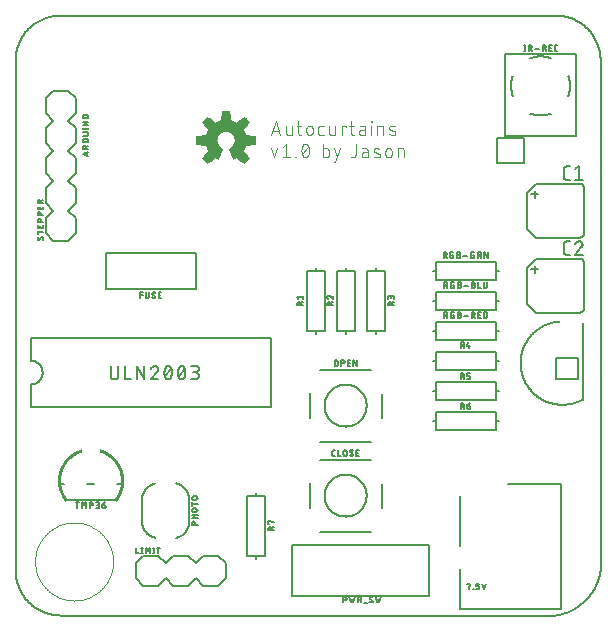
<source format=gto>
G75*
%MOIN*%
%OFA0B0*%
%FSLAX25Y25*%
%IPPOS*%
%LPD*%
%AMOC8*
5,1,8,0,0,1.08239X$1,22.5*
%
%ADD10C,0.00600*%
%ADD11C,0.00000*%
%ADD12C,0.00400*%
%ADD13C,0.00500*%
%ADD14C,0.00800*%
%ADD15C,0.00300*%
%ADD16C,0.00080*%
D10*
X0078333Y0044883D02*
X0078333Y0214883D01*
X0078337Y0215245D01*
X0078351Y0215608D01*
X0078372Y0215970D01*
X0078403Y0216331D01*
X0078442Y0216691D01*
X0078490Y0217050D01*
X0078547Y0217408D01*
X0078612Y0217765D01*
X0078686Y0218120D01*
X0078769Y0218473D01*
X0078860Y0218824D01*
X0078959Y0219172D01*
X0079067Y0219518D01*
X0079183Y0219862D01*
X0079308Y0220202D01*
X0079440Y0220539D01*
X0079581Y0220873D01*
X0079730Y0221204D01*
X0079887Y0221531D01*
X0080051Y0221854D01*
X0080223Y0222173D01*
X0080403Y0222487D01*
X0080591Y0222798D01*
X0080786Y0223103D01*
X0080988Y0223404D01*
X0081198Y0223700D01*
X0081414Y0223990D01*
X0081638Y0224276D01*
X0081868Y0224556D01*
X0082105Y0224830D01*
X0082349Y0225098D01*
X0082599Y0225361D01*
X0082855Y0225617D01*
X0083118Y0225867D01*
X0083386Y0226111D01*
X0083660Y0226348D01*
X0083940Y0226578D01*
X0084226Y0226802D01*
X0084516Y0227018D01*
X0084812Y0227228D01*
X0085113Y0227430D01*
X0085418Y0227625D01*
X0085729Y0227813D01*
X0086043Y0227993D01*
X0086362Y0228165D01*
X0086685Y0228329D01*
X0087012Y0228486D01*
X0087343Y0228635D01*
X0087677Y0228776D01*
X0088014Y0228908D01*
X0088354Y0229033D01*
X0088698Y0229149D01*
X0089044Y0229257D01*
X0089392Y0229356D01*
X0089743Y0229447D01*
X0090096Y0229530D01*
X0090451Y0229604D01*
X0090808Y0229669D01*
X0091166Y0229726D01*
X0091525Y0229774D01*
X0091885Y0229813D01*
X0092246Y0229844D01*
X0092608Y0229865D01*
X0092971Y0229879D01*
X0093333Y0229883D01*
X0258333Y0229883D01*
X0258695Y0229879D01*
X0259058Y0229865D01*
X0259420Y0229844D01*
X0259781Y0229813D01*
X0260141Y0229774D01*
X0260500Y0229726D01*
X0260858Y0229669D01*
X0261215Y0229604D01*
X0261570Y0229530D01*
X0261923Y0229447D01*
X0262274Y0229356D01*
X0262622Y0229257D01*
X0262968Y0229149D01*
X0263312Y0229033D01*
X0263652Y0228908D01*
X0263989Y0228776D01*
X0264323Y0228635D01*
X0264654Y0228486D01*
X0264981Y0228329D01*
X0265304Y0228165D01*
X0265623Y0227993D01*
X0265937Y0227813D01*
X0266248Y0227625D01*
X0266553Y0227430D01*
X0266854Y0227228D01*
X0267150Y0227018D01*
X0267440Y0226802D01*
X0267726Y0226578D01*
X0268006Y0226348D01*
X0268280Y0226111D01*
X0268548Y0225867D01*
X0268811Y0225617D01*
X0269067Y0225361D01*
X0269317Y0225098D01*
X0269561Y0224830D01*
X0269798Y0224556D01*
X0270028Y0224276D01*
X0270252Y0223990D01*
X0270468Y0223700D01*
X0270678Y0223404D01*
X0270880Y0223103D01*
X0271075Y0222798D01*
X0271263Y0222487D01*
X0271443Y0222173D01*
X0271615Y0221854D01*
X0271779Y0221531D01*
X0271936Y0221204D01*
X0272085Y0220873D01*
X0272226Y0220539D01*
X0272358Y0220202D01*
X0272483Y0219862D01*
X0272599Y0219518D01*
X0272707Y0219172D01*
X0272806Y0218824D01*
X0272897Y0218473D01*
X0272980Y0218120D01*
X0273054Y0217765D01*
X0273119Y0217408D01*
X0273176Y0217050D01*
X0273224Y0216691D01*
X0273263Y0216331D01*
X0273294Y0215970D01*
X0273315Y0215608D01*
X0273329Y0215245D01*
X0273333Y0214883D01*
X0273333Y0044883D01*
X0273268Y0044461D01*
X0273192Y0044040D01*
X0273106Y0043622D01*
X0273010Y0043206D01*
X0272904Y0042792D01*
X0272788Y0042381D01*
X0272663Y0041972D01*
X0272527Y0041567D01*
X0272382Y0041166D01*
X0272226Y0040767D01*
X0272062Y0040373D01*
X0271888Y0039983D01*
X0271704Y0039597D01*
X0271511Y0039216D01*
X0271310Y0038840D01*
X0271099Y0038468D01*
X0270879Y0038102D01*
X0270650Y0037741D01*
X0270413Y0037386D01*
X0270167Y0037037D01*
X0269913Y0036693D01*
X0269650Y0036356D01*
X0269380Y0036025D01*
X0269101Y0035701D01*
X0268815Y0035384D01*
X0268522Y0035074D01*
X0268220Y0034771D01*
X0267912Y0034475D01*
X0267597Y0034187D01*
X0267274Y0033907D01*
X0266945Y0033634D01*
X0266610Y0033370D01*
X0266268Y0033113D01*
X0265920Y0032865D01*
X0265567Y0032626D01*
X0265207Y0032395D01*
X0264842Y0032173D01*
X0264472Y0031960D01*
X0264097Y0031755D01*
X0263717Y0031560D01*
X0263332Y0031374D01*
X0262943Y0031198D01*
X0262550Y0031031D01*
X0262153Y0030873D01*
X0261752Y0030725D01*
X0261348Y0030587D01*
X0260940Y0030459D01*
X0260530Y0030340D01*
X0260117Y0030232D01*
X0259701Y0030133D01*
X0259283Y0030045D01*
X0258863Y0029967D01*
X0258441Y0029899D01*
X0258018Y0029841D01*
X0257594Y0029793D01*
X0257168Y0029755D01*
X0256742Y0029728D01*
X0256315Y0029712D01*
X0255888Y0029705D01*
X0255461Y0029709D01*
X0255034Y0029723D01*
X0254607Y0029748D01*
X0254181Y0029782D01*
X0253757Y0029827D01*
X0253333Y0029883D01*
X0093333Y0029883D01*
X0092971Y0029887D01*
X0092608Y0029901D01*
X0092246Y0029922D01*
X0091885Y0029953D01*
X0091525Y0029992D01*
X0091166Y0030040D01*
X0090808Y0030097D01*
X0090451Y0030162D01*
X0090096Y0030236D01*
X0089743Y0030319D01*
X0089392Y0030410D01*
X0089044Y0030509D01*
X0088698Y0030617D01*
X0088354Y0030733D01*
X0088014Y0030858D01*
X0087677Y0030990D01*
X0087343Y0031131D01*
X0087012Y0031280D01*
X0086685Y0031437D01*
X0086362Y0031601D01*
X0086043Y0031773D01*
X0085729Y0031953D01*
X0085418Y0032141D01*
X0085113Y0032336D01*
X0084812Y0032538D01*
X0084516Y0032748D01*
X0084226Y0032964D01*
X0083940Y0033188D01*
X0083660Y0033418D01*
X0083386Y0033655D01*
X0083118Y0033899D01*
X0082855Y0034149D01*
X0082599Y0034405D01*
X0082349Y0034668D01*
X0082105Y0034936D01*
X0081868Y0035210D01*
X0081638Y0035490D01*
X0081414Y0035776D01*
X0081198Y0036066D01*
X0080988Y0036362D01*
X0080786Y0036663D01*
X0080591Y0036968D01*
X0080403Y0037279D01*
X0080223Y0037593D01*
X0080051Y0037912D01*
X0079887Y0038235D01*
X0079730Y0038562D01*
X0079581Y0038893D01*
X0079440Y0039227D01*
X0079308Y0039564D01*
X0079183Y0039904D01*
X0079067Y0040248D01*
X0078959Y0040594D01*
X0078860Y0040942D01*
X0078769Y0041293D01*
X0078686Y0041646D01*
X0078612Y0042001D01*
X0078547Y0042358D01*
X0078490Y0042716D01*
X0078442Y0043075D01*
X0078403Y0043435D01*
X0078372Y0043796D01*
X0078351Y0044158D01*
X0078337Y0044521D01*
X0078333Y0044883D01*
X0083333Y0099383D02*
X0083333Y0106883D01*
X0083459Y0106885D01*
X0083584Y0106891D01*
X0083709Y0106901D01*
X0083834Y0106915D01*
X0083959Y0106932D01*
X0084083Y0106954D01*
X0084206Y0106979D01*
X0084328Y0107009D01*
X0084449Y0107042D01*
X0084569Y0107079D01*
X0084688Y0107119D01*
X0084805Y0107164D01*
X0084922Y0107212D01*
X0085036Y0107264D01*
X0085149Y0107319D01*
X0085260Y0107378D01*
X0085369Y0107440D01*
X0085476Y0107506D01*
X0085581Y0107575D01*
X0085684Y0107647D01*
X0085785Y0107722D01*
X0085883Y0107801D01*
X0085978Y0107883D01*
X0086071Y0107967D01*
X0086161Y0108055D01*
X0086249Y0108145D01*
X0086333Y0108238D01*
X0086415Y0108333D01*
X0086494Y0108431D01*
X0086569Y0108532D01*
X0086641Y0108635D01*
X0086710Y0108740D01*
X0086776Y0108847D01*
X0086838Y0108956D01*
X0086897Y0109067D01*
X0086952Y0109180D01*
X0087004Y0109294D01*
X0087052Y0109411D01*
X0087097Y0109528D01*
X0087137Y0109647D01*
X0087174Y0109767D01*
X0087207Y0109888D01*
X0087237Y0110010D01*
X0087262Y0110133D01*
X0087284Y0110257D01*
X0087301Y0110382D01*
X0087315Y0110507D01*
X0087325Y0110632D01*
X0087331Y0110757D01*
X0087333Y0110883D01*
X0087331Y0111009D01*
X0087325Y0111134D01*
X0087315Y0111259D01*
X0087301Y0111384D01*
X0087284Y0111509D01*
X0087262Y0111633D01*
X0087237Y0111756D01*
X0087207Y0111878D01*
X0087174Y0111999D01*
X0087137Y0112119D01*
X0087097Y0112238D01*
X0087052Y0112355D01*
X0087004Y0112472D01*
X0086952Y0112586D01*
X0086897Y0112699D01*
X0086838Y0112810D01*
X0086776Y0112919D01*
X0086710Y0113026D01*
X0086641Y0113131D01*
X0086569Y0113234D01*
X0086494Y0113335D01*
X0086415Y0113433D01*
X0086333Y0113528D01*
X0086249Y0113621D01*
X0086161Y0113711D01*
X0086071Y0113799D01*
X0085978Y0113883D01*
X0085883Y0113965D01*
X0085785Y0114044D01*
X0085684Y0114119D01*
X0085581Y0114191D01*
X0085476Y0114260D01*
X0085369Y0114326D01*
X0085260Y0114388D01*
X0085149Y0114447D01*
X0085036Y0114502D01*
X0084922Y0114554D01*
X0084805Y0114602D01*
X0084688Y0114647D01*
X0084569Y0114687D01*
X0084449Y0114724D01*
X0084328Y0114757D01*
X0084206Y0114787D01*
X0084083Y0114812D01*
X0083959Y0114834D01*
X0083834Y0114851D01*
X0083709Y0114865D01*
X0083584Y0114875D01*
X0083459Y0114881D01*
X0083333Y0114883D01*
X0083333Y0122383D01*
X0163333Y0122383D01*
X0163333Y0099383D01*
X0083333Y0099383D01*
X0248833Y0133883D02*
X0248833Y0145883D01*
X0251833Y0148883D01*
X0266333Y0148883D01*
X0266409Y0148881D01*
X0266485Y0148875D01*
X0266560Y0148866D01*
X0266635Y0148852D01*
X0266709Y0148835D01*
X0266782Y0148814D01*
X0266854Y0148790D01*
X0266925Y0148761D01*
X0266994Y0148730D01*
X0267061Y0148695D01*
X0267126Y0148656D01*
X0267190Y0148614D01*
X0267251Y0148569D01*
X0267310Y0148521D01*
X0267366Y0148470D01*
X0267420Y0148416D01*
X0267471Y0148360D01*
X0267519Y0148301D01*
X0267564Y0148240D01*
X0267606Y0148176D01*
X0267645Y0148111D01*
X0267680Y0148044D01*
X0267711Y0147975D01*
X0267740Y0147904D01*
X0267764Y0147832D01*
X0267785Y0147759D01*
X0267802Y0147685D01*
X0267816Y0147610D01*
X0267825Y0147535D01*
X0267831Y0147459D01*
X0267833Y0147383D01*
X0267833Y0132383D01*
X0267831Y0132307D01*
X0267825Y0132231D01*
X0267816Y0132156D01*
X0267802Y0132081D01*
X0267785Y0132007D01*
X0267764Y0131934D01*
X0267740Y0131862D01*
X0267711Y0131791D01*
X0267680Y0131722D01*
X0267645Y0131655D01*
X0267606Y0131590D01*
X0267564Y0131526D01*
X0267519Y0131465D01*
X0267471Y0131406D01*
X0267420Y0131350D01*
X0267366Y0131296D01*
X0267310Y0131245D01*
X0267251Y0131197D01*
X0267190Y0131152D01*
X0267126Y0131110D01*
X0267061Y0131071D01*
X0266994Y0131036D01*
X0266925Y0131005D01*
X0266854Y0130976D01*
X0266782Y0130952D01*
X0266709Y0130931D01*
X0266635Y0130914D01*
X0266560Y0130900D01*
X0266485Y0130891D01*
X0266409Y0130885D01*
X0266333Y0130883D01*
X0251833Y0130883D01*
X0248833Y0133883D01*
X0251333Y0143983D02*
X0251333Y0146483D01*
X0252633Y0145283D02*
X0250033Y0145283D01*
X0251833Y0155883D02*
X0248833Y0158883D01*
X0248833Y0170883D01*
X0251833Y0173883D01*
X0266333Y0173883D01*
X0266409Y0173881D01*
X0266485Y0173875D01*
X0266560Y0173866D01*
X0266635Y0173852D01*
X0266709Y0173835D01*
X0266782Y0173814D01*
X0266854Y0173790D01*
X0266925Y0173761D01*
X0266994Y0173730D01*
X0267061Y0173695D01*
X0267126Y0173656D01*
X0267190Y0173614D01*
X0267251Y0173569D01*
X0267310Y0173521D01*
X0267366Y0173470D01*
X0267420Y0173416D01*
X0267471Y0173360D01*
X0267519Y0173301D01*
X0267564Y0173240D01*
X0267606Y0173176D01*
X0267645Y0173111D01*
X0267680Y0173044D01*
X0267711Y0172975D01*
X0267740Y0172904D01*
X0267764Y0172832D01*
X0267785Y0172759D01*
X0267802Y0172685D01*
X0267816Y0172610D01*
X0267825Y0172535D01*
X0267831Y0172459D01*
X0267833Y0172383D01*
X0267833Y0157383D01*
X0267831Y0157307D01*
X0267825Y0157231D01*
X0267816Y0157156D01*
X0267802Y0157081D01*
X0267785Y0157007D01*
X0267764Y0156934D01*
X0267740Y0156862D01*
X0267711Y0156791D01*
X0267680Y0156722D01*
X0267645Y0156655D01*
X0267606Y0156590D01*
X0267564Y0156526D01*
X0267519Y0156465D01*
X0267471Y0156406D01*
X0267420Y0156350D01*
X0267366Y0156296D01*
X0267310Y0156245D01*
X0267251Y0156197D01*
X0267190Y0156152D01*
X0267126Y0156110D01*
X0267061Y0156071D01*
X0266994Y0156036D01*
X0266925Y0156005D01*
X0266854Y0155976D01*
X0266782Y0155952D01*
X0266709Y0155931D01*
X0266635Y0155914D01*
X0266560Y0155900D01*
X0266485Y0155891D01*
X0266409Y0155885D01*
X0266333Y0155883D01*
X0251833Y0155883D01*
X0251333Y0168983D02*
X0251333Y0171483D01*
X0252633Y0170283D02*
X0250033Y0170283D01*
D11*
X0084833Y0047883D02*
X0084837Y0048202D01*
X0084849Y0048521D01*
X0084868Y0048839D01*
X0084896Y0049157D01*
X0084931Y0049474D01*
X0084974Y0049790D01*
X0085024Y0050106D01*
X0085083Y0050419D01*
X0085149Y0050731D01*
X0085223Y0051042D01*
X0085304Y0051350D01*
X0085393Y0051657D01*
X0085489Y0051961D01*
X0085593Y0052263D01*
X0085704Y0052562D01*
X0085823Y0052858D01*
X0085948Y0053151D01*
X0086081Y0053441D01*
X0086221Y0053728D01*
X0086368Y0054011D01*
X0086522Y0054291D01*
X0086683Y0054566D01*
X0086850Y0054838D01*
X0087024Y0055105D01*
X0087204Y0055369D01*
X0087391Y0055627D01*
X0087584Y0055881D01*
X0087784Y0056130D01*
X0087989Y0056374D01*
X0088201Y0056613D01*
X0088418Y0056847D01*
X0088641Y0057075D01*
X0088869Y0057298D01*
X0089103Y0057515D01*
X0089342Y0057727D01*
X0089586Y0057932D01*
X0089835Y0058132D01*
X0090089Y0058325D01*
X0090347Y0058512D01*
X0090611Y0058692D01*
X0090878Y0058866D01*
X0091150Y0059033D01*
X0091425Y0059194D01*
X0091705Y0059348D01*
X0091988Y0059495D01*
X0092275Y0059635D01*
X0092565Y0059768D01*
X0092858Y0059893D01*
X0093154Y0060012D01*
X0093453Y0060123D01*
X0093755Y0060227D01*
X0094059Y0060323D01*
X0094366Y0060412D01*
X0094674Y0060493D01*
X0094985Y0060567D01*
X0095297Y0060633D01*
X0095610Y0060692D01*
X0095926Y0060742D01*
X0096242Y0060785D01*
X0096559Y0060820D01*
X0096877Y0060848D01*
X0097195Y0060867D01*
X0097514Y0060879D01*
X0097833Y0060883D01*
X0098152Y0060879D01*
X0098471Y0060867D01*
X0098789Y0060848D01*
X0099107Y0060820D01*
X0099424Y0060785D01*
X0099740Y0060742D01*
X0100056Y0060692D01*
X0100369Y0060633D01*
X0100681Y0060567D01*
X0100992Y0060493D01*
X0101300Y0060412D01*
X0101607Y0060323D01*
X0101911Y0060227D01*
X0102213Y0060123D01*
X0102512Y0060012D01*
X0102808Y0059893D01*
X0103101Y0059768D01*
X0103391Y0059635D01*
X0103678Y0059495D01*
X0103961Y0059348D01*
X0104241Y0059194D01*
X0104516Y0059033D01*
X0104788Y0058866D01*
X0105055Y0058692D01*
X0105319Y0058512D01*
X0105577Y0058325D01*
X0105831Y0058132D01*
X0106080Y0057932D01*
X0106324Y0057727D01*
X0106563Y0057515D01*
X0106797Y0057298D01*
X0107025Y0057075D01*
X0107248Y0056847D01*
X0107465Y0056613D01*
X0107677Y0056374D01*
X0107882Y0056130D01*
X0108082Y0055881D01*
X0108275Y0055627D01*
X0108462Y0055369D01*
X0108642Y0055105D01*
X0108816Y0054838D01*
X0108983Y0054566D01*
X0109144Y0054291D01*
X0109298Y0054011D01*
X0109445Y0053728D01*
X0109585Y0053441D01*
X0109718Y0053151D01*
X0109843Y0052858D01*
X0109962Y0052562D01*
X0110073Y0052263D01*
X0110177Y0051961D01*
X0110273Y0051657D01*
X0110362Y0051350D01*
X0110443Y0051042D01*
X0110517Y0050731D01*
X0110583Y0050419D01*
X0110642Y0050106D01*
X0110692Y0049790D01*
X0110735Y0049474D01*
X0110770Y0049157D01*
X0110798Y0048839D01*
X0110817Y0048521D01*
X0110829Y0048202D01*
X0110833Y0047883D01*
X0110829Y0047564D01*
X0110817Y0047245D01*
X0110798Y0046927D01*
X0110770Y0046609D01*
X0110735Y0046292D01*
X0110692Y0045976D01*
X0110642Y0045660D01*
X0110583Y0045347D01*
X0110517Y0045035D01*
X0110443Y0044724D01*
X0110362Y0044416D01*
X0110273Y0044109D01*
X0110177Y0043805D01*
X0110073Y0043503D01*
X0109962Y0043204D01*
X0109843Y0042908D01*
X0109718Y0042615D01*
X0109585Y0042325D01*
X0109445Y0042038D01*
X0109298Y0041755D01*
X0109144Y0041475D01*
X0108983Y0041200D01*
X0108816Y0040928D01*
X0108642Y0040661D01*
X0108462Y0040397D01*
X0108275Y0040139D01*
X0108082Y0039885D01*
X0107882Y0039636D01*
X0107677Y0039392D01*
X0107465Y0039153D01*
X0107248Y0038919D01*
X0107025Y0038691D01*
X0106797Y0038468D01*
X0106563Y0038251D01*
X0106324Y0038039D01*
X0106080Y0037834D01*
X0105831Y0037634D01*
X0105577Y0037441D01*
X0105319Y0037254D01*
X0105055Y0037074D01*
X0104788Y0036900D01*
X0104516Y0036733D01*
X0104241Y0036572D01*
X0103961Y0036418D01*
X0103678Y0036271D01*
X0103391Y0036131D01*
X0103101Y0035998D01*
X0102808Y0035873D01*
X0102512Y0035754D01*
X0102213Y0035643D01*
X0101911Y0035539D01*
X0101607Y0035443D01*
X0101300Y0035354D01*
X0100992Y0035273D01*
X0100681Y0035199D01*
X0100369Y0035133D01*
X0100056Y0035074D01*
X0099740Y0035024D01*
X0099424Y0034981D01*
X0099107Y0034946D01*
X0098789Y0034918D01*
X0098471Y0034899D01*
X0098152Y0034887D01*
X0097833Y0034883D01*
X0097514Y0034887D01*
X0097195Y0034899D01*
X0096877Y0034918D01*
X0096559Y0034946D01*
X0096242Y0034981D01*
X0095926Y0035024D01*
X0095610Y0035074D01*
X0095297Y0035133D01*
X0094985Y0035199D01*
X0094674Y0035273D01*
X0094366Y0035354D01*
X0094059Y0035443D01*
X0093755Y0035539D01*
X0093453Y0035643D01*
X0093154Y0035754D01*
X0092858Y0035873D01*
X0092565Y0035998D01*
X0092275Y0036131D01*
X0091988Y0036271D01*
X0091705Y0036418D01*
X0091425Y0036572D01*
X0091150Y0036733D01*
X0090878Y0036900D01*
X0090611Y0037074D01*
X0090347Y0037254D01*
X0090089Y0037441D01*
X0089835Y0037634D01*
X0089586Y0037834D01*
X0089342Y0038039D01*
X0089103Y0038251D01*
X0088869Y0038468D01*
X0088641Y0038691D01*
X0088418Y0038919D01*
X0088201Y0039153D01*
X0087989Y0039392D01*
X0087784Y0039636D01*
X0087584Y0039885D01*
X0087391Y0040139D01*
X0087204Y0040397D01*
X0087024Y0040661D01*
X0086850Y0040928D01*
X0086683Y0041200D01*
X0086522Y0041475D01*
X0086368Y0041755D01*
X0086221Y0042038D01*
X0086081Y0042325D01*
X0085948Y0042615D01*
X0085823Y0042908D01*
X0085704Y0043204D01*
X0085593Y0043503D01*
X0085489Y0043805D01*
X0085393Y0044109D01*
X0085304Y0044416D01*
X0085223Y0044724D01*
X0085149Y0045035D01*
X0085083Y0045347D01*
X0085024Y0045660D01*
X0084974Y0045976D01*
X0084931Y0046292D01*
X0084896Y0046609D01*
X0084868Y0046927D01*
X0084849Y0047245D01*
X0084837Y0047564D01*
X0084833Y0047883D01*
D12*
X0164556Y0182583D02*
X0165578Y0185650D01*
X0167328Y0186161D02*
X0168606Y0187183D01*
X0168606Y0182583D01*
X0169883Y0182583D02*
X0167328Y0182583D01*
X0164556Y0182583D02*
X0163533Y0185650D01*
X0163533Y0190083D02*
X0165067Y0194683D01*
X0166600Y0190083D01*
X0166217Y0191233D02*
X0163917Y0191233D01*
X0168394Y0190850D02*
X0168394Y0193150D01*
X0170439Y0193150D02*
X0170439Y0190083D01*
X0169161Y0190083D01*
X0169106Y0190085D01*
X0169052Y0190091D01*
X0168998Y0190101D01*
X0168945Y0190114D01*
X0168893Y0190131D01*
X0168842Y0190152D01*
X0168793Y0190177D01*
X0168746Y0190205D01*
X0168701Y0190236D01*
X0168659Y0190270D01*
X0168619Y0190308D01*
X0168581Y0190348D01*
X0168547Y0190390D01*
X0168516Y0190435D01*
X0168488Y0190482D01*
X0168463Y0190531D01*
X0168442Y0190582D01*
X0168425Y0190634D01*
X0168412Y0190687D01*
X0168402Y0190741D01*
X0168396Y0190795D01*
X0168394Y0190850D01*
X0172575Y0190850D02*
X0172575Y0194683D01*
X0172064Y0193150D02*
X0173597Y0193150D01*
X0175294Y0192128D02*
X0175294Y0191106D01*
X0175295Y0191106D02*
X0175297Y0191043D01*
X0175303Y0190980D01*
X0175312Y0190918D01*
X0175326Y0190857D01*
X0175343Y0190796D01*
X0175364Y0190737D01*
X0175389Y0190679D01*
X0175417Y0190622D01*
X0175448Y0190568D01*
X0175483Y0190516D01*
X0175521Y0190465D01*
X0175562Y0190417D01*
X0175606Y0190372D01*
X0175652Y0190330D01*
X0175701Y0190290D01*
X0175752Y0190254D01*
X0175806Y0190221D01*
X0175861Y0190191D01*
X0175919Y0190165D01*
X0175977Y0190142D01*
X0176037Y0190123D01*
X0176098Y0190108D01*
X0176160Y0190096D01*
X0176223Y0190088D01*
X0176286Y0190084D01*
X0176348Y0190084D01*
X0176411Y0190088D01*
X0176474Y0190096D01*
X0176536Y0190108D01*
X0176597Y0190123D01*
X0176657Y0190142D01*
X0176715Y0190165D01*
X0176773Y0190191D01*
X0176828Y0190221D01*
X0176882Y0190254D01*
X0176933Y0190290D01*
X0176982Y0190330D01*
X0177028Y0190372D01*
X0177072Y0190417D01*
X0177113Y0190465D01*
X0177151Y0190516D01*
X0177186Y0190568D01*
X0177217Y0190622D01*
X0177245Y0190679D01*
X0177270Y0190737D01*
X0177291Y0190796D01*
X0177308Y0190857D01*
X0177322Y0190918D01*
X0177331Y0190980D01*
X0177337Y0191043D01*
X0177339Y0191106D01*
X0177339Y0192128D01*
X0177337Y0192191D01*
X0177331Y0192254D01*
X0177322Y0192316D01*
X0177308Y0192377D01*
X0177291Y0192438D01*
X0177270Y0192497D01*
X0177245Y0192555D01*
X0177217Y0192612D01*
X0177186Y0192666D01*
X0177151Y0192718D01*
X0177113Y0192769D01*
X0177072Y0192817D01*
X0177028Y0192862D01*
X0176982Y0192904D01*
X0176933Y0192944D01*
X0176882Y0192980D01*
X0176828Y0193013D01*
X0176773Y0193043D01*
X0176715Y0193069D01*
X0176657Y0193092D01*
X0176597Y0193111D01*
X0176536Y0193126D01*
X0176474Y0193138D01*
X0176411Y0193146D01*
X0176348Y0193150D01*
X0176286Y0193150D01*
X0176223Y0193146D01*
X0176160Y0193138D01*
X0176098Y0193126D01*
X0176037Y0193111D01*
X0175977Y0193092D01*
X0175919Y0193069D01*
X0175861Y0193043D01*
X0175806Y0193013D01*
X0175752Y0192980D01*
X0175701Y0192944D01*
X0175652Y0192904D01*
X0175606Y0192862D01*
X0175562Y0192817D01*
X0175521Y0192769D01*
X0175483Y0192718D01*
X0175448Y0192666D01*
X0175417Y0192612D01*
X0175389Y0192555D01*
X0175364Y0192497D01*
X0175343Y0192438D01*
X0175326Y0192377D01*
X0175312Y0192316D01*
X0175303Y0192254D01*
X0175297Y0192191D01*
X0175295Y0192128D01*
X0173341Y0190083D02*
X0173286Y0190085D01*
X0173232Y0190091D01*
X0173178Y0190101D01*
X0173125Y0190114D01*
X0173073Y0190131D01*
X0173022Y0190152D01*
X0172973Y0190177D01*
X0172926Y0190205D01*
X0172881Y0190236D01*
X0172839Y0190270D01*
X0172799Y0190308D01*
X0172761Y0190348D01*
X0172727Y0190390D01*
X0172696Y0190435D01*
X0172668Y0190482D01*
X0172643Y0190531D01*
X0172622Y0190582D01*
X0172605Y0190634D01*
X0172592Y0190687D01*
X0172582Y0190741D01*
X0172576Y0190795D01*
X0172574Y0190850D01*
X0173341Y0190083D02*
X0173597Y0190083D01*
X0174906Y0187184D02*
X0174965Y0187182D01*
X0175023Y0187177D01*
X0175081Y0187168D01*
X0175138Y0187155D01*
X0175195Y0187139D01*
X0175250Y0187119D01*
X0175304Y0187096D01*
X0175356Y0187070D01*
X0175407Y0187040D01*
X0175456Y0187008D01*
X0175503Y0186972D01*
X0175547Y0186934D01*
X0175589Y0186893D01*
X0175628Y0186849D01*
X0175665Y0186803D01*
X0175698Y0186755D01*
X0175729Y0186705D01*
X0175756Y0186653D01*
X0175780Y0186600D01*
X0175801Y0186545D01*
X0175928Y0186161D02*
X0173883Y0183606D01*
X0174906Y0182583D02*
X0174965Y0182585D01*
X0175023Y0182590D01*
X0175081Y0182599D01*
X0175138Y0182612D01*
X0175195Y0182628D01*
X0175250Y0182648D01*
X0175304Y0182671D01*
X0175356Y0182697D01*
X0175407Y0182727D01*
X0175456Y0182759D01*
X0175503Y0182795D01*
X0175547Y0182833D01*
X0175589Y0182874D01*
X0175628Y0182918D01*
X0175665Y0182964D01*
X0175698Y0183012D01*
X0175729Y0183062D01*
X0175756Y0183114D01*
X0175780Y0183167D01*
X0175801Y0183222D01*
X0174906Y0182583D02*
X0174847Y0182585D01*
X0174789Y0182590D01*
X0174731Y0182599D01*
X0174674Y0182612D01*
X0174617Y0182628D01*
X0174562Y0182648D01*
X0174508Y0182671D01*
X0174456Y0182697D01*
X0174405Y0182727D01*
X0174356Y0182759D01*
X0174309Y0182795D01*
X0174265Y0182833D01*
X0174223Y0182874D01*
X0174184Y0182918D01*
X0174147Y0182964D01*
X0174114Y0183012D01*
X0174083Y0183062D01*
X0174056Y0183114D01*
X0174032Y0183167D01*
X0174011Y0183222D01*
X0171883Y0182839D02*
X0171883Y0182583D01*
X0171628Y0182583D01*
X0171628Y0182839D01*
X0171883Y0182839D01*
X0175800Y0183222D02*
X0175848Y0183326D01*
X0175894Y0183431D01*
X0175936Y0183537D01*
X0175975Y0183645D01*
X0176011Y0183754D01*
X0176043Y0183864D01*
X0176073Y0183975D01*
X0176098Y0184087D01*
X0176121Y0184199D01*
X0176140Y0184312D01*
X0176155Y0184426D01*
X0176167Y0184540D01*
X0176176Y0184654D01*
X0176181Y0184768D01*
X0176183Y0184883D01*
X0173627Y0184883D02*
X0173629Y0184998D01*
X0173634Y0185112D01*
X0173643Y0185226D01*
X0173655Y0185340D01*
X0173670Y0185454D01*
X0173689Y0185567D01*
X0173712Y0185679D01*
X0173737Y0185791D01*
X0173767Y0185902D01*
X0173799Y0186012D01*
X0173835Y0186121D01*
X0173874Y0186229D01*
X0173916Y0186335D01*
X0173962Y0186440D01*
X0174010Y0186544D01*
X0174011Y0186545D02*
X0174032Y0186600D01*
X0174056Y0186653D01*
X0174083Y0186705D01*
X0174114Y0186755D01*
X0174147Y0186803D01*
X0174184Y0186849D01*
X0174223Y0186893D01*
X0174265Y0186934D01*
X0174309Y0186972D01*
X0174356Y0187008D01*
X0174405Y0187040D01*
X0174456Y0187070D01*
X0174508Y0187096D01*
X0174562Y0187119D01*
X0174617Y0187139D01*
X0174674Y0187155D01*
X0174731Y0187168D01*
X0174789Y0187177D01*
X0174847Y0187182D01*
X0174906Y0187184D01*
X0173628Y0184883D02*
X0173630Y0184768D01*
X0173635Y0184654D01*
X0173644Y0184540D01*
X0173656Y0184426D01*
X0173671Y0184312D01*
X0173690Y0184199D01*
X0173713Y0184087D01*
X0173738Y0183975D01*
X0173768Y0183864D01*
X0173800Y0183754D01*
X0173836Y0183645D01*
X0173875Y0183537D01*
X0173917Y0183431D01*
X0173963Y0183326D01*
X0174011Y0183222D01*
X0176184Y0184883D02*
X0176182Y0184998D01*
X0176177Y0185112D01*
X0176168Y0185226D01*
X0176156Y0185340D01*
X0176141Y0185454D01*
X0176122Y0185567D01*
X0176099Y0185679D01*
X0176074Y0185791D01*
X0176044Y0185902D01*
X0176012Y0186012D01*
X0175976Y0186121D01*
X0175937Y0186229D01*
X0175895Y0186335D01*
X0175849Y0186440D01*
X0175801Y0186544D01*
X0180656Y0187183D02*
X0180656Y0182583D01*
X0181934Y0182583D01*
X0181989Y0182585D01*
X0182043Y0182591D01*
X0182097Y0182601D01*
X0182150Y0182614D01*
X0182202Y0182631D01*
X0182253Y0182652D01*
X0182302Y0182677D01*
X0182349Y0182705D01*
X0182394Y0182736D01*
X0182436Y0182770D01*
X0182476Y0182808D01*
X0182514Y0182848D01*
X0182548Y0182890D01*
X0182579Y0182935D01*
X0182607Y0182982D01*
X0182632Y0183031D01*
X0182653Y0183082D01*
X0182670Y0183134D01*
X0182683Y0183187D01*
X0182693Y0183241D01*
X0182699Y0183295D01*
X0182701Y0183350D01*
X0182701Y0184883D01*
X0182699Y0184938D01*
X0182693Y0184992D01*
X0182683Y0185046D01*
X0182670Y0185099D01*
X0182653Y0185151D01*
X0182632Y0185202D01*
X0182607Y0185251D01*
X0182579Y0185298D01*
X0182548Y0185343D01*
X0182514Y0185385D01*
X0182476Y0185425D01*
X0182436Y0185463D01*
X0182394Y0185497D01*
X0182349Y0185528D01*
X0182302Y0185556D01*
X0182253Y0185581D01*
X0182202Y0185602D01*
X0182150Y0185619D01*
X0182097Y0185632D01*
X0182043Y0185642D01*
X0181989Y0185648D01*
X0181934Y0185650D01*
X0180656Y0185650D01*
X0184383Y0185650D02*
X0185405Y0182583D01*
X0184894Y0181050D02*
X0186428Y0185650D01*
X0190629Y0182584D02*
X0190691Y0182586D01*
X0190752Y0182591D01*
X0190813Y0182601D01*
X0190874Y0182614D01*
X0190933Y0182630D01*
X0190991Y0182650D01*
X0191048Y0182674D01*
X0191104Y0182701D01*
X0191158Y0182731D01*
X0191210Y0182765D01*
X0191259Y0182801D01*
X0191307Y0182841D01*
X0191352Y0182883D01*
X0191394Y0182928D01*
X0191434Y0182976D01*
X0191470Y0183025D01*
X0191504Y0183077D01*
X0191534Y0183131D01*
X0191561Y0183187D01*
X0191585Y0183244D01*
X0191605Y0183302D01*
X0191621Y0183361D01*
X0191634Y0183422D01*
X0191644Y0183483D01*
X0191649Y0183544D01*
X0191651Y0183606D01*
X0191652Y0183606D02*
X0191652Y0187183D01*
X0193916Y0185650D02*
X0194938Y0185650D01*
X0194993Y0185648D01*
X0195047Y0185642D01*
X0195101Y0185632D01*
X0195154Y0185619D01*
X0195206Y0185602D01*
X0195257Y0185581D01*
X0195306Y0185556D01*
X0195353Y0185528D01*
X0195398Y0185497D01*
X0195440Y0185463D01*
X0195480Y0185425D01*
X0195518Y0185385D01*
X0195552Y0185343D01*
X0195583Y0185298D01*
X0195611Y0185251D01*
X0195636Y0185202D01*
X0195657Y0185151D01*
X0195674Y0185099D01*
X0195687Y0185046D01*
X0195697Y0184992D01*
X0195703Y0184938D01*
X0195705Y0184883D01*
X0195705Y0182583D01*
X0194555Y0182583D01*
X0194555Y0182584D02*
X0194497Y0182586D01*
X0194438Y0182592D01*
X0194381Y0182601D01*
X0194324Y0182614D01*
X0194268Y0182631D01*
X0194213Y0182652D01*
X0194160Y0182676D01*
X0194108Y0182704D01*
X0194058Y0182735D01*
X0194011Y0182769D01*
X0193966Y0182806D01*
X0193923Y0182846D01*
X0193883Y0182889D01*
X0193846Y0182934D01*
X0193812Y0182981D01*
X0193781Y0183031D01*
X0193753Y0183083D01*
X0193729Y0183136D01*
X0193708Y0183191D01*
X0193691Y0183247D01*
X0193678Y0183304D01*
X0193669Y0183361D01*
X0193663Y0183420D01*
X0193661Y0183478D01*
X0193663Y0183536D01*
X0193669Y0183595D01*
X0193678Y0183652D01*
X0193691Y0183709D01*
X0193708Y0183765D01*
X0193729Y0183820D01*
X0193753Y0183873D01*
X0193781Y0183925D01*
X0193812Y0183975D01*
X0193846Y0184022D01*
X0193883Y0184067D01*
X0193923Y0184110D01*
X0193966Y0184150D01*
X0194011Y0184187D01*
X0194058Y0184221D01*
X0194108Y0184252D01*
X0194160Y0184280D01*
X0194213Y0184304D01*
X0194268Y0184325D01*
X0194324Y0184342D01*
X0194381Y0184355D01*
X0194438Y0184364D01*
X0194497Y0184370D01*
X0194555Y0184372D01*
X0195705Y0184372D01*
X0198117Y0184372D02*
X0199394Y0183861D01*
X0199394Y0183862D02*
X0199441Y0183841D01*
X0199486Y0183816D01*
X0199529Y0183789D01*
X0199569Y0183758D01*
X0199608Y0183724D01*
X0199643Y0183687D01*
X0199676Y0183648D01*
X0199705Y0183606D01*
X0199731Y0183562D01*
X0199754Y0183516D01*
X0199773Y0183469D01*
X0199788Y0183420D01*
X0199799Y0183370D01*
X0199807Y0183319D01*
X0199811Y0183268D01*
X0199810Y0183217D01*
X0199806Y0183166D01*
X0199798Y0183116D01*
X0199786Y0183066D01*
X0199770Y0183018D01*
X0199751Y0182970D01*
X0199728Y0182925D01*
X0199702Y0182881D01*
X0199672Y0182840D01*
X0199639Y0182800D01*
X0199603Y0182764D01*
X0199565Y0182730D01*
X0199524Y0182700D01*
X0199481Y0182672D01*
X0199435Y0182649D01*
X0199388Y0182628D01*
X0199340Y0182611D01*
X0199291Y0182599D01*
X0199240Y0182589D01*
X0199190Y0182584D01*
X0199139Y0182583D01*
X0199522Y0185394D02*
X0199432Y0185433D01*
X0199339Y0185469D01*
X0199246Y0185502D01*
X0199152Y0185531D01*
X0199057Y0185558D01*
X0198961Y0185581D01*
X0198864Y0185601D01*
X0198766Y0185617D01*
X0198668Y0185630D01*
X0198570Y0185640D01*
X0198471Y0185647D01*
X0198372Y0185650D01*
X0198321Y0185649D01*
X0198271Y0185644D01*
X0198220Y0185634D01*
X0198171Y0185622D01*
X0198123Y0185605D01*
X0198076Y0185584D01*
X0198030Y0185561D01*
X0197987Y0185533D01*
X0197946Y0185503D01*
X0197908Y0185469D01*
X0197872Y0185433D01*
X0197839Y0185393D01*
X0197809Y0185352D01*
X0197783Y0185308D01*
X0197760Y0185263D01*
X0197741Y0185215D01*
X0197725Y0185167D01*
X0197713Y0185117D01*
X0197705Y0185067D01*
X0197701Y0185016D01*
X0197700Y0184965D01*
X0197704Y0184914D01*
X0197712Y0184863D01*
X0197723Y0184813D01*
X0197738Y0184764D01*
X0197757Y0184717D01*
X0197780Y0184671D01*
X0197806Y0184627D01*
X0197835Y0184585D01*
X0197868Y0184546D01*
X0197903Y0184509D01*
X0197942Y0184475D01*
X0197982Y0184444D01*
X0198025Y0184417D01*
X0198070Y0184392D01*
X0198117Y0184371D01*
X0197734Y0182839D02*
X0197857Y0182797D01*
X0197982Y0182758D01*
X0198107Y0182723D01*
X0198234Y0182692D01*
X0198362Y0182665D01*
X0198490Y0182642D01*
X0198619Y0182622D01*
X0198749Y0182607D01*
X0198878Y0182595D01*
X0199009Y0182587D01*
X0199139Y0182583D01*
X0201633Y0183606D02*
X0201633Y0184628D01*
X0201635Y0184691D01*
X0201641Y0184754D01*
X0201650Y0184816D01*
X0201664Y0184877D01*
X0201681Y0184938D01*
X0201702Y0184997D01*
X0201727Y0185055D01*
X0201755Y0185112D01*
X0201786Y0185166D01*
X0201821Y0185218D01*
X0201859Y0185269D01*
X0201900Y0185317D01*
X0201944Y0185362D01*
X0201990Y0185404D01*
X0202039Y0185444D01*
X0202090Y0185480D01*
X0202144Y0185513D01*
X0202199Y0185543D01*
X0202257Y0185569D01*
X0202315Y0185592D01*
X0202375Y0185611D01*
X0202436Y0185626D01*
X0202498Y0185638D01*
X0202561Y0185646D01*
X0202624Y0185650D01*
X0202686Y0185650D01*
X0202749Y0185646D01*
X0202812Y0185638D01*
X0202874Y0185626D01*
X0202935Y0185611D01*
X0202995Y0185592D01*
X0203053Y0185569D01*
X0203111Y0185543D01*
X0203166Y0185513D01*
X0203220Y0185480D01*
X0203271Y0185444D01*
X0203320Y0185404D01*
X0203366Y0185362D01*
X0203410Y0185317D01*
X0203451Y0185269D01*
X0203489Y0185218D01*
X0203524Y0185166D01*
X0203555Y0185112D01*
X0203583Y0185055D01*
X0203608Y0184997D01*
X0203629Y0184938D01*
X0203646Y0184877D01*
X0203660Y0184816D01*
X0203669Y0184754D01*
X0203675Y0184691D01*
X0203677Y0184628D01*
X0203678Y0184628D02*
X0203678Y0183606D01*
X0203677Y0183606D02*
X0203675Y0183543D01*
X0203669Y0183480D01*
X0203660Y0183418D01*
X0203646Y0183357D01*
X0203629Y0183296D01*
X0203608Y0183237D01*
X0203583Y0183179D01*
X0203555Y0183122D01*
X0203524Y0183068D01*
X0203489Y0183016D01*
X0203451Y0182965D01*
X0203410Y0182917D01*
X0203366Y0182872D01*
X0203320Y0182830D01*
X0203271Y0182790D01*
X0203220Y0182754D01*
X0203166Y0182721D01*
X0203111Y0182691D01*
X0203053Y0182665D01*
X0202995Y0182642D01*
X0202935Y0182623D01*
X0202874Y0182608D01*
X0202812Y0182596D01*
X0202749Y0182588D01*
X0202686Y0182584D01*
X0202624Y0182584D01*
X0202561Y0182588D01*
X0202498Y0182596D01*
X0202436Y0182608D01*
X0202375Y0182623D01*
X0202315Y0182642D01*
X0202257Y0182665D01*
X0202199Y0182691D01*
X0202144Y0182721D01*
X0202090Y0182754D01*
X0202039Y0182790D01*
X0201990Y0182830D01*
X0201944Y0182872D01*
X0201900Y0182917D01*
X0201859Y0182965D01*
X0201821Y0183016D01*
X0201786Y0183068D01*
X0201755Y0183122D01*
X0201727Y0183179D01*
X0201702Y0183237D01*
X0201681Y0183296D01*
X0201664Y0183357D01*
X0201650Y0183418D01*
X0201641Y0183480D01*
X0201635Y0183543D01*
X0201633Y0183606D01*
X0205683Y0182583D02*
X0205683Y0185650D01*
X0206961Y0185650D01*
X0207016Y0185648D01*
X0207070Y0185642D01*
X0207124Y0185632D01*
X0207177Y0185619D01*
X0207229Y0185602D01*
X0207280Y0185581D01*
X0207329Y0185556D01*
X0207376Y0185528D01*
X0207421Y0185497D01*
X0207463Y0185463D01*
X0207503Y0185425D01*
X0207541Y0185385D01*
X0207575Y0185343D01*
X0207606Y0185298D01*
X0207634Y0185251D01*
X0207659Y0185202D01*
X0207680Y0185151D01*
X0207697Y0185099D01*
X0207710Y0185046D01*
X0207720Y0184992D01*
X0207726Y0184938D01*
X0207728Y0184883D01*
X0207728Y0182583D01*
X0204683Y0192894D02*
X0204593Y0192933D01*
X0204500Y0192969D01*
X0204407Y0193002D01*
X0204313Y0193031D01*
X0204218Y0193058D01*
X0204122Y0193081D01*
X0204025Y0193101D01*
X0203927Y0193117D01*
X0203829Y0193130D01*
X0203731Y0193140D01*
X0203632Y0193147D01*
X0203533Y0193150D01*
X0203482Y0193149D01*
X0203432Y0193144D01*
X0203381Y0193134D01*
X0203332Y0193122D01*
X0203284Y0193105D01*
X0203237Y0193084D01*
X0203191Y0193061D01*
X0203148Y0193033D01*
X0203107Y0193003D01*
X0203069Y0192969D01*
X0203033Y0192933D01*
X0203000Y0192893D01*
X0202970Y0192852D01*
X0202944Y0192808D01*
X0202921Y0192763D01*
X0202902Y0192715D01*
X0202886Y0192667D01*
X0202874Y0192617D01*
X0202866Y0192567D01*
X0202862Y0192516D01*
X0202861Y0192465D01*
X0202865Y0192414D01*
X0202873Y0192363D01*
X0202884Y0192313D01*
X0202899Y0192264D01*
X0202918Y0192217D01*
X0202941Y0192171D01*
X0202967Y0192127D01*
X0202996Y0192085D01*
X0203029Y0192046D01*
X0203064Y0192009D01*
X0203103Y0191975D01*
X0203143Y0191944D01*
X0203186Y0191917D01*
X0203231Y0191892D01*
X0203278Y0191871D01*
X0203278Y0191872D02*
X0204555Y0191361D01*
X0204555Y0191362D02*
X0204602Y0191341D01*
X0204647Y0191316D01*
X0204690Y0191289D01*
X0204730Y0191258D01*
X0204769Y0191224D01*
X0204804Y0191187D01*
X0204837Y0191148D01*
X0204866Y0191106D01*
X0204892Y0191062D01*
X0204915Y0191016D01*
X0204934Y0190969D01*
X0204949Y0190920D01*
X0204960Y0190870D01*
X0204968Y0190819D01*
X0204972Y0190768D01*
X0204971Y0190717D01*
X0204967Y0190666D01*
X0204959Y0190616D01*
X0204947Y0190566D01*
X0204931Y0190518D01*
X0204912Y0190470D01*
X0204889Y0190425D01*
X0204863Y0190381D01*
X0204833Y0190340D01*
X0204800Y0190300D01*
X0204764Y0190264D01*
X0204726Y0190230D01*
X0204685Y0190200D01*
X0204642Y0190172D01*
X0204596Y0190149D01*
X0204549Y0190128D01*
X0204501Y0190111D01*
X0204452Y0190099D01*
X0204401Y0190089D01*
X0204351Y0190084D01*
X0204300Y0190083D01*
X0200889Y0190083D02*
X0200889Y0192383D01*
X0200887Y0192438D01*
X0200881Y0192492D01*
X0200871Y0192546D01*
X0200858Y0192599D01*
X0200841Y0192651D01*
X0200820Y0192702D01*
X0200795Y0192751D01*
X0200767Y0192798D01*
X0200736Y0192843D01*
X0200702Y0192885D01*
X0200664Y0192925D01*
X0200624Y0192963D01*
X0200582Y0192997D01*
X0200537Y0193028D01*
X0200490Y0193056D01*
X0200441Y0193081D01*
X0200390Y0193102D01*
X0200338Y0193119D01*
X0200285Y0193132D01*
X0200231Y0193142D01*
X0200177Y0193148D01*
X0200122Y0193150D01*
X0198844Y0193150D01*
X0198844Y0190083D01*
X0196867Y0190083D02*
X0196867Y0193150D01*
X0196994Y0194428D02*
X0196739Y0194428D01*
X0196739Y0194683D01*
X0196994Y0194683D01*
X0196994Y0194428D01*
X0194866Y0192383D02*
X0194866Y0190083D01*
X0193716Y0190083D01*
X0193716Y0190084D02*
X0193658Y0190086D01*
X0193599Y0190092D01*
X0193542Y0190101D01*
X0193485Y0190114D01*
X0193429Y0190131D01*
X0193374Y0190152D01*
X0193321Y0190176D01*
X0193269Y0190204D01*
X0193219Y0190235D01*
X0193172Y0190269D01*
X0193127Y0190306D01*
X0193084Y0190346D01*
X0193044Y0190389D01*
X0193007Y0190434D01*
X0192973Y0190481D01*
X0192942Y0190531D01*
X0192914Y0190583D01*
X0192890Y0190636D01*
X0192869Y0190691D01*
X0192852Y0190747D01*
X0192839Y0190804D01*
X0192830Y0190861D01*
X0192824Y0190920D01*
X0192822Y0190978D01*
X0192824Y0191036D01*
X0192830Y0191095D01*
X0192839Y0191152D01*
X0192852Y0191209D01*
X0192869Y0191265D01*
X0192890Y0191320D01*
X0192914Y0191373D01*
X0192942Y0191425D01*
X0192973Y0191475D01*
X0193007Y0191522D01*
X0193044Y0191567D01*
X0193084Y0191610D01*
X0193127Y0191650D01*
X0193172Y0191687D01*
X0193219Y0191721D01*
X0193269Y0191752D01*
X0193321Y0191780D01*
X0193374Y0191804D01*
X0193429Y0191825D01*
X0193485Y0191842D01*
X0193542Y0191855D01*
X0193599Y0191864D01*
X0193658Y0191870D01*
X0193716Y0191872D01*
X0194866Y0191872D01*
X0194866Y0192383D02*
X0194864Y0192438D01*
X0194858Y0192492D01*
X0194848Y0192546D01*
X0194835Y0192599D01*
X0194818Y0192651D01*
X0194797Y0192702D01*
X0194772Y0192751D01*
X0194744Y0192798D01*
X0194713Y0192843D01*
X0194679Y0192885D01*
X0194641Y0192925D01*
X0194601Y0192963D01*
X0194559Y0192997D01*
X0194514Y0193028D01*
X0194467Y0193056D01*
X0194418Y0193081D01*
X0194367Y0193102D01*
X0194315Y0193119D01*
X0194262Y0193132D01*
X0194208Y0193142D01*
X0194154Y0193148D01*
X0194099Y0193150D01*
X0193077Y0193150D01*
X0191147Y0193150D02*
X0189614Y0193150D01*
X0188554Y0193150D02*
X0188554Y0192639D01*
X0188554Y0193150D02*
X0187021Y0193150D01*
X0187021Y0190083D01*
X0184839Y0190083D02*
X0184839Y0193150D01*
X0182794Y0193150D02*
X0182794Y0190850D01*
X0182796Y0190795D01*
X0182802Y0190741D01*
X0182812Y0190687D01*
X0182825Y0190634D01*
X0182842Y0190582D01*
X0182863Y0190531D01*
X0182888Y0190482D01*
X0182916Y0190435D01*
X0182947Y0190390D01*
X0182981Y0190348D01*
X0183019Y0190308D01*
X0183059Y0190270D01*
X0183101Y0190236D01*
X0183146Y0190205D01*
X0183193Y0190177D01*
X0183242Y0190152D01*
X0183293Y0190131D01*
X0183345Y0190114D01*
X0183398Y0190101D01*
X0183452Y0190091D01*
X0183506Y0190085D01*
X0183561Y0190083D01*
X0184839Y0190083D01*
X0180989Y0190083D02*
X0179966Y0190083D01*
X0179911Y0190085D01*
X0179857Y0190091D01*
X0179803Y0190101D01*
X0179750Y0190114D01*
X0179698Y0190131D01*
X0179647Y0190152D01*
X0179598Y0190177D01*
X0179551Y0190205D01*
X0179506Y0190236D01*
X0179464Y0190270D01*
X0179424Y0190308D01*
X0179386Y0190348D01*
X0179352Y0190390D01*
X0179321Y0190435D01*
X0179293Y0190482D01*
X0179268Y0190531D01*
X0179247Y0190582D01*
X0179230Y0190634D01*
X0179217Y0190687D01*
X0179207Y0190741D01*
X0179201Y0190795D01*
X0179199Y0190850D01*
X0179200Y0190850D02*
X0179200Y0192383D01*
X0179199Y0192383D02*
X0179201Y0192438D01*
X0179207Y0192492D01*
X0179217Y0192546D01*
X0179230Y0192599D01*
X0179247Y0192651D01*
X0179268Y0192702D01*
X0179293Y0192751D01*
X0179321Y0192798D01*
X0179352Y0192843D01*
X0179386Y0192885D01*
X0179424Y0192925D01*
X0179464Y0192963D01*
X0179506Y0192997D01*
X0179551Y0193028D01*
X0179598Y0193056D01*
X0179647Y0193081D01*
X0179698Y0193102D01*
X0179750Y0193119D01*
X0179803Y0193132D01*
X0179857Y0193142D01*
X0179911Y0193148D01*
X0179966Y0193150D01*
X0180989Y0193150D01*
X0190125Y0194683D02*
X0190125Y0190850D01*
X0190124Y0190850D02*
X0190126Y0190795D01*
X0190132Y0190741D01*
X0190142Y0190687D01*
X0190155Y0190634D01*
X0190172Y0190582D01*
X0190193Y0190531D01*
X0190218Y0190482D01*
X0190246Y0190435D01*
X0190277Y0190390D01*
X0190311Y0190348D01*
X0190349Y0190308D01*
X0190389Y0190270D01*
X0190431Y0190236D01*
X0190476Y0190205D01*
X0190523Y0190177D01*
X0190572Y0190152D01*
X0190623Y0190131D01*
X0190675Y0190114D01*
X0190728Y0190101D01*
X0190782Y0190091D01*
X0190836Y0190085D01*
X0190891Y0190083D01*
X0191147Y0190083D01*
X0190629Y0182583D02*
X0190118Y0182583D01*
X0184894Y0181050D02*
X0184383Y0181050D01*
X0202895Y0190339D02*
X0203018Y0190297D01*
X0203143Y0190258D01*
X0203268Y0190223D01*
X0203395Y0190192D01*
X0203523Y0190165D01*
X0203651Y0190142D01*
X0203780Y0190122D01*
X0203910Y0190107D01*
X0204039Y0190095D01*
X0204170Y0190087D01*
X0204300Y0190083D01*
D13*
X0247819Y0218133D02*
X0248241Y0218133D01*
X0248030Y0218133D02*
X0248030Y0220033D01*
X0247819Y0220033D02*
X0248241Y0220033D01*
X0249328Y0220033D02*
X0249855Y0220033D01*
X0249855Y0220034D02*
X0249900Y0220032D01*
X0249944Y0220026D01*
X0249988Y0220017D01*
X0250031Y0220004D01*
X0250072Y0219987D01*
X0250113Y0219967D01*
X0250151Y0219943D01*
X0250187Y0219917D01*
X0250220Y0219887D01*
X0250251Y0219855D01*
X0250280Y0219820D01*
X0250305Y0219783D01*
X0250326Y0219744D01*
X0250345Y0219703D01*
X0250360Y0219661D01*
X0250371Y0219617D01*
X0250379Y0219573D01*
X0250383Y0219528D01*
X0250383Y0219484D01*
X0250379Y0219439D01*
X0250371Y0219395D01*
X0250360Y0219351D01*
X0250345Y0219309D01*
X0250326Y0219268D01*
X0250305Y0219229D01*
X0250280Y0219192D01*
X0250251Y0219157D01*
X0250220Y0219125D01*
X0250187Y0219095D01*
X0250151Y0219069D01*
X0250113Y0219045D01*
X0250072Y0219025D01*
X0250031Y0219008D01*
X0249988Y0218995D01*
X0249944Y0218986D01*
X0249900Y0218980D01*
X0249855Y0218978D01*
X0249328Y0218978D01*
X0249961Y0218978D02*
X0250383Y0218133D01*
X0249328Y0218133D02*
X0249328Y0220033D01*
X0251501Y0218872D02*
X0252768Y0218872D01*
X0254008Y0218978D02*
X0254535Y0218978D01*
X0254641Y0218978D02*
X0255063Y0218133D01*
X0254008Y0218133D02*
X0254008Y0220033D01*
X0254535Y0220033D01*
X0254535Y0220034D02*
X0254580Y0220032D01*
X0254624Y0220026D01*
X0254668Y0220017D01*
X0254711Y0220004D01*
X0254752Y0219987D01*
X0254793Y0219967D01*
X0254831Y0219943D01*
X0254867Y0219917D01*
X0254900Y0219887D01*
X0254931Y0219855D01*
X0254960Y0219820D01*
X0254985Y0219783D01*
X0255006Y0219744D01*
X0255025Y0219703D01*
X0255040Y0219661D01*
X0255051Y0219617D01*
X0255059Y0219573D01*
X0255063Y0219528D01*
X0255063Y0219484D01*
X0255059Y0219439D01*
X0255051Y0219395D01*
X0255040Y0219351D01*
X0255025Y0219309D01*
X0255006Y0219268D01*
X0254985Y0219229D01*
X0254960Y0219192D01*
X0254931Y0219157D01*
X0254900Y0219125D01*
X0254867Y0219095D01*
X0254831Y0219069D01*
X0254793Y0219045D01*
X0254752Y0219025D01*
X0254711Y0219008D01*
X0254668Y0218995D01*
X0254624Y0218986D01*
X0254580Y0218980D01*
X0254535Y0218978D01*
X0256222Y0219189D02*
X0256855Y0219189D01*
X0257067Y0220033D02*
X0256222Y0220033D01*
X0256222Y0218133D01*
X0257067Y0218133D01*
X0258003Y0218556D02*
X0258003Y0219611D01*
X0258005Y0219650D01*
X0258010Y0219689D01*
X0258019Y0219726D01*
X0258031Y0219763D01*
X0258047Y0219799D01*
X0258066Y0219833D01*
X0258088Y0219865D01*
X0258113Y0219895D01*
X0258141Y0219923D01*
X0258171Y0219948D01*
X0258203Y0219970D01*
X0258237Y0219989D01*
X0258273Y0220004D01*
X0258310Y0220017D01*
X0258347Y0220026D01*
X0258386Y0220031D01*
X0258425Y0220033D01*
X0258848Y0220033D01*
X0258003Y0218556D02*
X0258005Y0218517D01*
X0258010Y0218478D01*
X0258019Y0218441D01*
X0258031Y0218404D01*
X0258047Y0218368D01*
X0258066Y0218334D01*
X0258088Y0218302D01*
X0258113Y0218272D01*
X0258141Y0218244D01*
X0258171Y0218219D01*
X0258203Y0218197D01*
X0258237Y0218178D01*
X0258273Y0218162D01*
X0258310Y0218150D01*
X0258347Y0218141D01*
X0258386Y0218136D01*
X0258425Y0218134D01*
X0258425Y0218133D02*
X0258848Y0218133D01*
X0262083Y0179633D02*
X0263083Y0179633D01*
X0262083Y0179633D02*
X0262023Y0179631D01*
X0261962Y0179626D01*
X0261903Y0179617D01*
X0261844Y0179604D01*
X0261785Y0179588D01*
X0261728Y0179568D01*
X0261673Y0179545D01*
X0261618Y0179518D01*
X0261566Y0179489D01*
X0261515Y0179456D01*
X0261466Y0179420D01*
X0261420Y0179382D01*
X0261376Y0179340D01*
X0261334Y0179296D01*
X0261296Y0179250D01*
X0261260Y0179201D01*
X0261227Y0179150D01*
X0261198Y0179098D01*
X0261171Y0179043D01*
X0261148Y0178988D01*
X0261128Y0178931D01*
X0261112Y0178872D01*
X0261099Y0178813D01*
X0261090Y0178754D01*
X0261085Y0178693D01*
X0261083Y0178633D01*
X0261083Y0176133D01*
X0261085Y0176073D01*
X0261090Y0176012D01*
X0261099Y0175953D01*
X0261112Y0175894D01*
X0261128Y0175835D01*
X0261148Y0175778D01*
X0261171Y0175723D01*
X0261198Y0175668D01*
X0261227Y0175616D01*
X0261260Y0175565D01*
X0261296Y0175516D01*
X0261334Y0175470D01*
X0261376Y0175426D01*
X0261420Y0175384D01*
X0261466Y0175346D01*
X0261515Y0175310D01*
X0261566Y0175277D01*
X0261618Y0175248D01*
X0261673Y0175221D01*
X0261728Y0175198D01*
X0261785Y0175178D01*
X0261844Y0175162D01*
X0261903Y0175149D01*
X0261962Y0175140D01*
X0262023Y0175135D01*
X0262083Y0175133D01*
X0263083Y0175133D01*
X0264848Y0175133D02*
X0267348Y0175133D01*
X0266098Y0175133D02*
X0266098Y0179633D01*
X0264848Y0178633D01*
X0263083Y0154633D02*
X0262083Y0154633D01*
X0262023Y0154631D01*
X0261962Y0154626D01*
X0261903Y0154617D01*
X0261844Y0154604D01*
X0261785Y0154588D01*
X0261728Y0154568D01*
X0261673Y0154545D01*
X0261618Y0154518D01*
X0261566Y0154489D01*
X0261515Y0154456D01*
X0261466Y0154420D01*
X0261420Y0154382D01*
X0261376Y0154340D01*
X0261334Y0154296D01*
X0261296Y0154250D01*
X0261260Y0154201D01*
X0261227Y0154150D01*
X0261198Y0154098D01*
X0261171Y0154043D01*
X0261148Y0153988D01*
X0261128Y0153931D01*
X0261112Y0153872D01*
X0261099Y0153813D01*
X0261090Y0153754D01*
X0261085Y0153693D01*
X0261083Y0153633D01*
X0261083Y0151133D01*
X0261085Y0151073D01*
X0261090Y0151012D01*
X0261099Y0150953D01*
X0261112Y0150894D01*
X0261128Y0150835D01*
X0261148Y0150778D01*
X0261171Y0150723D01*
X0261198Y0150668D01*
X0261227Y0150616D01*
X0261260Y0150565D01*
X0261296Y0150516D01*
X0261334Y0150470D01*
X0261376Y0150426D01*
X0261420Y0150384D01*
X0261466Y0150346D01*
X0261515Y0150310D01*
X0261566Y0150277D01*
X0261618Y0150248D01*
X0261673Y0150221D01*
X0261728Y0150198D01*
X0261785Y0150178D01*
X0261844Y0150162D01*
X0261903Y0150149D01*
X0261962Y0150140D01*
X0262023Y0150135D01*
X0262083Y0150133D01*
X0263083Y0150133D01*
X0264848Y0150133D02*
X0267348Y0150133D01*
X0264848Y0150133D02*
X0266973Y0152633D01*
X0266223Y0154633D02*
X0266150Y0154631D01*
X0266078Y0154626D01*
X0266006Y0154617D01*
X0265934Y0154604D01*
X0265863Y0154588D01*
X0265793Y0154568D01*
X0265725Y0154544D01*
X0265657Y0154518D01*
X0265591Y0154487D01*
X0265526Y0154454D01*
X0265464Y0154417D01*
X0265403Y0154378D01*
X0265344Y0154335D01*
X0265287Y0154289D01*
X0265233Y0154241D01*
X0265182Y0154190D01*
X0265132Y0154136D01*
X0265086Y0154080D01*
X0265043Y0154022D01*
X0265002Y0153961D01*
X0264965Y0153899D01*
X0264931Y0153835D01*
X0264900Y0153769D01*
X0264872Y0153702D01*
X0264848Y0153633D01*
X0266973Y0152633D02*
X0267019Y0152679D01*
X0267063Y0152728D01*
X0267103Y0152779D01*
X0267141Y0152832D01*
X0267176Y0152887D01*
X0267208Y0152944D01*
X0267237Y0153002D01*
X0267263Y0153062D01*
X0267285Y0153124D01*
X0267304Y0153186D01*
X0267320Y0153249D01*
X0267332Y0153313D01*
X0267341Y0153378D01*
X0267346Y0153443D01*
X0267348Y0153508D01*
X0267346Y0153573D01*
X0267340Y0153639D01*
X0267331Y0153703D01*
X0267318Y0153767D01*
X0267301Y0153831D01*
X0267280Y0153893D01*
X0267256Y0153954D01*
X0267228Y0154013D01*
X0267197Y0154071D01*
X0267163Y0154126D01*
X0267125Y0154180D01*
X0267085Y0154231D01*
X0267041Y0154280D01*
X0266995Y0154326D01*
X0266946Y0154370D01*
X0266895Y0154410D01*
X0266841Y0154448D01*
X0266786Y0154482D01*
X0266728Y0154513D01*
X0266669Y0154541D01*
X0266608Y0154565D01*
X0266546Y0154586D01*
X0266482Y0154603D01*
X0266418Y0154616D01*
X0266354Y0154625D01*
X0266288Y0154631D01*
X0266223Y0154633D01*
X0267333Y0127383D02*
X0267333Y0101883D01*
X0265833Y0108883D02*
X0258333Y0108883D01*
X0258333Y0115883D01*
X0265833Y0115883D01*
X0265833Y0108883D01*
X0267333Y0101883D02*
X0267034Y0101721D01*
X0266731Y0101567D01*
X0266425Y0101420D01*
X0266115Y0101280D01*
X0265802Y0101148D01*
X0265485Y0101024D01*
X0265166Y0100907D01*
X0264844Y0100798D01*
X0264519Y0100698D01*
X0264192Y0100605D01*
X0263863Y0100520D01*
X0263532Y0100444D01*
X0263199Y0100375D01*
X0262864Y0100315D01*
X0262528Y0100262D01*
X0262191Y0100219D01*
X0261853Y0100183D01*
X0261514Y0100155D01*
X0261175Y0100136D01*
X0260835Y0100126D01*
X0260495Y0100123D01*
X0260155Y0100129D01*
X0259816Y0100143D01*
X0259476Y0100166D01*
X0259138Y0100197D01*
X0258800Y0100236D01*
X0258463Y0100283D01*
X0258128Y0100338D01*
X0257794Y0100402D01*
X0257462Y0100474D01*
X0257132Y0100554D01*
X0256803Y0100642D01*
X0256477Y0100738D01*
X0256153Y0100842D01*
X0255832Y0100954D01*
X0255514Y0101074D01*
X0255199Y0101201D01*
X0254887Y0101336D01*
X0254579Y0101479D01*
X0254274Y0101629D01*
X0253973Y0101787D01*
X0253675Y0101952D01*
X0253382Y0102124D01*
X0253093Y0102304D01*
X0252809Y0102490D01*
X0252529Y0102683D01*
X0252255Y0102883D01*
X0251985Y0103090D01*
X0251720Y0103303D01*
X0251461Y0103523D01*
X0251207Y0103749D01*
X0250958Y0103981D01*
X0250716Y0104219D01*
X0250479Y0104463D01*
X0250248Y0104713D01*
X0250024Y0104968D01*
X0249805Y0105229D01*
X0249594Y0105495D01*
X0249389Y0105766D01*
X0249190Y0106042D01*
X0248998Y0106322D01*
X0248814Y0106608D01*
X0248636Y0106898D01*
X0248465Y0107192D01*
X0248302Y0107490D01*
X0248146Y0107792D01*
X0247998Y0108098D01*
X0247857Y0108407D01*
X0247723Y0108720D01*
X0247597Y0109036D01*
X0247480Y0109354D01*
X0247369Y0109676D01*
X0247267Y0110000D01*
X0247173Y0110327D01*
X0247087Y0110656D01*
X0247009Y0110987D01*
X0246939Y0111319D01*
X0246877Y0111653D01*
X0246823Y0111989D01*
X0246778Y0112326D01*
X0246741Y0112664D01*
X0246712Y0113003D01*
X0246691Y0113342D01*
X0246679Y0113682D01*
X0246675Y0114022D01*
X0246679Y0114362D01*
X0246692Y0114701D01*
X0246713Y0115041D01*
X0246742Y0115379D01*
X0246780Y0115717D01*
X0246826Y0116054D01*
X0246880Y0116390D01*
X0246942Y0116724D01*
X0247013Y0117056D01*
X0247091Y0117387D01*
X0247178Y0117716D01*
X0247272Y0118042D01*
X0247375Y0118366D01*
X0247485Y0118688D01*
X0247604Y0119007D01*
X0247730Y0119322D01*
X0247864Y0119635D01*
X0248005Y0119944D01*
X0248154Y0120250D01*
X0248310Y0120551D01*
X0248474Y0120849D01*
X0248645Y0121143D01*
X0248823Y0121433D01*
X0249008Y0121718D01*
X0249200Y0121998D01*
X0249399Y0122274D01*
X0249604Y0122545D01*
X0249816Y0122811D01*
X0250035Y0123071D01*
X0250260Y0123326D01*
X0250491Y0123575D01*
X0250728Y0123819D01*
X0250971Y0124057D01*
X0251219Y0124289D01*
X0251474Y0124514D01*
X0251733Y0124734D01*
X0251998Y0124947D01*
X0252268Y0125153D01*
X0252544Y0125353D01*
X0252824Y0125546D01*
X0253108Y0125732D01*
X0253397Y0125911D01*
X0253690Y0126082D01*
X0253988Y0126247D01*
X0254289Y0126404D01*
X0254594Y0126554D01*
X0254903Y0126697D01*
X0255215Y0126831D01*
X0255530Y0126958D01*
X0255849Y0127078D01*
X0256170Y0127189D01*
X0256494Y0127293D01*
X0256820Y0127389D01*
X0257148Y0127476D01*
X0257479Y0127556D01*
X0257811Y0127627D01*
X0258145Y0127691D01*
X0258481Y0127746D01*
X0258817Y0127793D01*
X0259155Y0127831D01*
X0259494Y0127862D01*
X0259833Y0127884D01*
X0235473Y0129661D02*
X0235473Y0130506D01*
X0235471Y0130550D01*
X0235466Y0130593D01*
X0235457Y0130636D01*
X0235444Y0130677D01*
X0235429Y0130718D01*
X0235409Y0130757D01*
X0235387Y0130795D01*
X0235362Y0130830D01*
X0235333Y0130864D01*
X0235303Y0130894D01*
X0235269Y0130923D01*
X0235234Y0130948D01*
X0235196Y0130970D01*
X0235157Y0130990D01*
X0235116Y0131005D01*
X0235075Y0131018D01*
X0235032Y0131027D01*
X0234989Y0131032D01*
X0234945Y0131034D01*
X0234945Y0131033D02*
X0234417Y0131033D01*
X0234417Y0129133D01*
X0234945Y0129133D01*
X0234989Y0129135D01*
X0235032Y0129140D01*
X0235075Y0129149D01*
X0235116Y0129162D01*
X0235157Y0129177D01*
X0235196Y0129197D01*
X0235234Y0129219D01*
X0235269Y0129244D01*
X0235303Y0129273D01*
X0235333Y0129303D01*
X0235362Y0129337D01*
X0235387Y0129372D01*
X0235409Y0129410D01*
X0235429Y0129449D01*
X0235444Y0129490D01*
X0235457Y0129531D01*
X0235466Y0129574D01*
X0235471Y0129617D01*
X0235473Y0129661D01*
X0233397Y0129133D02*
X0232553Y0129133D01*
X0232553Y0131033D01*
X0233397Y0131033D01*
X0233186Y0130189D02*
X0232553Y0130189D01*
X0231394Y0129133D02*
X0230971Y0129978D01*
X0230866Y0129978D02*
X0230338Y0129978D01*
X0230866Y0129978D02*
X0230911Y0129980D01*
X0230955Y0129986D01*
X0230999Y0129995D01*
X0231042Y0130008D01*
X0231083Y0130025D01*
X0231124Y0130045D01*
X0231162Y0130069D01*
X0231198Y0130095D01*
X0231231Y0130125D01*
X0231262Y0130157D01*
X0231291Y0130192D01*
X0231316Y0130229D01*
X0231337Y0130268D01*
X0231356Y0130309D01*
X0231371Y0130351D01*
X0231382Y0130395D01*
X0231390Y0130439D01*
X0231394Y0130484D01*
X0231394Y0130528D01*
X0231390Y0130573D01*
X0231382Y0130617D01*
X0231371Y0130661D01*
X0231356Y0130703D01*
X0231337Y0130744D01*
X0231316Y0130783D01*
X0231291Y0130820D01*
X0231262Y0130855D01*
X0231231Y0130887D01*
X0231198Y0130917D01*
X0231162Y0130943D01*
X0231124Y0130967D01*
X0231083Y0130987D01*
X0231042Y0131004D01*
X0230999Y0131017D01*
X0230955Y0131026D01*
X0230911Y0131032D01*
X0230866Y0131034D01*
X0230866Y0131033D02*
X0230338Y0131033D01*
X0230338Y0129133D01*
X0229098Y0129872D02*
X0227831Y0129872D01*
X0226290Y0130189D02*
X0226335Y0130187D01*
X0226379Y0130181D01*
X0226423Y0130172D01*
X0226466Y0130159D01*
X0226507Y0130142D01*
X0226548Y0130122D01*
X0226586Y0130098D01*
X0226622Y0130072D01*
X0226655Y0130042D01*
X0226686Y0130010D01*
X0226715Y0129975D01*
X0226740Y0129938D01*
X0226761Y0129899D01*
X0226780Y0129858D01*
X0226795Y0129816D01*
X0226806Y0129772D01*
X0226814Y0129728D01*
X0226818Y0129683D01*
X0226818Y0129639D01*
X0226814Y0129594D01*
X0226806Y0129550D01*
X0226795Y0129506D01*
X0226780Y0129464D01*
X0226761Y0129423D01*
X0226740Y0129384D01*
X0226715Y0129347D01*
X0226686Y0129312D01*
X0226655Y0129280D01*
X0226622Y0129250D01*
X0226586Y0129224D01*
X0226548Y0129200D01*
X0226507Y0129180D01*
X0226466Y0129163D01*
X0226423Y0129150D01*
X0226379Y0129141D01*
X0226335Y0129135D01*
X0226290Y0129133D01*
X0225763Y0129133D01*
X0225763Y0131033D01*
X0226290Y0131033D01*
X0226330Y0131031D01*
X0226370Y0131025D01*
X0226409Y0131016D01*
X0226447Y0131003D01*
X0226483Y0130986D01*
X0226518Y0130966D01*
X0226551Y0130943D01*
X0226581Y0130916D01*
X0226609Y0130887D01*
X0226634Y0130856D01*
X0226655Y0130822D01*
X0226674Y0130786D01*
X0226689Y0130749D01*
X0226700Y0130710D01*
X0226708Y0130671D01*
X0226712Y0130631D01*
X0226712Y0130591D01*
X0226708Y0130551D01*
X0226700Y0130512D01*
X0226689Y0130473D01*
X0226674Y0130436D01*
X0226655Y0130400D01*
X0226634Y0130366D01*
X0226609Y0130335D01*
X0226581Y0130306D01*
X0226551Y0130279D01*
X0226518Y0130256D01*
X0226483Y0130236D01*
X0226447Y0130219D01*
X0226409Y0130206D01*
X0226370Y0130197D01*
X0226330Y0130191D01*
X0226290Y0130189D01*
X0225763Y0130189D01*
X0224457Y0130189D02*
X0224457Y0129133D01*
X0223823Y0129133D01*
X0223823Y0129134D02*
X0223784Y0129136D01*
X0223745Y0129141D01*
X0223708Y0129150D01*
X0223671Y0129162D01*
X0223635Y0129178D01*
X0223601Y0129197D01*
X0223569Y0129219D01*
X0223539Y0129244D01*
X0223511Y0129272D01*
X0223486Y0129302D01*
X0223464Y0129334D01*
X0223445Y0129368D01*
X0223429Y0129404D01*
X0223417Y0129441D01*
X0223408Y0129478D01*
X0223403Y0129517D01*
X0223401Y0129556D01*
X0223401Y0130611D01*
X0223403Y0130650D01*
X0223408Y0130689D01*
X0223417Y0130726D01*
X0223429Y0130763D01*
X0223445Y0130799D01*
X0223464Y0130833D01*
X0223486Y0130865D01*
X0223511Y0130895D01*
X0223539Y0130923D01*
X0223569Y0130948D01*
X0223601Y0130970D01*
X0223635Y0130989D01*
X0223671Y0131004D01*
X0223708Y0131017D01*
X0223745Y0131026D01*
X0223784Y0131031D01*
X0223823Y0131033D01*
X0224457Y0131033D01*
X0224457Y0130189D02*
X0224140Y0130189D01*
X0222250Y0129133D02*
X0221827Y0129978D01*
X0221722Y0129978D02*
X0221194Y0129978D01*
X0221722Y0129978D02*
X0221767Y0129980D01*
X0221811Y0129986D01*
X0221855Y0129995D01*
X0221898Y0130008D01*
X0221939Y0130025D01*
X0221980Y0130045D01*
X0222018Y0130069D01*
X0222054Y0130095D01*
X0222087Y0130125D01*
X0222118Y0130157D01*
X0222147Y0130192D01*
X0222172Y0130229D01*
X0222193Y0130268D01*
X0222212Y0130309D01*
X0222227Y0130351D01*
X0222238Y0130395D01*
X0222246Y0130439D01*
X0222250Y0130484D01*
X0222250Y0130528D01*
X0222246Y0130573D01*
X0222238Y0130617D01*
X0222227Y0130661D01*
X0222212Y0130703D01*
X0222193Y0130744D01*
X0222172Y0130783D01*
X0222147Y0130820D01*
X0222118Y0130855D01*
X0222087Y0130887D01*
X0222054Y0130917D01*
X0222018Y0130943D01*
X0221980Y0130967D01*
X0221939Y0130987D01*
X0221898Y0131004D01*
X0221855Y0131017D01*
X0221811Y0131026D01*
X0221767Y0131032D01*
X0221722Y0131034D01*
X0221722Y0131033D02*
X0221194Y0131033D01*
X0221194Y0129133D01*
X0226738Y0121033D02*
X0227266Y0121033D01*
X0227266Y0121034D02*
X0227311Y0121032D01*
X0227355Y0121026D01*
X0227399Y0121017D01*
X0227442Y0121004D01*
X0227483Y0120987D01*
X0227524Y0120967D01*
X0227562Y0120943D01*
X0227598Y0120917D01*
X0227631Y0120887D01*
X0227662Y0120855D01*
X0227691Y0120820D01*
X0227716Y0120783D01*
X0227737Y0120744D01*
X0227756Y0120703D01*
X0227771Y0120661D01*
X0227782Y0120617D01*
X0227790Y0120573D01*
X0227794Y0120528D01*
X0227794Y0120484D01*
X0227790Y0120439D01*
X0227782Y0120395D01*
X0227771Y0120351D01*
X0227756Y0120309D01*
X0227737Y0120268D01*
X0227716Y0120229D01*
X0227691Y0120192D01*
X0227662Y0120157D01*
X0227631Y0120125D01*
X0227598Y0120095D01*
X0227562Y0120069D01*
X0227524Y0120045D01*
X0227483Y0120025D01*
X0227442Y0120008D01*
X0227399Y0119995D01*
X0227355Y0119986D01*
X0227311Y0119980D01*
X0227266Y0119978D01*
X0226738Y0119978D01*
X0227371Y0119978D02*
X0227794Y0119133D01*
X0226738Y0119133D02*
X0226738Y0121033D01*
X0229295Y0121033D02*
X0228873Y0119556D01*
X0229929Y0119556D01*
X0229612Y0119978D02*
X0229612Y0119133D01*
X0229929Y0110633D02*
X0228873Y0110633D01*
X0228873Y0109789D01*
X0229506Y0109789D01*
X0229545Y0109787D01*
X0229584Y0109782D01*
X0229621Y0109773D01*
X0229658Y0109761D01*
X0229694Y0109745D01*
X0229728Y0109726D01*
X0229760Y0109704D01*
X0229790Y0109679D01*
X0229818Y0109651D01*
X0229843Y0109621D01*
X0229865Y0109589D01*
X0229884Y0109555D01*
X0229900Y0109519D01*
X0229912Y0109482D01*
X0229921Y0109445D01*
X0229926Y0109406D01*
X0229928Y0109367D01*
X0229929Y0109367D02*
X0229929Y0109156D01*
X0229928Y0109156D02*
X0229926Y0109117D01*
X0229921Y0109078D01*
X0229912Y0109041D01*
X0229900Y0109004D01*
X0229884Y0108968D01*
X0229865Y0108934D01*
X0229843Y0108902D01*
X0229818Y0108872D01*
X0229790Y0108844D01*
X0229760Y0108819D01*
X0229728Y0108797D01*
X0229694Y0108778D01*
X0229658Y0108762D01*
X0229621Y0108750D01*
X0229584Y0108741D01*
X0229545Y0108736D01*
X0229506Y0108734D01*
X0229506Y0108733D02*
X0228873Y0108733D01*
X0227794Y0108733D02*
X0227371Y0109578D01*
X0227266Y0109578D02*
X0226738Y0109578D01*
X0227266Y0109578D02*
X0227311Y0109580D01*
X0227355Y0109586D01*
X0227399Y0109595D01*
X0227442Y0109608D01*
X0227483Y0109625D01*
X0227524Y0109645D01*
X0227562Y0109669D01*
X0227598Y0109695D01*
X0227631Y0109725D01*
X0227662Y0109757D01*
X0227691Y0109792D01*
X0227716Y0109829D01*
X0227737Y0109868D01*
X0227756Y0109909D01*
X0227771Y0109951D01*
X0227782Y0109995D01*
X0227790Y0110039D01*
X0227794Y0110084D01*
X0227794Y0110128D01*
X0227790Y0110173D01*
X0227782Y0110217D01*
X0227771Y0110261D01*
X0227756Y0110303D01*
X0227737Y0110344D01*
X0227716Y0110383D01*
X0227691Y0110420D01*
X0227662Y0110455D01*
X0227631Y0110487D01*
X0227598Y0110517D01*
X0227562Y0110543D01*
X0227524Y0110567D01*
X0227483Y0110587D01*
X0227442Y0110604D01*
X0227399Y0110617D01*
X0227355Y0110626D01*
X0227311Y0110632D01*
X0227266Y0110634D01*
X0227266Y0110633D02*
X0226738Y0110633D01*
X0226738Y0108733D01*
X0226738Y0100633D02*
X0227266Y0100633D01*
X0227266Y0100634D02*
X0227311Y0100632D01*
X0227355Y0100626D01*
X0227399Y0100617D01*
X0227442Y0100604D01*
X0227483Y0100587D01*
X0227524Y0100567D01*
X0227562Y0100543D01*
X0227598Y0100517D01*
X0227631Y0100487D01*
X0227662Y0100455D01*
X0227691Y0100420D01*
X0227716Y0100383D01*
X0227737Y0100344D01*
X0227756Y0100303D01*
X0227771Y0100261D01*
X0227782Y0100217D01*
X0227790Y0100173D01*
X0227794Y0100128D01*
X0227794Y0100084D01*
X0227790Y0100039D01*
X0227782Y0099995D01*
X0227771Y0099951D01*
X0227756Y0099909D01*
X0227737Y0099868D01*
X0227716Y0099829D01*
X0227691Y0099792D01*
X0227662Y0099757D01*
X0227631Y0099725D01*
X0227598Y0099695D01*
X0227562Y0099669D01*
X0227524Y0099645D01*
X0227483Y0099625D01*
X0227442Y0099608D01*
X0227399Y0099595D01*
X0227355Y0099586D01*
X0227311Y0099580D01*
X0227266Y0099578D01*
X0226738Y0099578D01*
X0227371Y0099578D02*
X0227794Y0098733D01*
X0226738Y0098733D02*
X0226738Y0100633D01*
X0228873Y0099789D02*
X0228873Y0099261D01*
X0228875Y0099216D01*
X0228881Y0099172D01*
X0228890Y0099128D01*
X0228903Y0099085D01*
X0228920Y0099044D01*
X0228940Y0099003D01*
X0228964Y0098965D01*
X0228990Y0098929D01*
X0229020Y0098896D01*
X0229052Y0098865D01*
X0229087Y0098836D01*
X0229124Y0098811D01*
X0229163Y0098790D01*
X0229204Y0098771D01*
X0229246Y0098756D01*
X0229290Y0098745D01*
X0229334Y0098737D01*
X0229379Y0098733D01*
X0229423Y0098733D01*
X0229468Y0098737D01*
X0229512Y0098745D01*
X0229556Y0098756D01*
X0229598Y0098771D01*
X0229639Y0098790D01*
X0229678Y0098811D01*
X0229715Y0098836D01*
X0229750Y0098865D01*
X0229782Y0098896D01*
X0229812Y0098929D01*
X0229838Y0098965D01*
X0229862Y0099003D01*
X0229882Y0099044D01*
X0229899Y0099085D01*
X0229912Y0099128D01*
X0229921Y0099172D01*
X0229927Y0099216D01*
X0229929Y0099261D01*
X0229929Y0099367D01*
X0229928Y0099367D02*
X0229926Y0099406D01*
X0229921Y0099445D01*
X0229912Y0099482D01*
X0229900Y0099519D01*
X0229884Y0099555D01*
X0229865Y0099589D01*
X0229843Y0099621D01*
X0229818Y0099651D01*
X0229790Y0099679D01*
X0229760Y0099704D01*
X0229728Y0099726D01*
X0229694Y0099745D01*
X0229658Y0099761D01*
X0229621Y0099773D01*
X0229584Y0099782D01*
X0229545Y0099787D01*
X0229506Y0099789D01*
X0228873Y0099789D01*
X0228875Y0099847D01*
X0228881Y0099904D01*
X0228891Y0099961D01*
X0228904Y0100017D01*
X0228922Y0100072D01*
X0228943Y0100125D01*
X0228968Y0100177D01*
X0228996Y0100228D01*
X0229027Y0100276D01*
X0229062Y0100322D01*
X0229100Y0100365D01*
X0229141Y0100406D01*
X0229184Y0100444D01*
X0229230Y0100479D01*
X0229278Y0100510D01*
X0229329Y0100538D01*
X0229381Y0100563D01*
X0229434Y0100584D01*
X0229489Y0100602D01*
X0229545Y0100615D01*
X0229602Y0100625D01*
X0229659Y0100631D01*
X0229717Y0100633D01*
X0191993Y0113133D02*
X0191993Y0115033D01*
X0190938Y0115033D02*
X0191993Y0113133D01*
X0190938Y0113133D02*
X0190938Y0115033D01*
X0189918Y0115033D02*
X0189073Y0115033D01*
X0189073Y0113133D01*
X0189918Y0113133D01*
X0189707Y0114189D02*
X0189073Y0114189D01*
X0187491Y0113978D02*
X0186963Y0113978D01*
X0187491Y0113978D02*
X0187536Y0113980D01*
X0187580Y0113986D01*
X0187624Y0113995D01*
X0187667Y0114008D01*
X0187708Y0114025D01*
X0187749Y0114045D01*
X0187787Y0114069D01*
X0187823Y0114095D01*
X0187856Y0114125D01*
X0187887Y0114157D01*
X0187916Y0114192D01*
X0187941Y0114229D01*
X0187962Y0114268D01*
X0187981Y0114309D01*
X0187996Y0114351D01*
X0188007Y0114395D01*
X0188015Y0114439D01*
X0188019Y0114484D01*
X0188019Y0114528D01*
X0188015Y0114573D01*
X0188007Y0114617D01*
X0187996Y0114661D01*
X0187981Y0114703D01*
X0187962Y0114744D01*
X0187941Y0114783D01*
X0187916Y0114820D01*
X0187887Y0114855D01*
X0187856Y0114887D01*
X0187823Y0114917D01*
X0187787Y0114943D01*
X0187749Y0114967D01*
X0187708Y0114987D01*
X0187667Y0115004D01*
X0187624Y0115017D01*
X0187580Y0115026D01*
X0187536Y0115032D01*
X0187491Y0115034D01*
X0187491Y0115033D02*
X0186963Y0115033D01*
X0186963Y0113133D01*
X0185729Y0113661D02*
X0185729Y0114506D01*
X0185727Y0114551D01*
X0185721Y0114595D01*
X0185712Y0114639D01*
X0185699Y0114682D01*
X0185682Y0114723D01*
X0185662Y0114764D01*
X0185638Y0114802D01*
X0185612Y0114838D01*
X0185582Y0114871D01*
X0185550Y0114902D01*
X0185515Y0114931D01*
X0185478Y0114956D01*
X0185439Y0114977D01*
X0185398Y0114996D01*
X0185356Y0115011D01*
X0185312Y0115022D01*
X0185268Y0115030D01*
X0185223Y0115034D01*
X0185179Y0115034D01*
X0185134Y0115030D01*
X0185090Y0115022D01*
X0185046Y0115011D01*
X0185004Y0114996D01*
X0184963Y0114977D01*
X0184924Y0114956D01*
X0184887Y0114931D01*
X0184852Y0114902D01*
X0184820Y0114871D01*
X0184790Y0114838D01*
X0184764Y0114802D01*
X0184740Y0114764D01*
X0184720Y0114723D01*
X0184703Y0114682D01*
X0184690Y0114639D01*
X0184681Y0114595D01*
X0184675Y0114551D01*
X0184673Y0114506D01*
X0184674Y0114506D02*
X0184674Y0113661D01*
X0184673Y0113661D02*
X0184675Y0113616D01*
X0184681Y0113572D01*
X0184690Y0113528D01*
X0184703Y0113485D01*
X0184720Y0113444D01*
X0184740Y0113403D01*
X0184764Y0113365D01*
X0184790Y0113329D01*
X0184820Y0113296D01*
X0184852Y0113265D01*
X0184887Y0113236D01*
X0184924Y0113211D01*
X0184963Y0113190D01*
X0185004Y0113171D01*
X0185046Y0113156D01*
X0185090Y0113145D01*
X0185134Y0113137D01*
X0185179Y0113133D01*
X0185223Y0113133D01*
X0185268Y0113137D01*
X0185312Y0113145D01*
X0185356Y0113156D01*
X0185398Y0113171D01*
X0185439Y0113190D01*
X0185478Y0113211D01*
X0185515Y0113236D01*
X0185550Y0113265D01*
X0185582Y0113296D01*
X0185612Y0113329D01*
X0185638Y0113365D01*
X0185662Y0113403D01*
X0185682Y0113444D01*
X0185699Y0113485D01*
X0185712Y0113528D01*
X0185721Y0113572D01*
X0185727Y0113616D01*
X0185729Y0113661D01*
X0184083Y0133288D02*
X0182183Y0133288D01*
X0182183Y0133816D01*
X0182185Y0133861D01*
X0182191Y0133905D01*
X0182200Y0133949D01*
X0182213Y0133992D01*
X0182230Y0134033D01*
X0182250Y0134074D01*
X0182274Y0134112D01*
X0182300Y0134148D01*
X0182330Y0134181D01*
X0182362Y0134212D01*
X0182397Y0134241D01*
X0182434Y0134266D01*
X0182473Y0134287D01*
X0182514Y0134306D01*
X0182556Y0134321D01*
X0182600Y0134332D01*
X0182644Y0134340D01*
X0182689Y0134344D01*
X0182733Y0134344D01*
X0182778Y0134340D01*
X0182822Y0134332D01*
X0182866Y0134321D01*
X0182908Y0134306D01*
X0182949Y0134287D01*
X0182988Y0134266D01*
X0183025Y0134241D01*
X0183060Y0134212D01*
X0183092Y0134181D01*
X0183122Y0134148D01*
X0183148Y0134112D01*
X0183172Y0134074D01*
X0183192Y0134033D01*
X0183209Y0133992D01*
X0183222Y0133949D01*
X0183231Y0133905D01*
X0183237Y0133861D01*
X0183239Y0133816D01*
X0183239Y0133288D01*
X0183239Y0133921D02*
X0184083Y0134344D01*
X0184083Y0135423D02*
X0184083Y0136479D01*
X0184083Y0135423D02*
X0183028Y0136320D01*
X0182184Y0136004D02*
X0182186Y0135956D01*
X0182192Y0135909D01*
X0182201Y0135862D01*
X0182214Y0135815D01*
X0182230Y0135770D01*
X0182251Y0135727D01*
X0182274Y0135685D01*
X0182301Y0135645D01*
X0182330Y0135608D01*
X0182363Y0135572D01*
X0182398Y0135540D01*
X0182436Y0135510D01*
X0182476Y0135484D01*
X0182518Y0135460D01*
X0182561Y0135440D01*
X0182606Y0135424D01*
X0183027Y0136320D02*
X0182998Y0136348D01*
X0182966Y0136375D01*
X0182932Y0136398D01*
X0182896Y0136419D01*
X0182859Y0136437D01*
X0182820Y0136451D01*
X0182781Y0136463D01*
X0182740Y0136471D01*
X0182699Y0136476D01*
X0182658Y0136478D01*
X0182658Y0136479D02*
X0182617Y0136477D01*
X0182576Y0136472D01*
X0182535Y0136463D01*
X0182496Y0136450D01*
X0182457Y0136434D01*
X0182421Y0136415D01*
X0182386Y0136393D01*
X0182353Y0136368D01*
X0182322Y0136340D01*
X0182294Y0136309D01*
X0182269Y0136276D01*
X0182247Y0136242D01*
X0182228Y0136205D01*
X0182212Y0136166D01*
X0182199Y0136127D01*
X0182190Y0136087D01*
X0182185Y0136045D01*
X0182183Y0136004D01*
X0174083Y0135951D02*
X0172183Y0135951D01*
X0172606Y0135423D01*
X0174083Y0135423D02*
X0174083Y0136479D01*
X0174083Y0134344D02*
X0173239Y0133921D01*
X0173239Y0133816D02*
X0173239Y0133288D01*
X0173239Y0133816D02*
X0173237Y0133861D01*
X0173231Y0133905D01*
X0173222Y0133949D01*
X0173209Y0133992D01*
X0173192Y0134033D01*
X0173172Y0134074D01*
X0173148Y0134112D01*
X0173122Y0134148D01*
X0173092Y0134181D01*
X0173060Y0134212D01*
X0173025Y0134241D01*
X0172988Y0134266D01*
X0172949Y0134287D01*
X0172908Y0134306D01*
X0172866Y0134321D01*
X0172822Y0134332D01*
X0172778Y0134340D01*
X0172733Y0134344D01*
X0172689Y0134344D01*
X0172644Y0134340D01*
X0172600Y0134332D01*
X0172556Y0134321D01*
X0172514Y0134306D01*
X0172473Y0134287D01*
X0172434Y0134266D01*
X0172397Y0134241D01*
X0172362Y0134212D01*
X0172330Y0134181D01*
X0172300Y0134148D01*
X0172274Y0134112D01*
X0172250Y0134074D01*
X0172230Y0134033D01*
X0172213Y0133992D01*
X0172200Y0133949D01*
X0172191Y0133905D01*
X0172185Y0133861D01*
X0172183Y0133816D01*
X0172183Y0133288D01*
X0174083Y0133288D01*
X0202583Y0133288D02*
X0202583Y0133816D01*
X0202583Y0133288D02*
X0204483Y0133288D01*
X0203639Y0133288D02*
X0203639Y0133816D01*
X0203639Y0133921D02*
X0204483Y0134344D01*
X0204483Y0135423D02*
X0204483Y0135951D01*
X0204484Y0135951D02*
X0204482Y0135996D01*
X0204476Y0136040D01*
X0204467Y0136084D01*
X0204454Y0136127D01*
X0204437Y0136168D01*
X0204417Y0136209D01*
X0204393Y0136247D01*
X0204367Y0136283D01*
X0204337Y0136316D01*
X0204305Y0136347D01*
X0204270Y0136376D01*
X0204233Y0136401D01*
X0204194Y0136422D01*
X0204153Y0136441D01*
X0204111Y0136456D01*
X0204067Y0136467D01*
X0204023Y0136475D01*
X0203978Y0136479D01*
X0203934Y0136479D01*
X0203889Y0136475D01*
X0203845Y0136467D01*
X0203801Y0136456D01*
X0203759Y0136441D01*
X0203718Y0136422D01*
X0203679Y0136401D01*
X0203642Y0136376D01*
X0203607Y0136347D01*
X0203575Y0136316D01*
X0203545Y0136283D01*
X0203519Y0136247D01*
X0203495Y0136209D01*
X0203475Y0136168D01*
X0203458Y0136127D01*
X0203445Y0136084D01*
X0203436Y0136040D01*
X0203430Y0135996D01*
X0203428Y0135951D01*
X0203428Y0136056D02*
X0203428Y0135634D01*
X0203428Y0136056D02*
X0203426Y0136096D01*
X0203420Y0136136D01*
X0203411Y0136175D01*
X0203398Y0136213D01*
X0203381Y0136249D01*
X0203361Y0136284D01*
X0203338Y0136317D01*
X0203311Y0136347D01*
X0203282Y0136375D01*
X0203251Y0136400D01*
X0203217Y0136421D01*
X0203181Y0136440D01*
X0203144Y0136455D01*
X0203105Y0136466D01*
X0203066Y0136474D01*
X0203026Y0136478D01*
X0202986Y0136478D01*
X0202946Y0136474D01*
X0202907Y0136466D01*
X0202868Y0136455D01*
X0202831Y0136440D01*
X0202795Y0136421D01*
X0202761Y0136400D01*
X0202730Y0136375D01*
X0202701Y0136347D01*
X0202674Y0136317D01*
X0202651Y0136284D01*
X0202631Y0136249D01*
X0202614Y0136213D01*
X0202601Y0136175D01*
X0202592Y0136136D01*
X0202586Y0136096D01*
X0202584Y0136056D01*
X0202583Y0136056D02*
X0202583Y0135423D01*
X0202583Y0133816D02*
X0202585Y0133861D01*
X0202591Y0133905D01*
X0202600Y0133949D01*
X0202613Y0133992D01*
X0202630Y0134033D01*
X0202650Y0134074D01*
X0202674Y0134112D01*
X0202700Y0134148D01*
X0202730Y0134181D01*
X0202762Y0134212D01*
X0202797Y0134241D01*
X0202834Y0134266D01*
X0202873Y0134287D01*
X0202914Y0134306D01*
X0202956Y0134321D01*
X0203000Y0134332D01*
X0203044Y0134340D01*
X0203089Y0134344D01*
X0203133Y0134344D01*
X0203178Y0134340D01*
X0203222Y0134332D01*
X0203266Y0134321D01*
X0203308Y0134306D01*
X0203349Y0134287D01*
X0203388Y0134266D01*
X0203425Y0134241D01*
X0203460Y0134212D01*
X0203492Y0134181D01*
X0203522Y0134148D01*
X0203548Y0134112D01*
X0203572Y0134074D01*
X0203592Y0134033D01*
X0203609Y0133992D01*
X0203622Y0133949D01*
X0203631Y0133905D01*
X0203637Y0133861D01*
X0203639Y0133816D01*
X0221230Y0139133D02*
X0221230Y0141033D01*
X0221758Y0141033D01*
X0221758Y0141034D02*
X0221803Y0141032D01*
X0221847Y0141026D01*
X0221891Y0141017D01*
X0221934Y0141004D01*
X0221975Y0140987D01*
X0222016Y0140967D01*
X0222054Y0140943D01*
X0222090Y0140917D01*
X0222123Y0140887D01*
X0222154Y0140855D01*
X0222183Y0140820D01*
X0222208Y0140783D01*
X0222229Y0140744D01*
X0222248Y0140703D01*
X0222263Y0140661D01*
X0222274Y0140617D01*
X0222282Y0140573D01*
X0222286Y0140528D01*
X0222286Y0140484D01*
X0222282Y0140439D01*
X0222274Y0140395D01*
X0222263Y0140351D01*
X0222248Y0140309D01*
X0222229Y0140268D01*
X0222208Y0140229D01*
X0222183Y0140192D01*
X0222154Y0140157D01*
X0222123Y0140125D01*
X0222090Y0140095D01*
X0222054Y0140069D01*
X0222016Y0140045D01*
X0221975Y0140025D01*
X0221934Y0140008D01*
X0221891Y0139995D01*
X0221847Y0139986D01*
X0221803Y0139980D01*
X0221758Y0139978D01*
X0221230Y0139978D01*
X0221863Y0139978D02*
X0222286Y0139133D01*
X0223437Y0139556D02*
X0223437Y0140611D01*
X0223439Y0140650D01*
X0223444Y0140689D01*
X0223453Y0140726D01*
X0223465Y0140763D01*
X0223481Y0140799D01*
X0223500Y0140833D01*
X0223522Y0140865D01*
X0223547Y0140895D01*
X0223575Y0140923D01*
X0223605Y0140948D01*
X0223637Y0140970D01*
X0223671Y0140989D01*
X0223707Y0141004D01*
X0223744Y0141017D01*
X0223781Y0141026D01*
X0223820Y0141031D01*
X0223859Y0141033D01*
X0224493Y0141033D01*
X0224493Y0140189D02*
X0224493Y0139133D01*
X0223859Y0139133D01*
X0223859Y0139134D02*
X0223820Y0139136D01*
X0223781Y0139141D01*
X0223744Y0139150D01*
X0223707Y0139162D01*
X0223671Y0139178D01*
X0223637Y0139197D01*
X0223605Y0139219D01*
X0223575Y0139244D01*
X0223547Y0139272D01*
X0223522Y0139302D01*
X0223500Y0139334D01*
X0223481Y0139368D01*
X0223465Y0139404D01*
X0223453Y0139441D01*
X0223444Y0139478D01*
X0223439Y0139517D01*
X0223437Y0139556D01*
X0224176Y0140189D02*
X0224493Y0140189D01*
X0225799Y0140189D02*
X0226326Y0140189D01*
X0226366Y0140191D01*
X0226406Y0140197D01*
X0226445Y0140206D01*
X0226483Y0140219D01*
X0226519Y0140236D01*
X0226554Y0140256D01*
X0226587Y0140279D01*
X0226617Y0140306D01*
X0226645Y0140335D01*
X0226670Y0140366D01*
X0226691Y0140400D01*
X0226710Y0140436D01*
X0226725Y0140473D01*
X0226736Y0140512D01*
X0226744Y0140551D01*
X0226748Y0140591D01*
X0226748Y0140631D01*
X0226744Y0140671D01*
X0226736Y0140710D01*
X0226725Y0140749D01*
X0226710Y0140786D01*
X0226691Y0140822D01*
X0226670Y0140856D01*
X0226645Y0140887D01*
X0226617Y0140916D01*
X0226587Y0140943D01*
X0226554Y0140966D01*
X0226519Y0140986D01*
X0226483Y0141003D01*
X0226445Y0141016D01*
X0226406Y0141025D01*
X0226366Y0141031D01*
X0226326Y0141033D01*
X0225799Y0141033D01*
X0225799Y0139133D01*
X0226326Y0139133D01*
X0226371Y0139135D01*
X0226415Y0139141D01*
X0226459Y0139150D01*
X0226502Y0139163D01*
X0226543Y0139180D01*
X0226584Y0139200D01*
X0226622Y0139224D01*
X0226658Y0139250D01*
X0226691Y0139280D01*
X0226722Y0139312D01*
X0226751Y0139347D01*
X0226776Y0139384D01*
X0226797Y0139423D01*
X0226816Y0139464D01*
X0226831Y0139506D01*
X0226842Y0139550D01*
X0226850Y0139594D01*
X0226854Y0139639D01*
X0226854Y0139683D01*
X0226850Y0139728D01*
X0226842Y0139772D01*
X0226831Y0139816D01*
X0226816Y0139858D01*
X0226797Y0139899D01*
X0226776Y0139938D01*
X0226751Y0139975D01*
X0226722Y0140010D01*
X0226691Y0140042D01*
X0226658Y0140072D01*
X0226622Y0140098D01*
X0226584Y0140122D01*
X0226543Y0140142D01*
X0226502Y0140159D01*
X0226459Y0140172D01*
X0226415Y0140181D01*
X0226371Y0140187D01*
X0226326Y0140189D01*
X0227867Y0139872D02*
X0229134Y0139872D01*
X0230407Y0140189D02*
X0230934Y0140189D01*
X0230974Y0140191D01*
X0231014Y0140197D01*
X0231053Y0140206D01*
X0231091Y0140219D01*
X0231127Y0140236D01*
X0231162Y0140256D01*
X0231195Y0140279D01*
X0231225Y0140306D01*
X0231253Y0140335D01*
X0231278Y0140366D01*
X0231299Y0140400D01*
X0231318Y0140436D01*
X0231333Y0140473D01*
X0231344Y0140512D01*
X0231352Y0140551D01*
X0231356Y0140591D01*
X0231356Y0140631D01*
X0231352Y0140671D01*
X0231344Y0140710D01*
X0231333Y0140749D01*
X0231318Y0140786D01*
X0231299Y0140822D01*
X0231278Y0140856D01*
X0231253Y0140887D01*
X0231225Y0140916D01*
X0231195Y0140943D01*
X0231162Y0140966D01*
X0231127Y0140986D01*
X0231091Y0141003D01*
X0231053Y0141016D01*
X0231014Y0141025D01*
X0230974Y0141031D01*
X0230934Y0141033D01*
X0230407Y0141033D01*
X0230407Y0139133D01*
X0230934Y0139133D01*
X0230979Y0139135D01*
X0231023Y0139141D01*
X0231067Y0139150D01*
X0231110Y0139163D01*
X0231151Y0139180D01*
X0231192Y0139200D01*
X0231230Y0139224D01*
X0231266Y0139250D01*
X0231299Y0139280D01*
X0231330Y0139312D01*
X0231359Y0139347D01*
X0231384Y0139384D01*
X0231405Y0139423D01*
X0231424Y0139464D01*
X0231439Y0139506D01*
X0231450Y0139550D01*
X0231458Y0139594D01*
X0231462Y0139639D01*
X0231462Y0139683D01*
X0231458Y0139728D01*
X0231450Y0139772D01*
X0231439Y0139816D01*
X0231424Y0139858D01*
X0231405Y0139899D01*
X0231384Y0139938D01*
X0231359Y0139975D01*
X0231330Y0140010D01*
X0231299Y0140042D01*
X0231266Y0140072D01*
X0231230Y0140098D01*
X0231192Y0140122D01*
X0231151Y0140142D01*
X0231110Y0140159D01*
X0231067Y0140172D01*
X0231023Y0140181D01*
X0230979Y0140187D01*
X0230934Y0140189D01*
X0232517Y0141033D02*
X0232517Y0139133D01*
X0233361Y0139133D01*
X0234381Y0139661D02*
X0234381Y0141033D01*
X0235437Y0141033D02*
X0235437Y0139661D01*
X0235435Y0139616D01*
X0235429Y0139572D01*
X0235420Y0139528D01*
X0235407Y0139485D01*
X0235390Y0139444D01*
X0235370Y0139403D01*
X0235346Y0139365D01*
X0235320Y0139329D01*
X0235290Y0139296D01*
X0235258Y0139265D01*
X0235223Y0139236D01*
X0235186Y0139211D01*
X0235147Y0139190D01*
X0235106Y0139171D01*
X0235064Y0139156D01*
X0235020Y0139145D01*
X0234976Y0139137D01*
X0234931Y0139133D01*
X0234887Y0139133D01*
X0234842Y0139137D01*
X0234798Y0139145D01*
X0234754Y0139156D01*
X0234712Y0139171D01*
X0234671Y0139190D01*
X0234632Y0139211D01*
X0234595Y0139236D01*
X0234560Y0139265D01*
X0234528Y0139296D01*
X0234498Y0139329D01*
X0234472Y0139365D01*
X0234448Y0139403D01*
X0234428Y0139444D01*
X0234411Y0139485D01*
X0234398Y0139528D01*
X0234389Y0139572D01*
X0234383Y0139616D01*
X0234381Y0139661D01*
X0234633Y0149133D02*
X0234633Y0151033D01*
X0235689Y0149133D01*
X0235689Y0151033D01*
X0232954Y0151033D02*
X0232426Y0151033D01*
X0232426Y0149133D01*
X0232426Y0149978D02*
X0232954Y0149978D01*
X0233059Y0149978D02*
X0233482Y0149133D01*
X0232954Y0149978D02*
X0232999Y0149980D01*
X0233043Y0149986D01*
X0233087Y0149995D01*
X0233130Y0150008D01*
X0233171Y0150025D01*
X0233212Y0150045D01*
X0233250Y0150069D01*
X0233286Y0150095D01*
X0233319Y0150125D01*
X0233350Y0150157D01*
X0233379Y0150192D01*
X0233404Y0150229D01*
X0233425Y0150268D01*
X0233444Y0150309D01*
X0233459Y0150351D01*
X0233470Y0150395D01*
X0233478Y0150439D01*
X0233482Y0150484D01*
X0233482Y0150528D01*
X0233478Y0150573D01*
X0233470Y0150617D01*
X0233459Y0150661D01*
X0233444Y0150703D01*
X0233425Y0150744D01*
X0233404Y0150783D01*
X0233379Y0150820D01*
X0233350Y0150855D01*
X0233319Y0150887D01*
X0233286Y0150917D01*
X0233250Y0150943D01*
X0233212Y0150967D01*
X0233171Y0150987D01*
X0233130Y0151004D01*
X0233087Y0151017D01*
X0233043Y0151026D01*
X0232999Y0151032D01*
X0232954Y0151034D01*
X0231153Y0151033D02*
X0230519Y0151033D01*
X0230480Y0151031D01*
X0230441Y0151026D01*
X0230404Y0151017D01*
X0230367Y0151004D01*
X0230331Y0150989D01*
X0230297Y0150970D01*
X0230265Y0150948D01*
X0230235Y0150923D01*
X0230207Y0150895D01*
X0230182Y0150865D01*
X0230160Y0150833D01*
X0230141Y0150799D01*
X0230125Y0150763D01*
X0230113Y0150726D01*
X0230104Y0150689D01*
X0230099Y0150650D01*
X0230097Y0150611D01*
X0230097Y0149556D01*
X0230099Y0149517D01*
X0230104Y0149478D01*
X0230113Y0149441D01*
X0230125Y0149404D01*
X0230141Y0149368D01*
X0230160Y0149334D01*
X0230182Y0149302D01*
X0230207Y0149272D01*
X0230235Y0149244D01*
X0230265Y0149219D01*
X0230297Y0149197D01*
X0230331Y0149178D01*
X0230367Y0149162D01*
X0230404Y0149150D01*
X0230441Y0149141D01*
X0230480Y0149136D01*
X0230519Y0149134D01*
X0230519Y0149133D02*
X0231153Y0149133D01*
X0231153Y0150189D01*
X0230836Y0150189D01*
X0228882Y0149872D02*
X0227615Y0149872D01*
X0226074Y0150189D02*
X0226119Y0150187D01*
X0226163Y0150181D01*
X0226207Y0150172D01*
X0226250Y0150159D01*
X0226291Y0150142D01*
X0226332Y0150122D01*
X0226370Y0150098D01*
X0226406Y0150072D01*
X0226439Y0150042D01*
X0226470Y0150010D01*
X0226499Y0149975D01*
X0226524Y0149938D01*
X0226545Y0149899D01*
X0226564Y0149858D01*
X0226579Y0149816D01*
X0226590Y0149772D01*
X0226598Y0149728D01*
X0226602Y0149683D01*
X0226602Y0149639D01*
X0226598Y0149594D01*
X0226590Y0149550D01*
X0226579Y0149506D01*
X0226564Y0149464D01*
X0226545Y0149423D01*
X0226524Y0149384D01*
X0226499Y0149347D01*
X0226470Y0149312D01*
X0226439Y0149280D01*
X0226406Y0149250D01*
X0226370Y0149224D01*
X0226332Y0149200D01*
X0226291Y0149180D01*
X0226250Y0149163D01*
X0226207Y0149150D01*
X0226163Y0149141D01*
X0226119Y0149135D01*
X0226074Y0149133D01*
X0225547Y0149133D01*
X0225547Y0151033D01*
X0226074Y0151033D01*
X0226114Y0151031D01*
X0226154Y0151025D01*
X0226193Y0151016D01*
X0226231Y0151003D01*
X0226267Y0150986D01*
X0226302Y0150966D01*
X0226335Y0150943D01*
X0226365Y0150916D01*
X0226393Y0150887D01*
X0226418Y0150856D01*
X0226439Y0150822D01*
X0226458Y0150786D01*
X0226473Y0150749D01*
X0226484Y0150710D01*
X0226492Y0150671D01*
X0226496Y0150631D01*
X0226496Y0150591D01*
X0226492Y0150551D01*
X0226484Y0150512D01*
X0226473Y0150473D01*
X0226458Y0150436D01*
X0226439Y0150400D01*
X0226418Y0150366D01*
X0226393Y0150335D01*
X0226365Y0150306D01*
X0226335Y0150279D01*
X0226302Y0150256D01*
X0226267Y0150236D01*
X0226231Y0150219D01*
X0226193Y0150206D01*
X0226154Y0150197D01*
X0226114Y0150191D01*
X0226074Y0150189D01*
X0225547Y0150189D01*
X0224241Y0150189D02*
X0224241Y0149133D01*
X0223607Y0149133D01*
X0223607Y0149134D02*
X0223568Y0149136D01*
X0223529Y0149141D01*
X0223492Y0149150D01*
X0223455Y0149162D01*
X0223419Y0149178D01*
X0223385Y0149197D01*
X0223353Y0149219D01*
X0223323Y0149244D01*
X0223295Y0149272D01*
X0223270Y0149302D01*
X0223248Y0149334D01*
X0223229Y0149368D01*
X0223213Y0149404D01*
X0223201Y0149441D01*
X0223192Y0149478D01*
X0223187Y0149517D01*
X0223185Y0149556D01*
X0223185Y0150611D01*
X0223187Y0150650D01*
X0223192Y0150689D01*
X0223201Y0150726D01*
X0223213Y0150763D01*
X0223229Y0150799D01*
X0223248Y0150833D01*
X0223270Y0150865D01*
X0223295Y0150895D01*
X0223323Y0150923D01*
X0223353Y0150948D01*
X0223385Y0150970D01*
X0223419Y0150989D01*
X0223455Y0151004D01*
X0223492Y0151017D01*
X0223529Y0151026D01*
X0223568Y0151031D01*
X0223607Y0151033D01*
X0224241Y0151033D01*
X0224241Y0150189D02*
X0223924Y0150189D01*
X0222034Y0149133D02*
X0221611Y0149978D01*
X0221506Y0149978D02*
X0220978Y0149978D01*
X0221506Y0149978D02*
X0221551Y0149980D01*
X0221595Y0149986D01*
X0221639Y0149995D01*
X0221682Y0150008D01*
X0221723Y0150025D01*
X0221764Y0150045D01*
X0221802Y0150069D01*
X0221838Y0150095D01*
X0221871Y0150125D01*
X0221902Y0150157D01*
X0221931Y0150192D01*
X0221956Y0150229D01*
X0221977Y0150268D01*
X0221996Y0150309D01*
X0222011Y0150351D01*
X0222022Y0150395D01*
X0222030Y0150439D01*
X0222034Y0150484D01*
X0222034Y0150528D01*
X0222030Y0150573D01*
X0222022Y0150617D01*
X0222011Y0150661D01*
X0221996Y0150703D01*
X0221977Y0150744D01*
X0221956Y0150783D01*
X0221931Y0150820D01*
X0221902Y0150855D01*
X0221871Y0150887D01*
X0221838Y0150917D01*
X0221802Y0150943D01*
X0221764Y0150967D01*
X0221723Y0150987D01*
X0221682Y0151004D01*
X0221639Y0151017D01*
X0221595Y0151026D01*
X0221551Y0151032D01*
X0221506Y0151034D01*
X0221506Y0151033D02*
X0220978Y0151033D01*
X0220978Y0149133D01*
X0192725Y0085033D02*
X0191881Y0085033D01*
X0191881Y0083133D01*
X0192725Y0083133D01*
X0192514Y0084189D02*
X0191881Y0084189D01*
X0190557Y0083925D02*
X0189977Y0084242D01*
X0190188Y0085034D02*
X0190239Y0085032D01*
X0190290Y0085027D01*
X0190340Y0085019D01*
X0190390Y0085008D01*
X0190438Y0084993D01*
X0190486Y0084976D01*
X0190533Y0084955D01*
X0190578Y0084931D01*
X0190621Y0084905D01*
X0190663Y0084876D01*
X0189976Y0084241D02*
X0189942Y0084264D01*
X0189911Y0084289D01*
X0189882Y0084317D01*
X0189855Y0084348D01*
X0189832Y0084381D01*
X0189812Y0084416D01*
X0189795Y0084453D01*
X0189782Y0084491D01*
X0189773Y0084530D01*
X0189767Y0084571D01*
X0189765Y0084611D01*
X0189766Y0084611D02*
X0189768Y0084650D01*
X0189773Y0084689D01*
X0189782Y0084726D01*
X0189794Y0084763D01*
X0189810Y0084799D01*
X0189829Y0084833D01*
X0189851Y0084865D01*
X0189876Y0084895D01*
X0189904Y0084923D01*
X0189934Y0084948D01*
X0189966Y0084970D01*
X0190000Y0084989D01*
X0190036Y0085005D01*
X0190073Y0085017D01*
X0190110Y0085026D01*
X0190149Y0085031D01*
X0190188Y0085033D01*
X0189713Y0083397D02*
X0189755Y0083357D01*
X0189801Y0083319D01*
X0189848Y0083285D01*
X0189898Y0083254D01*
X0189950Y0083226D01*
X0190003Y0083202D01*
X0190058Y0083181D01*
X0190114Y0083164D01*
X0190171Y0083150D01*
X0190229Y0083141D01*
X0190287Y0083135D01*
X0190346Y0083133D01*
X0190346Y0083134D02*
X0190385Y0083136D01*
X0190424Y0083141D01*
X0190461Y0083150D01*
X0190498Y0083162D01*
X0190534Y0083178D01*
X0190568Y0083197D01*
X0190600Y0083219D01*
X0190630Y0083244D01*
X0190658Y0083272D01*
X0190683Y0083302D01*
X0190705Y0083334D01*
X0190724Y0083368D01*
X0190740Y0083404D01*
X0190752Y0083441D01*
X0190761Y0083478D01*
X0190766Y0083517D01*
X0190768Y0083556D01*
X0190769Y0083556D02*
X0190767Y0083596D01*
X0190761Y0083637D01*
X0190752Y0083676D01*
X0190739Y0083714D01*
X0190722Y0083751D01*
X0190702Y0083786D01*
X0190679Y0083819D01*
X0190652Y0083850D01*
X0190623Y0083878D01*
X0190592Y0083903D01*
X0190558Y0083926D01*
X0188680Y0083661D02*
X0188680Y0084506D01*
X0188681Y0084506D02*
X0188679Y0084551D01*
X0188673Y0084595D01*
X0188664Y0084639D01*
X0188651Y0084682D01*
X0188634Y0084723D01*
X0188614Y0084764D01*
X0188590Y0084802D01*
X0188564Y0084838D01*
X0188534Y0084871D01*
X0188502Y0084902D01*
X0188467Y0084931D01*
X0188430Y0084956D01*
X0188391Y0084977D01*
X0188350Y0084996D01*
X0188308Y0085011D01*
X0188264Y0085022D01*
X0188220Y0085030D01*
X0188175Y0085034D01*
X0188131Y0085034D01*
X0188086Y0085030D01*
X0188042Y0085022D01*
X0187998Y0085011D01*
X0187956Y0084996D01*
X0187915Y0084977D01*
X0187876Y0084956D01*
X0187839Y0084931D01*
X0187804Y0084902D01*
X0187772Y0084871D01*
X0187742Y0084838D01*
X0187716Y0084802D01*
X0187692Y0084764D01*
X0187672Y0084723D01*
X0187655Y0084682D01*
X0187642Y0084639D01*
X0187633Y0084595D01*
X0187627Y0084551D01*
X0187625Y0084506D01*
X0187625Y0083661D01*
X0187627Y0083616D01*
X0187633Y0083572D01*
X0187642Y0083528D01*
X0187655Y0083485D01*
X0187672Y0083444D01*
X0187692Y0083403D01*
X0187716Y0083365D01*
X0187742Y0083329D01*
X0187772Y0083296D01*
X0187804Y0083265D01*
X0187839Y0083236D01*
X0187876Y0083211D01*
X0187915Y0083190D01*
X0187956Y0083171D01*
X0187998Y0083156D01*
X0188042Y0083145D01*
X0188086Y0083137D01*
X0188131Y0083133D01*
X0188175Y0083133D01*
X0188220Y0083137D01*
X0188264Y0083145D01*
X0188308Y0083156D01*
X0188350Y0083171D01*
X0188391Y0083190D01*
X0188430Y0083211D01*
X0188467Y0083236D01*
X0188502Y0083265D01*
X0188534Y0083296D01*
X0188564Y0083329D01*
X0188590Y0083365D01*
X0188614Y0083403D01*
X0188634Y0083444D01*
X0188651Y0083485D01*
X0188664Y0083528D01*
X0188673Y0083572D01*
X0188679Y0083616D01*
X0188681Y0083661D01*
X0186677Y0083133D02*
X0185833Y0083133D01*
X0185833Y0085033D01*
X0184786Y0085033D02*
X0184364Y0085033D01*
X0184325Y0085031D01*
X0184286Y0085026D01*
X0184249Y0085017D01*
X0184212Y0085004D01*
X0184176Y0084989D01*
X0184142Y0084970D01*
X0184110Y0084948D01*
X0184080Y0084923D01*
X0184052Y0084895D01*
X0184027Y0084865D01*
X0184005Y0084833D01*
X0183986Y0084799D01*
X0183970Y0084763D01*
X0183958Y0084726D01*
X0183949Y0084689D01*
X0183944Y0084650D01*
X0183942Y0084611D01*
X0183942Y0083556D01*
X0183944Y0083517D01*
X0183949Y0083478D01*
X0183958Y0083441D01*
X0183970Y0083404D01*
X0183986Y0083368D01*
X0184005Y0083334D01*
X0184027Y0083302D01*
X0184052Y0083272D01*
X0184080Y0083244D01*
X0184110Y0083219D01*
X0184142Y0083197D01*
X0184176Y0083178D01*
X0184212Y0083162D01*
X0184249Y0083150D01*
X0184286Y0083141D01*
X0184325Y0083136D01*
X0184364Y0083134D01*
X0184364Y0083133D02*
X0184786Y0083133D01*
X0164483Y0060951D02*
X0162583Y0061479D01*
X0162583Y0060423D01*
X0162794Y0060423D01*
X0162583Y0058816D02*
X0162583Y0058288D01*
X0164483Y0058288D01*
X0163639Y0058288D02*
X0163639Y0058816D01*
X0163639Y0058921D02*
X0164483Y0059344D01*
X0163639Y0058816D02*
X0163637Y0058861D01*
X0163631Y0058905D01*
X0163622Y0058949D01*
X0163609Y0058992D01*
X0163592Y0059033D01*
X0163572Y0059074D01*
X0163548Y0059112D01*
X0163522Y0059148D01*
X0163492Y0059181D01*
X0163460Y0059212D01*
X0163425Y0059241D01*
X0163388Y0059266D01*
X0163349Y0059287D01*
X0163308Y0059306D01*
X0163266Y0059321D01*
X0163222Y0059332D01*
X0163178Y0059340D01*
X0163133Y0059344D01*
X0163089Y0059344D01*
X0163044Y0059340D01*
X0163000Y0059332D01*
X0162956Y0059321D01*
X0162914Y0059306D01*
X0162873Y0059287D01*
X0162834Y0059266D01*
X0162797Y0059241D01*
X0162762Y0059212D01*
X0162730Y0059181D01*
X0162700Y0059148D01*
X0162674Y0059112D01*
X0162650Y0059074D01*
X0162630Y0059033D01*
X0162613Y0058992D01*
X0162600Y0058949D01*
X0162591Y0058905D01*
X0162585Y0058861D01*
X0162583Y0058816D01*
X0138983Y0060172D02*
X0137083Y0060172D01*
X0137083Y0060700D01*
X0137085Y0060745D01*
X0137091Y0060789D01*
X0137100Y0060833D01*
X0137113Y0060876D01*
X0137130Y0060917D01*
X0137150Y0060958D01*
X0137174Y0060996D01*
X0137200Y0061032D01*
X0137230Y0061065D01*
X0137262Y0061096D01*
X0137297Y0061125D01*
X0137334Y0061150D01*
X0137373Y0061171D01*
X0137414Y0061190D01*
X0137456Y0061205D01*
X0137500Y0061216D01*
X0137544Y0061224D01*
X0137589Y0061228D01*
X0137633Y0061228D01*
X0137678Y0061224D01*
X0137722Y0061216D01*
X0137766Y0061205D01*
X0137808Y0061190D01*
X0137849Y0061171D01*
X0137888Y0061150D01*
X0137925Y0061125D01*
X0137960Y0061096D01*
X0137992Y0061065D01*
X0138022Y0061032D01*
X0138048Y0060996D01*
X0138072Y0060958D01*
X0138092Y0060917D01*
X0138109Y0060876D01*
X0138122Y0060833D01*
X0138131Y0060789D01*
X0138137Y0060745D01*
X0138139Y0060700D01*
X0138139Y0060172D01*
X0137928Y0062275D02*
X0137928Y0063330D01*
X0137083Y0063330D02*
X0138983Y0063330D01*
X0138983Y0062275D02*
X0137083Y0062275D01*
X0137611Y0064507D02*
X0138456Y0064507D01*
X0138456Y0064506D02*
X0138501Y0064508D01*
X0138545Y0064514D01*
X0138589Y0064523D01*
X0138632Y0064536D01*
X0138673Y0064553D01*
X0138714Y0064573D01*
X0138752Y0064597D01*
X0138788Y0064623D01*
X0138821Y0064653D01*
X0138852Y0064685D01*
X0138881Y0064720D01*
X0138906Y0064757D01*
X0138927Y0064796D01*
X0138946Y0064837D01*
X0138961Y0064879D01*
X0138972Y0064923D01*
X0138980Y0064967D01*
X0138984Y0065012D01*
X0138984Y0065056D01*
X0138980Y0065101D01*
X0138972Y0065145D01*
X0138961Y0065189D01*
X0138946Y0065231D01*
X0138927Y0065272D01*
X0138906Y0065311D01*
X0138881Y0065348D01*
X0138852Y0065383D01*
X0138821Y0065415D01*
X0138788Y0065445D01*
X0138752Y0065471D01*
X0138714Y0065495D01*
X0138673Y0065515D01*
X0138632Y0065532D01*
X0138589Y0065545D01*
X0138545Y0065554D01*
X0138501Y0065560D01*
X0138456Y0065562D01*
X0137611Y0065562D01*
X0137566Y0065560D01*
X0137522Y0065554D01*
X0137478Y0065545D01*
X0137435Y0065532D01*
X0137394Y0065515D01*
X0137353Y0065495D01*
X0137315Y0065471D01*
X0137279Y0065445D01*
X0137246Y0065415D01*
X0137215Y0065383D01*
X0137186Y0065348D01*
X0137161Y0065311D01*
X0137140Y0065272D01*
X0137121Y0065231D01*
X0137106Y0065189D01*
X0137095Y0065145D01*
X0137087Y0065101D01*
X0137083Y0065056D01*
X0137083Y0065012D01*
X0137087Y0064967D01*
X0137095Y0064923D01*
X0137106Y0064879D01*
X0137121Y0064837D01*
X0137140Y0064796D01*
X0137161Y0064757D01*
X0137186Y0064720D01*
X0137215Y0064685D01*
X0137246Y0064653D01*
X0137279Y0064623D01*
X0137315Y0064597D01*
X0137353Y0064573D01*
X0137394Y0064553D01*
X0137435Y0064536D01*
X0137478Y0064523D01*
X0137522Y0064514D01*
X0137566Y0064508D01*
X0137611Y0064506D01*
X0137083Y0066523D02*
X0137083Y0067578D01*
X0137083Y0067050D02*
X0138983Y0067050D01*
X0138456Y0068539D02*
X0137611Y0068539D01*
X0137611Y0068538D02*
X0137566Y0068540D01*
X0137522Y0068546D01*
X0137478Y0068555D01*
X0137435Y0068568D01*
X0137394Y0068585D01*
X0137353Y0068605D01*
X0137315Y0068629D01*
X0137279Y0068655D01*
X0137246Y0068685D01*
X0137215Y0068717D01*
X0137186Y0068752D01*
X0137161Y0068789D01*
X0137140Y0068828D01*
X0137121Y0068869D01*
X0137106Y0068911D01*
X0137095Y0068955D01*
X0137087Y0068999D01*
X0137083Y0069044D01*
X0137083Y0069088D01*
X0137087Y0069133D01*
X0137095Y0069177D01*
X0137106Y0069221D01*
X0137121Y0069263D01*
X0137140Y0069304D01*
X0137161Y0069343D01*
X0137186Y0069380D01*
X0137215Y0069415D01*
X0137246Y0069447D01*
X0137279Y0069477D01*
X0137315Y0069503D01*
X0137353Y0069527D01*
X0137394Y0069547D01*
X0137435Y0069564D01*
X0137478Y0069577D01*
X0137522Y0069586D01*
X0137566Y0069592D01*
X0137611Y0069594D01*
X0138456Y0069594D01*
X0138501Y0069592D01*
X0138545Y0069586D01*
X0138589Y0069577D01*
X0138632Y0069564D01*
X0138673Y0069547D01*
X0138714Y0069527D01*
X0138752Y0069503D01*
X0138788Y0069477D01*
X0138821Y0069447D01*
X0138852Y0069415D01*
X0138881Y0069380D01*
X0138906Y0069343D01*
X0138927Y0069304D01*
X0138946Y0069263D01*
X0138961Y0069221D01*
X0138972Y0069177D01*
X0138980Y0069133D01*
X0138984Y0069088D01*
X0138984Y0069044D01*
X0138980Y0068999D01*
X0138972Y0068955D01*
X0138961Y0068911D01*
X0138946Y0068869D01*
X0138927Y0068828D01*
X0138906Y0068789D01*
X0138881Y0068752D01*
X0138852Y0068717D01*
X0138821Y0068685D01*
X0138788Y0068655D01*
X0138752Y0068629D01*
X0138714Y0068605D01*
X0138673Y0068585D01*
X0138632Y0068568D01*
X0138589Y0068555D01*
X0138545Y0068546D01*
X0138501Y0068540D01*
X0138456Y0068538D01*
X0126471Y0052533D02*
X0125416Y0052533D01*
X0125943Y0052533D02*
X0125943Y0050633D01*
X0124570Y0050633D02*
X0124148Y0050633D01*
X0124359Y0050633D02*
X0124359Y0052533D01*
X0124148Y0052533D02*
X0124570Y0052533D01*
X0123049Y0052533D02*
X0123049Y0050633D01*
X0122415Y0051478D02*
X0123049Y0052533D01*
X0122415Y0051478D02*
X0121782Y0052533D01*
X0121782Y0050633D01*
X0120683Y0050633D02*
X0120260Y0050633D01*
X0120471Y0050633D02*
X0120471Y0052533D01*
X0120260Y0052533D02*
X0120683Y0052533D01*
X0118583Y0052533D02*
X0118583Y0050633D01*
X0119428Y0050633D01*
X0108325Y0066261D02*
X0108325Y0066367D01*
X0108323Y0066406D01*
X0108318Y0066445D01*
X0108309Y0066482D01*
X0108297Y0066519D01*
X0108281Y0066555D01*
X0108262Y0066589D01*
X0108240Y0066621D01*
X0108215Y0066651D01*
X0108187Y0066679D01*
X0108157Y0066704D01*
X0108125Y0066726D01*
X0108091Y0066745D01*
X0108055Y0066761D01*
X0108018Y0066773D01*
X0107981Y0066782D01*
X0107942Y0066787D01*
X0107903Y0066789D01*
X0107270Y0066789D01*
X0107270Y0066261D01*
X0107269Y0066261D02*
X0107271Y0066216D01*
X0107277Y0066172D01*
X0107286Y0066128D01*
X0107299Y0066085D01*
X0107316Y0066044D01*
X0107336Y0066003D01*
X0107360Y0065965D01*
X0107386Y0065929D01*
X0107416Y0065896D01*
X0107448Y0065865D01*
X0107483Y0065836D01*
X0107520Y0065811D01*
X0107559Y0065790D01*
X0107600Y0065771D01*
X0107642Y0065756D01*
X0107686Y0065745D01*
X0107730Y0065737D01*
X0107775Y0065733D01*
X0107819Y0065733D01*
X0107864Y0065737D01*
X0107908Y0065745D01*
X0107952Y0065756D01*
X0107994Y0065771D01*
X0108035Y0065790D01*
X0108074Y0065811D01*
X0108111Y0065836D01*
X0108146Y0065865D01*
X0108178Y0065896D01*
X0108208Y0065929D01*
X0108234Y0065965D01*
X0108258Y0066003D01*
X0108278Y0066044D01*
X0108295Y0066085D01*
X0108308Y0066128D01*
X0108317Y0066172D01*
X0108323Y0066216D01*
X0108325Y0066261D01*
X0107270Y0066789D02*
X0107272Y0066847D01*
X0107278Y0066904D01*
X0107288Y0066961D01*
X0107301Y0067017D01*
X0107319Y0067072D01*
X0107340Y0067125D01*
X0107365Y0067177D01*
X0107393Y0067228D01*
X0107424Y0067276D01*
X0107459Y0067322D01*
X0107497Y0067365D01*
X0107538Y0067406D01*
X0107581Y0067444D01*
X0107627Y0067479D01*
X0107675Y0067510D01*
X0107726Y0067538D01*
X0107778Y0067563D01*
X0107831Y0067584D01*
X0107886Y0067602D01*
X0107942Y0067615D01*
X0107999Y0067625D01*
X0108056Y0067631D01*
X0108114Y0067633D01*
X0105743Y0067633D02*
X0105110Y0067633D01*
X0105743Y0067633D02*
X0105783Y0067631D01*
X0105823Y0067625D01*
X0105862Y0067616D01*
X0105900Y0067603D01*
X0105936Y0067586D01*
X0105971Y0067566D01*
X0106004Y0067543D01*
X0106034Y0067516D01*
X0106062Y0067487D01*
X0106087Y0067456D01*
X0106108Y0067422D01*
X0106127Y0067386D01*
X0106142Y0067349D01*
X0106153Y0067310D01*
X0106161Y0067271D01*
X0106165Y0067231D01*
X0106165Y0067191D01*
X0106161Y0067151D01*
X0106153Y0067112D01*
X0106142Y0067073D01*
X0106127Y0067036D01*
X0106108Y0067000D01*
X0106087Y0066966D01*
X0106062Y0066935D01*
X0106034Y0066906D01*
X0106004Y0066879D01*
X0105971Y0066856D01*
X0105936Y0066836D01*
X0105900Y0066819D01*
X0105862Y0066806D01*
X0105823Y0066797D01*
X0105783Y0066791D01*
X0105743Y0066789D01*
X0105321Y0066789D01*
X0105637Y0066789D02*
X0105682Y0066787D01*
X0105726Y0066781D01*
X0105770Y0066772D01*
X0105813Y0066759D01*
X0105854Y0066742D01*
X0105895Y0066722D01*
X0105933Y0066698D01*
X0105969Y0066672D01*
X0106002Y0066642D01*
X0106033Y0066610D01*
X0106062Y0066575D01*
X0106087Y0066538D01*
X0106108Y0066499D01*
X0106127Y0066458D01*
X0106142Y0066416D01*
X0106153Y0066372D01*
X0106161Y0066328D01*
X0106165Y0066283D01*
X0106165Y0066239D01*
X0106161Y0066194D01*
X0106153Y0066150D01*
X0106142Y0066106D01*
X0106127Y0066064D01*
X0106108Y0066023D01*
X0106087Y0065984D01*
X0106062Y0065947D01*
X0106033Y0065912D01*
X0106002Y0065880D01*
X0105969Y0065850D01*
X0105933Y0065824D01*
X0105895Y0065800D01*
X0105854Y0065780D01*
X0105813Y0065763D01*
X0105770Y0065750D01*
X0105726Y0065741D01*
X0105682Y0065735D01*
X0105637Y0065733D01*
X0105110Y0065733D01*
X0103607Y0066578D02*
X0103079Y0066578D01*
X0103607Y0066578D02*
X0103652Y0066580D01*
X0103696Y0066586D01*
X0103740Y0066595D01*
X0103783Y0066608D01*
X0103824Y0066625D01*
X0103865Y0066645D01*
X0103903Y0066669D01*
X0103939Y0066695D01*
X0103972Y0066725D01*
X0104003Y0066757D01*
X0104032Y0066792D01*
X0104057Y0066829D01*
X0104078Y0066868D01*
X0104097Y0066909D01*
X0104112Y0066951D01*
X0104123Y0066995D01*
X0104131Y0067039D01*
X0104135Y0067084D01*
X0104135Y0067128D01*
X0104131Y0067173D01*
X0104123Y0067217D01*
X0104112Y0067261D01*
X0104097Y0067303D01*
X0104078Y0067344D01*
X0104057Y0067383D01*
X0104032Y0067420D01*
X0104003Y0067455D01*
X0103972Y0067487D01*
X0103939Y0067517D01*
X0103903Y0067543D01*
X0103865Y0067567D01*
X0103824Y0067587D01*
X0103783Y0067604D01*
X0103740Y0067617D01*
X0103696Y0067626D01*
X0103652Y0067632D01*
X0103607Y0067634D01*
X0103607Y0067633D02*
X0103079Y0067633D01*
X0103079Y0065733D01*
X0101735Y0065733D02*
X0101735Y0067633D01*
X0101101Y0066578D01*
X0100468Y0067633D01*
X0100468Y0065733D01*
X0098869Y0065733D02*
X0098869Y0067633D01*
X0098342Y0067633D02*
X0099397Y0067633D01*
X0110083Y0109883D02*
X0110083Y0113133D01*
X0112583Y0113133D02*
X0112583Y0109883D01*
X0112581Y0109814D01*
X0112575Y0109745D01*
X0112566Y0109677D01*
X0112553Y0109610D01*
X0112536Y0109543D01*
X0112515Y0109477D01*
X0112491Y0109413D01*
X0112463Y0109350D01*
X0112432Y0109288D01*
X0112398Y0109228D01*
X0112360Y0109171D01*
X0112319Y0109115D01*
X0112276Y0109062D01*
X0112229Y0109011D01*
X0112180Y0108963D01*
X0112128Y0108918D01*
X0112073Y0108876D01*
X0112017Y0108837D01*
X0111958Y0108800D01*
X0111897Y0108768D01*
X0111835Y0108738D01*
X0111771Y0108712D01*
X0111706Y0108690D01*
X0111640Y0108671D01*
X0111573Y0108656D01*
X0111505Y0108645D01*
X0111436Y0108637D01*
X0111367Y0108633D01*
X0111299Y0108633D01*
X0111230Y0108637D01*
X0111161Y0108645D01*
X0111093Y0108656D01*
X0111026Y0108671D01*
X0110960Y0108690D01*
X0110895Y0108712D01*
X0110831Y0108738D01*
X0110769Y0108768D01*
X0110708Y0108800D01*
X0110649Y0108837D01*
X0110593Y0108876D01*
X0110538Y0108918D01*
X0110486Y0108963D01*
X0110437Y0109011D01*
X0110390Y0109062D01*
X0110347Y0109115D01*
X0110306Y0109171D01*
X0110268Y0109228D01*
X0110234Y0109288D01*
X0110203Y0109350D01*
X0110175Y0109413D01*
X0110151Y0109477D01*
X0110130Y0109543D01*
X0110113Y0109610D01*
X0110100Y0109677D01*
X0110091Y0109745D01*
X0110085Y0109814D01*
X0110083Y0109883D01*
X0114893Y0108633D02*
X0114893Y0113133D01*
X0118783Y0113133D02*
X0118783Y0108633D01*
X0116893Y0108633D02*
X0114893Y0108633D01*
X0118783Y0113133D02*
X0121283Y0108633D01*
X0121283Y0113133D01*
X0125558Y0111133D02*
X0125604Y0111179D01*
X0125648Y0111228D01*
X0125688Y0111279D01*
X0125726Y0111332D01*
X0125761Y0111387D01*
X0125793Y0111444D01*
X0125822Y0111502D01*
X0125848Y0111562D01*
X0125870Y0111624D01*
X0125889Y0111686D01*
X0125905Y0111749D01*
X0125917Y0111813D01*
X0125926Y0111878D01*
X0125931Y0111943D01*
X0125933Y0112008D01*
X0125558Y0111133D02*
X0123433Y0108633D01*
X0125933Y0108633D01*
X0130058Y0109258D02*
X0130109Y0109367D01*
X0130156Y0109477D01*
X0130200Y0109589D01*
X0130240Y0109703D01*
X0130276Y0109817D01*
X0130309Y0109933D01*
X0130338Y0110049D01*
X0130363Y0110167D01*
X0130384Y0110285D01*
X0130402Y0110404D01*
X0130415Y0110523D01*
X0130425Y0110643D01*
X0130431Y0110763D01*
X0130433Y0110883D01*
X0134558Y0109258D02*
X0134609Y0109367D01*
X0134656Y0109477D01*
X0134700Y0109589D01*
X0134740Y0109703D01*
X0134776Y0109817D01*
X0134809Y0109933D01*
X0134838Y0110049D01*
X0134863Y0110167D01*
X0134884Y0110285D01*
X0134902Y0110404D01*
X0134915Y0110523D01*
X0134925Y0110643D01*
X0134931Y0110763D01*
X0134933Y0110883D01*
X0132434Y0110883D02*
X0132436Y0110763D01*
X0132442Y0110643D01*
X0132452Y0110523D01*
X0132465Y0110404D01*
X0132483Y0110285D01*
X0132504Y0110167D01*
X0132529Y0110049D01*
X0132558Y0109933D01*
X0132591Y0109817D01*
X0132627Y0109703D01*
X0132667Y0109589D01*
X0132711Y0109477D01*
X0132758Y0109367D01*
X0132809Y0109258D01*
X0132683Y0109633D02*
X0134683Y0112133D01*
X0134558Y0112508D02*
X0134537Y0112564D01*
X0134511Y0112619D01*
X0134483Y0112673D01*
X0134451Y0112724D01*
X0134416Y0112773D01*
X0134377Y0112819D01*
X0134336Y0112863D01*
X0134292Y0112905D01*
X0134245Y0112943D01*
X0134196Y0112978D01*
X0134144Y0113010D01*
X0134091Y0113038D01*
X0134036Y0113063D01*
X0133980Y0113084D01*
X0133922Y0113102D01*
X0133863Y0113115D01*
X0133803Y0113125D01*
X0133743Y0113131D01*
X0133683Y0113133D01*
X0133623Y0113131D01*
X0133563Y0113125D01*
X0133503Y0113115D01*
X0133444Y0113102D01*
X0133386Y0113084D01*
X0133330Y0113063D01*
X0133275Y0113038D01*
X0133222Y0113010D01*
X0133170Y0112978D01*
X0133121Y0112943D01*
X0133074Y0112905D01*
X0133030Y0112863D01*
X0132989Y0112819D01*
X0132950Y0112773D01*
X0132915Y0112724D01*
X0132883Y0112673D01*
X0132855Y0112619D01*
X0132829Y0112564D01*
X0132808Y0112508D01*
X0127934Y0110883D02*
X0127936Y0110763D01*
X0127942Y0110643D01*
X0127952Y0110523D01*
X0127965Y0110404D01*
X0127983Y0110285D01*
X0128004Y0110167D01*
X0128029Y0110049D01*
X0128058Y0109933D01*
X0128091Y0109817D01*
X0128127Y0109703D01*
X0128167Y0109589D01*
X0128211Y0109477D01*
X0128258Y0109367D01*
X0128309Y0109258D01*
X0128183Y0109633D02*
X0130183Y0112133D01*
X0130058Y0112508D02*
X0130037Y0112564D01*
X0130011Y0112619D01*
X0129983Y0112673D01*
X0129951Y0112724D01*
X0129916Y0112773D01*
X0129877Y0112819D01*
X0129836Y0112863D01*
X0129792Y0112905D01*
X0129745Y0112943D01*
X0129696Y0112978D01*
X0129644Y0113010D01*
X0129591Y0113038D01*
X0129536Y0113063D01*
X0129480Y0113084D01*
X0129422Y0113102D01*
X0129363Y0113115D01*
X0129303Y0113125D01*
X0129243Y0113131D01*
X0129183Y0113133D01*
X0129123Y0113131D01*
X0129063Y0113125D01*
X0129003Y0113115D01*
X0128944Y0113102D01*
X0128886Y0113084D01*
X0128830Y0113063D01*
X0128775Y0113038D01*
X0128722Y0113010D01*
X0128670Y0112978D01*
X0128621Y0112943D01*
X0128574Y0112905D01*
X0128530Y0112863D01*
X0128489Y0112819D01*
X0128450Y0112773D01*
X0128415Y0112724D01*
X0128383Y0112673D01*
X0128355Y0112619D01*
X0128329Y0112564D01*
X0128308Y0112508D01*
X0130058Y0112508D02*
X0130109Y0112399D01*
X0130156Y0112289D01*
X0130200Y0112177D01*
X0130240Y0112063D01*
X0130276Y0111949D01*
X0130309Y0111833D01*
X0130338Y0111717D01*
X0130363Y0111599D01*
X0130384Y0111481D01*
X0130402Y0111362D01*
X0130415Y0111243D01*
X0130425Y0111123D01*
X0130431Y0111003D01*
X0130433Y0110883D01*
X0134558Y0112508D02*
X0134609Y0112399D01*
X0134656Y0112289D01*
X0134700Y0112177D01*
X0134740Y0112063D01*
X0134776Y0111949D01*
X0134809Y0111833D01*
X0134838Y0111717D01*
X0134863Y0111599D01*
X0134884Y0111481D01*
X0134902Y0111362D01*
X0134915Y0111243D01*
X0134925Y0111123D01*
X0134931Y0111003D01*
X0134933Y0110883D01*
X0132434Y0110883D02*
X0132436Y0111003D01*
X0132442Y0111123D01*
X0132452Y0111243D01*
X0132465Y0111362D01*
X0132483Y0111481D01*
X0132504Y0111599D01*
X0132529Y0111717D01*
X0132558Y0111833D01*
X0132591Y0111949D01*
X0132627Y0112063D01*
X0132667Y0112177D01*
X0132711Y0112289D01*
X0132758Y0112399D01*
X0132809Y0112508D01*
X0128309Y0112508D02*
X0128258Y0112399D01*
X0128211Y0112289D01*
X0128167Y0112177D01*
X0128127Y0112063D01*
X0128091Y0111949D01*
X0128058Y0111833D01*
X0128029Y0111717D01*
X0128004Y0111599D01*
X0127983Y0111481D01*
X0127965Y0111362D01*
X0127952Y0111243D01*
X0127942Y0111123D01*
X0127936Y0111003D01*
X0127934Y0110883D01*
X0129183Y0108633D02*
X0129243Y0108635D01*
X0129303Y0108641D01*
X0129363Y0108651D01*
X0129422Y0108664D01*
X0129480Y0108682D01*
X0129536Y0108703D01*
X0129591Y0108728D01*
X0129644Y0108756D01*
X0129696Y0108788D01*
X0129745Y0108823D01*
X0129792Y0108861D01*
X0129836Y0108903D01*
X0129877Y0108947D01*
X0129916Y0108993D01*
X0129951Y0109042D01*
X0129983Y0109093D01*
X0130011Y0109147D01*
X0130037Y0109202D01*
X0130058Y0109258D01*
X0129183Y0108633D02*
X0129123Y0108635D01*
X0129063Y0108641D01*
X0129003Y0108651D01*
X0128944Y0108664D01*
X0128886Y0108682D01*
X0128830Y0108703D01*
X0128775Y0108728D01*
X0128722Y0108756D01*
X0128670Y0108788D01*
X0128621Y0108823D01*
X0128574Y0108861D01*
X0128530Y0108903D01*
X0128489Y0108947D01*
X0128450Y0108993D01*
X0128415Y0109042D01*
X0128383Y0109093D01*
X0128355Y0109147D01*
X0128329Y0109202D01*
X0128308Y0109258D01*
X0124808Y0113133D02*
X0124735Y0113131D01*
X0124663Y0113126D01*
X0124591Y0113117D01*
X0124519Y0113104D01*
X0124448Y0113088D01*
X0124378Y0113068D01*
X0124310Y0113044D01*
X0124242Y0113018D01*
X0124176Y0112987D01*
X0124111Y0112954D01*
X0124049Y0112917D01*
X0123988Y0112878D01*
X0123929Y0112835D01*
X0123872Y0112789D01*
X0123818Y0112741D01*
X0123767Y0112690D01*
X0123717Y0112636D01*
X0123671Y0112580D01*
X0123628Y0112522D01*
X0123587Y0112461D01*
X0123550Y0112399D01*
X0123516Y0112335D01*
X0123485Y0112269D01*
X0123457Y0112202D01*
X0123433Y0112133D01*
X0124808Y0113133D02*
X0124873Y0113131D01*
X0124939Y0113125D01*
X0125003Y0113116D01*
X0125067Y0113103D01*
X0125131Y0113086D01*
X0125193Y0113065D01*
X0125254Y0113041D01*
X0125313Y0113013D01*
X0125371Y0112982D01*
X0125426Y0112948D01*
X0125480Y0112910D01*
X0125531Y0112870D01*
X0125580Y0112826D01*
X0125626Y0112780D01*
X0125670Y0112731D01*
X0125710Y0112680D01*
X0125748Y0112626D01*
X0125782Y0112571D01*
X0125813Y0112513D01*
X0125841Y0112454D01*
X0125865Y0112393D01*
X0125886Y0112331D01*
X0125903Y0112267D01*
X0125916Y0112203D01*
X0125925Y0112139D01*
X0125931Y0112073D01*
X0125933Y0112008D01*
X0133683Y0108633D02*
X0133743Y0108635D01*
X0133803Y0108641D01*
X0133863Y0108651D01*
X0133922Y0108664D01*
X0133980Y0108682D01*
X0134036Y0108703D01*
X0134091Y0108728D01*
X0134144Y0108756D01*
X0134196Y0108788D01*
X0134245Y0108823D01*
X0134292Y0108861D01*
X0134336Y0108903D01*
X0134377Y0108947D01*
X0134416Y0108993D01*
X0134451Y0109042D01*
X0134483Y0109093D01*
X0134511Y0109147D01*
X0134537Y0109202D01*
X0134558Y0109258D01*
X0133683Y0108633D02*
X0133623Y0108635D01*
X0133563Y0108641D01*
X0133503Y0108651D01*
X0133444Y0108664D01*
X0133386Y0108682D01*
X0133330Y0108703D01*
X0133275Y0108728D01*
X0133222Y0108756D01*
X0133170Y0108788D01*
X0133121Y0108823D01*
X0133074Y0108861D01*
X0133030Y0108903D01*
X0132989Y0108947D01*
X0132950Y0108993D01*
X0132915Y0109042D01*
X0132883Y0109093D01*
X0132855Y0109147D01*
X0132829Y0109202D01*
X0132808Y0109258D01*
X0136933Y0108633D02*
X0138183Y0108633D01*
X0138252Y0108635D01*
X0138321Y0108641D01*
X0138389Y0108650D01*
X0138456Y0108663D01*
X0138523Y0108680D01*
X0138589Y0108701D01*
X0138653Y0108725D01*
X0138716Y0108753D01*
X0138778Y0108784D01*
X0138838Y0108818D01*
X0138895Y0108856D01*
X0138951Y0108897D01*
X0139004Y0108940D01*
X0139055Y0108987D01*
X0139103Y0109036D01*
X0139148Y0109088D01*
X0139190Y0109143D01*
X0139229Y0109199D01*
X0139266Y0109258D01*
X0139298Y0109319D01*
X0139328Y0109381D01*
X0139354Y0109445D01*
X0139376Y0109510D01*
X0139395Y0109576D01*
X0139410Y0109643D01*
X0139421Y0109711D01*
X0139429Y0109780D01*
X0139433Y0109849D01*
X0139433Y0109917D01*
X0139429Y0109986D01*
X0139421Y0110055D01*
X0139410Y0110123D01*
X0139395Y0110190D01*
X0139376Y0110256D01*
X0139354Y0110321D01*
X0139328Y0110385D01*
X0139298Y0110447D01*
X0139266Y0110508D01*
X0139229Y0110567D01*
X0139190Y0110623D01*
X0139148Y0110678D01*
X0139103Y0110730D01*
X0139055Y0110779D01*
X0139004Y0110826D01*
X0138951Y0110869D01*
X0138895Y0110910D01*
X0138838Y0110948D01*
X0138778Y0110982D01*
X0138716Y0111013D01*
X0138653Y0111041D01*
X0138589Y0111065D01*
X0138523Y0111086D01*
X0138456Y0111103D01*
X0138389Y0111116D01*
X0138321Y0111125D01*
X0138252Y0111131D01*
X0138183Y0111133D01*
X0138433Y0111133D02*
X0137433Y0111133D01*
X0138433Y0111133D02*
X0138495Y0111135D01*
X0138556Y0111141D01*
X0138617Y0111150D01*
X0138677Y0111163D01*
X0138736Y0111180D01*
X0138794Y0111201D01*
X0138851Y0111225D01*
X0138906Y0111252D01*
X0138959Y0111283D01*
X0139011Y0111317D01*
X0139060Y0111354D01*
X0139107Y0111394D01*
X0139151Y0111437D01*
X0139192Y0111482D01*
X0139231Y0111530D01*
X0139267Y0111581D01*
X0139299Y0111633D01*
X0139328Y0111687D01*
X0139354Y0111743D01*
X0139376Y0111801D01*
X0139395Y0111859D01*
X0139410Y0111919D01*
X0139421Y0111980D01*
X0139429Y0112041D01*
X0139433Y0112102D01*
X0139433Y0112164D01*
X0139429Y0112225D01*
X0139421Y0112286D01*
X0139410Y0112347D01*
X0139395Y0112407D01*
X0139376Y0112465D01*
X0139354Y0112523D01*
X0139328Y0112579D01*
X0139299Y0112633D01*
X0139267Y0112685D01*
X0139231Y0112736D01*
X0139192Y0112784D01*
X0139151Y0112829D01*
X0139107Y0112872D01*
X0139060Y0112912D01*
X0139011Y0112949D01*
X0138959Y0112983D01*
X0138906Y0113014D01*
X0138851Y0113041D01*
X0138794Y0113065D01*
X0138736Y0113086D01*
X0138677Y0113103D01*
X0138617Y0113116D01*
X0138556Y0113125D01*
X0138495Y0113131D01*
X0138433Y0113133D01*
X0136933Y0113133D01*
X0126852Y0135733D02*
X0126007Y0135733D01*
X0126007Y0137633D01*
X0126852Y0137633D01*
X0126640Y0136789D02*
X0126007Y0136789D01*
X0124684Y0136525D02*
X0124103Y0136842D01*
X0124314Y0137634D02*
X0124365Y0137632D01*
X0124416Y0137627D01*
X0124466Y0137619D01*
X0124516Y0137608D01*
X0124564Y0137593D01*
X0124612Y0137576D01*
X0124659Y0137555D01*
X0124704Y0137531D01*
X0124747Y0137505D01*
X0124789Y0137476D01*
X0124103Y0136841D02*
X0124069Y0136864D01*
X0124038Y0136889D01*
X0124009Y0136917D01*
X0123982Y0136948D01*
X0123959Y0136981D01*
X0123939Y0137016D01*
X0123922Y0137053D01*
X0123909Y0137091D01*
X0123900Y0137130D01*
X0123894Y0137171D01*
X0123892Y0137211D01*
X0123894Y0137250D01*
X0123899Y0137289D01*
X0123908Y0137326D01*
X0123920Y0137363D01*
X0123936Y0137399D01*
X0123955Y0137433D01*
X0123977Y0137465D01*
X0124002Y0137495D01*
X0124030Y0137523D01*
X0124060Y0137548D01*
X0124092Y0137570D01*
X0124126Y0137589D01*
X0124162Y0137605D01*
X0124199Y0137617D01*
X0124236Y0137626D01*
X0124275Y0137631D01*
X0124314Y0137633D01*
X0123840Y0135997D02*
X0123882Y0135957D01*
X0123928Y0135919D01*
X0123975Y0135885D01*
X0124025Y0135854D01*
X0124077Y0135826D01*
X0124130Y0135802D01*
X0124185Y0135781D01*
X0124241Y0135764D01*
X0124298Y0135750D01*
X0124356Y0135741D01*
X0124414Y0135735D01*
X0124473Y0135733D01*
X0124473Y0135734D02*
X0124512Y0135736D01*
X0124551Y0135741D01*
X0124588Y0135750D01*
X0124625Y0135762D01*
X0124661Y0135778D01*
X0124695Y0135797D01*
X0124727Y0135819D01*
X0124757Y0135844D01*
X0124785Y0135872D01*
X0124810Y0135902D01*
X0124832Y0135934D01*
X0124851Y0135968D01*
X0124867Y0136004D01*
X0124879Y0136041D01*
X0124888Y0136078D01*
X0124893Y0136117D01*
X0124895Y0136156D01*
X0124893Y0136196D01*
X0124887Y0136237D01*
X0124878Y0136276D01*
X0124865Y0136314D01*
X0124848Y0136351D01*
X0124828Y0136386D01*
X0124805Y0136419D01*
X0124778Y0136450D01*
X0124749Y0136478D01*
X0124718Y0136503D01*
X0124684Y0136526D01*
X0122735Y0136261D02*
X0122735Y0137633D01*
X0121679Y0137633D02*
X0121679Y0136261D01*
X0121681Y0136216D01*
X0121687Y0136172D01*
X0121696Y0136128D01*
X0121709Y0136085D01*
X0121726Y0136044D01*
X0121746Y0136003D01*
X0121770Y0135965D01*
X0121796Y0135929D01*
X0121826Y0135896D01*
X0121858Y0135865D01*
X0121893Y0135836D01*
X0121930Y0135811D01*
X0121969Y0135790D01*
X0122010Y0135771D01*
X0122052Y0135756D01*
X0122096Y0135745D01*
X0122140Y0135737D01*
X0122185Y0135733D01*
X0122229Y0135733D01*
X0122274Y0135737D01*
X0122318Y0135745D01*
X0122362Y0135756D01*
X0122404Y0135771D01*
X0122445Y0135790D01*
X0122484Y0135811D01*
X0122521Y0135836D01*
X0122556Y0135865D01*
X0122588Y0135896D01*
X0122618Y0135929D01*
X0122644Y0135965D01*
X0122668Y0136003D01*
X0122688Y0136044D01*
X0122705Y0136085D01*
X0122718Y0136128D01*
X0122727Y0136172D01*
X0122733Y0136216D01*
X0122735Y0136261D01*
X0120660Y0136789D02*
X0119815Y0136789D01*
X0119815Y0137633D02*
X0120660Y0137633D01*
X0119815Y0137633D02*
X0119815Y0135733D01*
X0087583Y0157605D02*
X0085683Y0157605D01*
X0085683Y0157077D02*
X0085683Y0158133D01*
X0085683Y0159173D02*
X0085683Y0160017D01*
X0085683Y0159173D02*
X0087583Y0159173D01*
X0087583Y0160017D01*
X0086528Y0159806D02*
X0086528Y0159173D01*
X0086739Y0161095D02*
X0086739Y0161623D01*
X0086737Y0161668D01*
X0086731Y0161712D01*
X0086722Y0161756D01*
X0086709Y0161799D01*
X0086692Y0161840D01*
X0086672Y0161881D01*
X0086648Y0161919D01*
X0086622Y0161955D01*
X0086592Y0161988D01*
X0086560Y0162019D01*
X0086525Y0162048D01*
X0086488Y0162073D01*
X0086449Y0162094D01*
X0086408Y0162113D01*
X0086366Y0162128D01*
X0086322Y0162139D01*
X0086278Y0162147D01*
X0086233Y0162151D01*
X0086189Y0162151D01*
X0086144Y0162147D01*
X0086100Y0162139D01*
X0086056Y0162128D01*
X0086014Y0162113D01*
X0085973Y0162094D01*
X0085934Y0162073D01*
X0085897Y0162048D01*
X0085862Y0162019D01*
X0085830Y0161988D01*
X0085800Y0161955D01*
X0085774Y0161919D01*
X0085750Y0161881D01*
X0085730Y0161840D01*
X0085713Y0161799D01*
X0085700Y0161756D01*
X0085691Y0161712D01*
X0085685Y0161668D01*
X0085683Y0161623D01*
X0085683Y0161095D01*
X0087583Y0161095D01*
X0087583Y0163255D02*
X0085683Y0163255D01*
X0085683Y0163783D01*
X0085685Y0163828D01*
X0085691Y0163872D01*
X0085700Y0163916D01*
X0085713Y0163959D01*
X0085730Y0164000D01*
X0085750Y0164041D01*
X0085774Y0164079D01*
X0085800Y0164115D01*
X0085830Y0164148D01*
X0085862Y0164179D01*
X0085897Y0164208D01*
X0085934Y0164233D01*
X0085973Y0164254D01*
X0086014Y0164273D01*
X0086056Y0164288D01*
X0086100Y0164299D01*
X0086144Y0164307D01*
X0086189Y0164311D01*
X0086233Y0164311D01*
X0086278Y0164307D01*
X0086322Y0164299D01*
X0086366Y0164288D01*
X0086408Y0164273D01*
X0086449Y0164254D01*
X0086488Y0164233D01*
X0086525Y0164208D01*
X0086560Y0164179D01*
X0086592Y0164148D01*
X0086622Y0164115D01*
X0086648Y0164079D01*
X0086672Y0164041D01*
X0086692Y0164000D01*
X0086709Y0163959D01*
X0086722Y0163916D01*
X0086731Y0163872D01*
X0086737Y0163828D01*
X0086739Y0163783D01*
X0086739Y0163255D01*
X0086528Y0165365D02*
X0086528Y0165998D01*
X0085683Y0166209D02*
X0085683Y0165365D01*
X0087583Y0165365D01*
X0087583Y0166209D01*
X0087583Y0167254D02*
X0085683Y0167254D01*
X0085683Y0167782D01*
X0085685Y0167827D01*
X0085691Y0167871D01*
X0085700Y0167915D01*
X0085713Y0167958D01*
X0085730Y0167999D01*
X0085750Y0168040D01*
X0085774Y0168078D01*
X0085800Y0168114D01*
X0085830Y0168147D01*
X0085862Y0168178D01*
X0085897Y0168207D01*
X0085934Y0168232D01*
X0085973Y0168253D01*
X0086014Y0168272D01*
X0086056Y0168287D01*
X0086100Y0168298D01*
X0086144Y0168306D01*
X0086189Y0168310D01*
X0086233Y0168310D01*
X0086278Y0168306D01*
X0086322Y0168298D01*
X0086366Y0168287D01*
X0086408Y0168272D01*
X0086449Y0168253D01*
X0086488Y0168232D01*
X0086525Y0168207D01*
X0086560Y0168178D01*
X0086592Y0168147D01*
X0086622Y0168114D01*
X0086648Y0168078D01*
X0086672Y0168040D01*
X0086692Y0167999D01*
X0086709Y0167958D01*
X0086722Y0167915D01*
X0086731Y0167871D01*
X0086737Y0167827D01*
X0086739Y0167782D01*
X0086739Y0167254D01*
X0086739Y0167888D02*
X0087583Y0168310D01*
X0086792Y0155978D02*
X0086475Y0155397D01*
X0085683Y0155608D02*
X0085685Y0155659D01*
X0085690Y0155710D01*
X0085698Y0155760D01*
X0085709Y0155810D01*
X0085724Y0155858D01*
X0085741Y0155906D01*
X0085762Y0155953D01*
X0085786Y0155998D01*
X0085812Y0156041D01*
X0085841Y0156083D01*
X0086476Y0155397D02*
X0086453Y0155363D01*
X0086428Y0155332D01*
X0086400Y0155303D01*
X0086369Y0155276D01*
X0086336Y0155253D01*
X0086301Y0155233D01*
X0086264Y0155216D01*
X0086226Y0155203D01*
X0086187Y0155194D01*
X0086146Y0155188D01*
X0086106Y0155186D01*
X0086067Y0155188D01*
X0086028Y0155193D01*
X0085991Y0155202D01*
X0085954Y0155214D01*
X0085918Y0155230D01*
X0085884Y0155249D01*
X0085852Y0155271D01*
X0085822Y0155296D01*
X0085794Y0155324D01*
X0085769Y0155354D01*
X0085747Y0155386D01*
X0085728Y0155420D01*
X0085712Y0155456D01*
X0085700Y0155493D01*
X0085691Y0155530D01*
X0085686Y0155569D01*
X0085684Y0155608D01*
X0087319Y0155134D02*
X0087359Y0155176D01*
X0087397Y0155222D01*
X0087431Y0155269D01*
X0087462Y0155319D01*
X0087490Y0155371D01*
X0087514Y0155424D01*
X0087535Y0155479D01*
X0087552Y0155535D01*
X0087566Y0155592D01*
X0087575Y0155650D01*
X0087581Y0155708D01*
X0087583Y0155767D01*
X0087581Y0155806D01*
X0087576Y0155845D01*
X0087567Y0155882D01*
X0087555Y0155919D01*
X0087539Y0155955D01*
X0087520Y0155989D01*
X0087498Y0156021D01*
X0087473Y0156051D01*
X0087445Y0156079D01*
X0087415Y0156104D01*
X0087383Y0156126D01*
X0087349Y0156145D01*
X0087313Y0156161D01*
X0087276Y0156173D01*
X0087239Y0156182D01*
X0087200Y0156187D01*
X0087161Y0156189D01*
X0087121Y0156187D01*
X0087080Y0156181D01*
X0087041Y0156172D01*
X0087003Y0156159D01*
X0086966Y0156142D01*
X0086931Y0156122D01*
X0086898Y0156099D01*
X0086867Y0156072D01*
X0086839Y0156043D01*
X0086814Y0156012D01*
X0086791Y0155978D01*
X0100683Y0183636D02*
X0102583Y0184269D01*
X0102108Y0184111D02*
X0102108Y0183161D01*
X0102583Y0183003D02*
X0100683Y0183636D01*
X0100683Y0185365D02*
X0100683Y0185893D01*
X0100683Y0185365D02*
X0102583Y0185365D01*
X0101739Y0185365D02*
X0101739Y0185893D01*
X0101739Y0185999D02*
X0102583Y0186421D01*
X0102583Y0187572D02*
X0102583Y0188100D01*
X0102584Y0188100D02*
X0102582Y0188144D01*
X0102577Y0188187D01*
X0102568Y0188230D01*
X0102555Y0188271D01*
X0102540Y0188312D01*
X0102520Y0188351D01*
X0102498Y0188389D01*
X0102473Y0188424D01*
X0102444Y0188458D01*
X0102414Y0188488D01*
X0102380Y0188517D01*
X0102345Y0188542D01*
X0102307Y0188564D01*
X0102268Y0188584D01*
X0102227Y0188599D01*
X0102186Y0188612D01*
X0102143Y0188621D01*
X0102100Y0188626D01*
X0102056Y0188628D01*
X0101211Y0188628D01*
X0101167Y0188626D01*
X0101124Y0188621D01*
X0101081Y0188612D01*
X0101040Y0188599D01*
X0100999Y0188584D01*
X0100960Y0188564D01*
X0100922Y0188542D01*
X0100887Y0188517D01*
X0100853Y0188488D01*
X0100823Y0188458D01*
X0100794Y0188424D01*
X0100769Y0188389D01*
X0100747Y0188351D01*
X0100727Y0188312D01*
X0100712Y0188271D01*
X0100699Y0188230D01*
X0100690Y0188187D01*
X0100685Y0188144D01*
X0100683Y0188100D01*
X0100683Y0187572D01*
X0102583Y0187572D01*
X0101739Y0185893D02*
X0101737Y0185938D01*
X0101731Y0185982D01*
X0101722Y0186026D01*
X0101709Y0186069D01*
X0101692Y0186110D01*
X0101672Y0186151D01*
X0101648Y0186189D01*
X0101622Y0186225D01*
X0101592Y0186258D01*
X0101560Y0186289D01*
X0101525Y0186318D01*
X0101488Y0186343D01*
X0101449Y0186364D01*
X0101408Y0186383D01*
X0101366Y0186398D01*
X0101322Y0186409D01*
X0101278Y0186417D01*
X0101233Y0186421D01*
X0101189Y0186421D01*
X0101144Y0186417D01*
X0101100Y0186409D01*
X0101056Y0186398D01*
X0101014Y0186383D01*
X0100973Y0186364D01*
X0100934Y0186343D01*
X0100897Y0186318D01*
X0100862Y0186289D01*
X0100830Y0186258D01*
X0100800Y0186225D01*
X0100774Y0186189D01*
X0100750Y0186151D01*
X0100730Y0186110D01*
X0100713Y0186069D01*
X0100700Y0186026D01*
X0100691Y0185982D01*
X0100685Y0185938D01*
X0100683Y0185893D01*
X0100683Y0189876D02*
X0102056Y0189876D01*
X0102101Y0189878D01*
X0102145Y0189884D01*
X0102189Y0189893D01*
X0102232Y0189906D01*
X0102273Y0189923D01*
X0102314Y0189943D01*
X0102352Y0189967D01*
X0102388Y0189993D01*
X0102421Y0190023D01*
X0102452Y0190055D01*
X0102481Y0190090D01*
X0102506Y0190127D01*
X0102527Y0190166D01*
X0102546Y0190207D01*
X0102561Y0190249D01*
X0102572Y0190293D01*
X0102580Y0190337D01*
X0102584Y0190382D01*
X0102584Y0190426D01*
X0102580Y0190471D01*
X0102572Y0190515D01*
X0102561Y0190559D01*
X0102546Y0190601D01*
X0102527Y0190642D01*
X0102506Y0190681D01*
X0102481Y0190718D01*
X0102452Y0190753D01*
X0102421Y0190785D01*
X0102388Y0190815D01*
X0102352Y0190841D01*
X0102314Y0190865D01*
X0102273Y0190885D01*
X0102232Y0190902D01*
X0102189Y0190915D01*
X0102145Y0190924D01*
X0102101Y0190930D01*
X0102056Y0190932D01*
X0100683Y0190932D01*
X0100683Y0191993D02*
X0100683Y0192415D01*
X0100683Y0192204D02*
X0102583Y0192204D01*
X0102583Y0191993D02*
X0102583Y0192415D01*
X0102583Y0193476D02*
X0100683Y0193476D01*
X0102583Y0194532D01*
X0100683Y0194532D01*
X0101211Y0195708D02*
X0102056Y0195708D01*
X0102101Y0195710D01*
X0102145Y0195716D01*
X0102189Y0195725D01*
X0102232Y0195738D01*
X0102273Y0195755D01*
X0102314Y0195775D01*
X0102352Y0195799D01*
X0102388Y0195825D01*
X0102421Y0195855D01*
X0102452Y0195887D01*
X0102481Y0195922D01*
X0102506Y0195959D01*
X0102527Y0195998D01*
X0102546Y0196039D01*
X0102561Y0196081D01*
X0102572Y0196125D01*
X0102580Y0196169D01*
X0102584Y0196214D01*
X0102584Y0196258D01*
X0102580Y0196303D01*
X0102572Y0196347D01*
X0102561Y0196391D01*
X0102546Y0196433D01*
X0102527Y0196474D01*
X0102506Y0196513D01*
X0102481Y0196550D01*
X0102452Y0196585D01*
X0102421Y0196617D01*
X0102388Y0196647D01*
X0102352Y0196673D01*
X0102314Y0196697D01*
X0102273Y0196717D01*
X0102232Y0196734D01*
X0102189Y0196747D01*
X0102145Y0196756D01*
X0102101Y0196762D01*
X0102056Y0196764D01*
X0101211Y0196764D01*
X0101166Y0196762D01*
X0101122Y0196756D01*
X0101078Y0196747D01*
X0101035Y0196734D01*
X0100994Y0196717D01*
X0100953Y0196697D01*
X0100915Y0196673D01*
X0100879Y0196647D01*
X0100846Y0196617D01*
X0100815Y0196585D01*
X0100786Y0196550D01*
X0100761Y0196513D01*
X0100740Y0196474D01*
X0100721Y0196433D01*
X0100706Y0196391D01*
X0100695Y0196347D01*
X0100687Y0196303D01*
X0100683Y0196258D01*
X0100683Y0196214D01*
X0100687Y0196169D01*
X0100695Y0196125D01*
X0100706Y0196081D01*
X0100721Y0196039D01*
X0100740Y0195998D01*
X0100761Y0195959D01*
X0100786Y0195922D01*
X0100815Y0195887D01*
X0100846Y0195855D01*
X0100879Y0195825D01*
X0100915Y0195799D01*
X0100953Y0195775D01*
X0100994Y0195755D01*
X0101035Y0195738D01*
X0101078Y0195725D01*
X0101122Y0195716D01*
X0101166Y0195710D01*
X0101211Y0195708D01*
X0228883Y0040533D02*
X0229939Y0040533D01*
X0229411Y0038633D01*
X0230870Y0038633D02*
X0230976Y0038633D01*
X0230976Y0038739D01*
X0230870Y0038739D01*
X0230870Y0038633D01*
X0231907Y0038633D02*
X0232541Y0038633D01*
X0232541Y0038634D02*
X0232580Y0038636D01*
X0232619Y0038641D01*
X0232656Y0038650D01*
X0232693Y0038662D01*
X0232729Y0038678D01*
X0232763Y0038697D01*
X0232795Y0038719D01*
X0232825Y0038744D01*
X0232853Y0038772D01*
X0232878Y0038802D01*
X0232900Y0038834D01*
X0232919Y0038868D01*
X0232935Y0038904D01*
X0232947Y0038941D01*
X0232956Y0038978D01*
X0232961Y0039017D01*
X0232963Y0039056D01*
X0232963Y0039267D01*
X0232961Y0039306D01*
X0232956Y0039345D01*
X0232947Y0039382D01*
X0232935Y0039419D01*
X0232919Y0039455D01*
X0232900Y0039489D01*
X0232878Y0039521D01*
X0232853Y0039551D01*
X0232825Y0039579D01*
X0232795Y0039604D01*
X0232763Y0039626D01*
X0232729Y0039645D01*
X0232693Y0039661D01*
X0232656Y0039673D01*
X0232619Y0039682D01*
X0232580Y0039687D01*
X0232541Y0039689D01*
X0231907Y0039689D01*
X0231907Y0040533D01*
X0232963Y0040533D01*
X0233962Y0040533D02*
X0234595Y0038633D01*
X0235228Y0040533D01*
X0228883Y0040533D02*
X0228883Y0040322D01*
X0200035Y0036133D02*
X0199612Y0034233D01*
X0199190Y0035500D01*
X0198768Y0034233D01*
X0198346Y0036133D01*
X0196550Y0035341D02*
X0196516Y0035364D01*
X0196485Y0035389D01*
X0196456Y0035417D01*
X0196429Y0035448D01*
X0196406Y0035481D01*
X0196386Y0035516D01*
X0196369Y0035553D01*
X0196356Y0035591D01*
X0196347Y0035630D01*
X0196341Y0035671D01*
X0196339Y0035711D01*
X0196341Y0035750D01*
X0196346Y0035789D01*
X0196355Y0035826D01*
X0196367Y0035863D01*
X0196383Y0035899D01*
X0196402Y0035933D01*
X0196424Y0035965D01*
X0196449Y0035995D01*
X0196477Y0036023D01*
X0196507Y0036048D01*
X0196539Y0036070D01*
X0196573Y0036089D01*
X0196609Y0036105D01*
X0196646Y0036117D01*
X0196683Y0036126D01*
X0196722Y0036131D01*
X0196761Y0036133D01*
X0196761Y0036134D02*
X0196812Y0036132D01*
X0196863Y0036127D01*
X0196913Y0036119D01*
X0196963Y0036108D01*
X0197011Y0036093D01*
X0197059Y0036076D01*
X0197106Y0036055D01*
X0197151Y0036031D01*
X0197194Y0036005D01*
X0197236Y0035976D01*
X0196287Y0034497D02*
X0196329Y0034457D01*
X0196375Y0034419D01*
X0196422Y0034385D01*
X0196472Y0034354D01*
X0196524Y0034326D01*
X0196577Y0034302D01*
X0196632Y0034281D01*
X0196688Y0034264D01*
X0196745Y0034250D01*
X0196803Y0034241D01*
X0196861Y0034235D01*
X0196920Y0034233D01*
X0196920Y0034234D02*
X0196959Y0034236D01*
X0196998Y0034241D01*
X0197035Y0034250D01*
X0197072Y0034262D01*
X0197108Y0034278D01*
X0197142Y0034297D01*
X0197174Y0034319D01*
X0197204Y0034344D01*
X0197232Y0034372D01*
X0197257Y0034402D01*
X0197279Y0034434D01*
X0197298Y0034468D01*
X0197314Y0034504D01*
X0197326Y0034541D01*
X0197335Y0034578D01*
X0197340Y0034617D01*
X0197342Y0034656D01*
X0197131Y0035025D02*
X0196550Y0035342D01*
X0197131Y0035026D02*
X0197165Y0035003D01*
X0197196Y0034978D01*
X0197225Y0034950D01*
X0197252Y0034919D01*
X0197275Y0034886D01*
X0197295Y0034851D01*
X0197312Y0034814D01*
X0197325Y0034776D01*
X0197334Y0034737D01*
X0197340Y0034696D01*
X0197342Y0034656D01*
X0195364Y0034022D02*
X0194520Y0034022D01*
X0193551Y0034233D02*
X0193129Y0035078D01*
X0193023Y0035078D02*
X0192495Y0035078D01*
X0193023Y0035078D02*
X0193068Y0035080D01*
X0193112Y0035086D01*
X0193156Y0035095D01*
X0193199Y0035108D01*
X0193240Y0035125D01*
X0193281Y0035145D01*
X0193319Y0035169D01*
X0193355Y0035195D01*
X0193388Y0035225D01*
X0193419Y0035257D01*
X0193448Y0035292D01*
X0193473Y0035329D01*
X0193494Y0035368D01*
X0193513Y0035409D01*
X0193528Y0035451D01*
X0193539Y0035495D01*
X0193547Y0035539D01*
X0193551Y0035584D01*
X0193551Y0035628D01*
X0193547Y0035673D01*
X0193539Y0035717D01*
X0193528Y0035761D01*
X0193513Y0035803D01*
X0193494Y0035844D01*
X0193473Y0035883D01*
X0193448Y0035920D01*
X0193419Y0035955D01*
X0193388Y0035987D01*
X0193355Y0036017D01*
X0193319Y0036043D01*
X0193281Y0036067D01*
X0193240Y0036087D01*
X0193199Y0036104D01*
X0193156Y0036117D01*
X0193112Y0036126D01*
X0193068Y0036132D01*
X0193023Y0036134D01*
X0193023Y0036133D02*
X0192495Y0036133D01*
X0192495Y0034233D01*
X0190900Y0034233D02*
X0191323Y0036133D01*
X0190478Y0035500D02*
X0190900Y0034233D01*
X0190056Y0034233D02*
X0190478Y0035500D01*
X0189634Y0036133D02*
X0190056Y0034233D01*
X0188160Y0035078D02*
X0187632Y0035078D01*
X0188160Y0035078D02*
X0188205Y0035080D01*
X0188249Y0035086D01*
X0188293Y0035095D01*
X0188336Y0035108D01*
X0188377Y0035125D01*
X0188418Y0035145D01*
X0188456Y0035169D01*
X0188492Y0035195D01*
X0188525Y0035225D01*
X0188556Y0035257D01*
X0188585Y0035292D01*
X0188610Y0035329D01*
X0188631Y0035368D01*
X0188650Y0035409D01*
X0188665Y0035451D01*
X0188676Y0035495D01*
X0188684Y0035539D01*
X0188688Y0035584D01*
X0188688Y0035628D01*
X0188684Y0035673D01*
X0188676Y0035717D01*
X0188665Y0035761D01*
X0188650Y0035803D01*
X0188631Y0035844D01*
X0188610Y0035883D01*
X0188585Y0035920D01*
X0188556Y0035955D01*
X0188525Y0035987D01*
X0188492Y0036017D01*
X0188456Y0036043D01*
X0188418Y0036067D01*
X0188377Y0036087D01*
X0188336Y0036104D01*
X0188293Y0036117D01*
X0188249Y0036126D01*
X0188205Y0036132D01*
X0188160Y0036134D01*
X0188160Y0036133D02*
X0187632Y0036133D01*
X0187632Y0034233D01*
D14*
X0170440Y0036320D02*
X0170440Y0053446D01*
X0216227Y0053446D01*
X0216227Y0036320D01*
X0170440Y0036320D01*
X0161333Y0049883D02*
X0158333Y0049883D01*
X0158333Y0048883D01*
X0158333Y0049883D02*
X0155333Y0049883D01*
X0155333Y0069883D01*
X0158333Y0069883D01*
X0158333Y0070883D01*
X0158333Y0069883D02*
X0161333Y0069883D01*
X0161333Y0049883D01*
X0148333Y0047383D02*
X0148333Y0042383D01*
X0145833Y0039883D01*
X0140833Y0039883D01*
X0138333Y0042383D01*
X0135833Y0039883D01*
X0130833Y0039883D01*
X0128333Y0042383D01*
X0125833Y0039883D01*
X0120833Y0039883D01*
X0118333Y0042383D01*
X0118333Y0047383D01*
X0120833Y0049883D01*
X0125833Y0049883D01*
X0128333Y0047383D01*
X0130833Y0049883D01*
X0135833Y0049883D01*
X0138333Y0047383D01*
X0140833Y0049883D01*
X0145833Y0049883D01*
X0148333Y0047383D01*
X0136207Y0060946D02*
X0136207Y0068820D01*
X0136208Y0068820D02*
X0136195Y0068969D01*
X0136179Y0069118D01*
X0136159Y0069266D01*
X0136135Y0069413D01*
X0136107Y0069560D01*
X0136076Y0069706D01*
X0136040Y0069851D01*
X0136001Y0069996D01*
X0135957Y0070139D01*
X0135910Y0070281D01*
X0135860Y0070421D01*
X0135805Y0070560D01*
X0135747Y0070698D01*
X0135686Y0070834D01*
X0135620Y0070969D01*
X0135552Y0071102D01*
X0135480Y0071232D01*
X0135404Y0071361D01*
X0135325Y0071488D01*
X0135242Y0071613D01*
X0135157Y0071736D01*
X0135068Y0071856D01*
X0134976Y0071974D01*
X0134881Y0072089D01*
X0134783Y0072202D01*
X0134682Y0072312D01*
X0134578Y0072419D01*
X0134471Y0072524D01*
X0134362Y0072626D01*
X0134250Y0072725D01*
X0134135Y0072821D01*
X0134018Y0072914D01*
X0133899Y0073004D01*
X0133777Y0073090D01*
X0133653Y0073173D01*
X0133527Y0073254D01*
X0133398Y0073330D01*
X0133268Y0073403D01*
X0133136Y0073473D01*
X0133002Y0073540D01*
X0132866Y0073602D01*
X0132729Y0073661D01*
X0132590Y0073717D01*
X0132450Y0073769D01*
X0132308Y0073817D01*
X0132166Y0073861D01*
X0132022Y0073902D01*
X0131877Y0073938D01*
X0124790Y0073939D02*
X0124645Y0073903D01*
X0124502Y0073862D01*
X0124359Y0073818D01*
X0124217Y0073770D01*
X0124077Y0073718D01*
X0123938Y0073662D01*
X0123801Y0073603D01*
X0123665Y0073541D01*
X0123531Y0073474D01*
X0123399Y0073405D01*
X0123269Y0073331D01*
X0123140Y0073255D01*
X0123014Y0073175D01*
X0122890Y0073091D01*
X0122768Y0073005D01*
X0122649Y0072915D01*
X0122532Y0072822D01*
X0122417Y0072726D01*
X0122305Y0072627D01*
X0122196Y0072525D01*
X0122089Y0072421D01*
X0121985Y0072313D01*
X0121884Y0072203D01*
X0121786Y0072090D01*
X0121691Y0071975D01*
X0121599Y0071857D01*
X0121510Y0071737D01*
X0121424Y0071614D01*
X0121342Y0071489D01*
X0121263Y0071362D01*
X0121187Y0071233D01*
X0121115Y0071103D01*
X0121046Y0070970D01*
X0120981Y0070835D01*
X0120920Y0070699D01*
X0120862Y0070561D01*
X0120807Y0070422D01*
X0120757Y0070281D01*
X0120710Y0070140D01*
X0120666Y0069996D01*
X0120627Y0069852D01*
X0120591Y0069707D01*
X0120560Y0069561D01*
X0120532Y0069414D01*
X0120508Y0069267D01*
X0120488Y0069118D01*
X0120472Y0068970D01*
X0120459Y0068821D01*
X0120459Y0068820D02*
X0120459Y0060946D01*
X0120472Y0060797D01*
X0120488Y0060648D01*
X0120508Y0060500D01*
X0120532Y0060353D01*
X0120560Y0060206D01*
X0120591Y0060060D01*
X0120627Y0059915D01*
X0120666Y0059770D01*
X0120710Y0059627D01*
X0120757Y0059485D01*
X0120807Y0059345D01*
X0120862Y0059206D01*
X0120920Y0059068D01*
X0120981Y0058932D01*
X0121047Y0058797D01*
X0121115Y0058664D01*
X0121187Y0058534D01*
X0121263Y0058405D01*
X0121342Y0058278D01*
X0121425Y0058153D01*
X0121510Y0058030D01*
X0121599Y0057910D01*
X0121691Y0057792D01*
X0121786Y0057677D01*
X0121884Y0057564D01*
X0121985Y0057454D01*
X0122089Y0057347D01*
X0122196Y0057242D01*
X0122305Y0057140D01*
X0122417Y0057041D01*
X0122532Y0056945D01*
X0122649Y0056852D01*
X0122768Y0056762D01*
X0122890Y0056676D01*
X0123014Y0056593D01*
X0123140Y0056512D01*
X0123269Y0056436D01*
X0123399Y0056363D01*
X0123531Y0056293D01*
X0123665Y0056226D01*
X0123801Y0056164D01*
X0123938Y0056105D01*
X0124077Y0056049D01*
X0124217Y0055997D01*
X0124359Y0055949D01*
X0124501Y0055905D01*
X0124645Y0055864D01*
X0124790Y0055828D01*
X0131877Y0055828D02*
X0132022Y0055864D01*
X0132165Y0055905D01*
X0132308Y0055949D01*
X0132450Y0055997D01*
X0132590Y0056049D01*
X0132729Y0056105D01*
X0132866Y0056164D01*
X0133002Y0056226D01*
X0133136Y0056293D01*
X0133268Y0056362D01*
X0133398Y0056436D01*
X0133527Y0056512D01*
X0133653Y0056592D01*
X0133777Y0056676D01*
X0133899Y0056762D01*
X0134018Y0056852D01*
X0134135Y0056945D01*
X0134250Y0057041D01*
X0134362Y0057140D01*
X0134471Y0057242D01*
X0134578Y0057346D01*
X0134682Y0057454D01*
X0134783Y0057564D01*
X0134881Y0057677D01*
X0134976Y0057792D01*
X0135068Y0057910D01*
X0135157Y0058030D01*
X0135243Y0058153D01*
X0135325Y0058278D01*
X0135404Y0058405D01*
X0135480Y0058534D01*
X0135552Y0058664D01*
X0135621Y0058797D01*
X0135686Y0058932D01*
X0135747Y0059068D01*
X0135805Y0059206D01*
X0135860Y0059345D01*
X0135910Y0059486D01*
X0135957Y0059627D01*
X0136001Y0059771D01*
X0136040Y0059915D01*
X0136076Y0060060D01*
X0136107Y0060206D01*
X0136135Y0060353D01*
X0136159Y0060500D01*
X0136179Y0060649D01*
X0136195Y0060797D01*
X0136208Y0060946D01*
X0111579Y0068383D02*
X0095087Y0068383D01*
X0094460Y0073883D02*
X0092881Y0073883D01*
X0102206Y0073883D02*
X0104460Y0073883D01*
X0112206Y0073883D02*
X0113786Y0073883D01*
X0176333Y0073931D02*
X0176333Y0065883D01*
X0179833Y0057883D02*
X0196833Y0057883D01*
X0200333Y0065883D02*
X0200333Y0073812D01*
X0196833Y0081883D02*
X0179833Y0081883D01*
X0179833Y0087883D02*
X0196833Y0087883D01*
X0200333Y0095883D02*
X0200333Y0103812D01*
X0196833Y0111883D02*
X0179833Y0111883D01*
X0176333Y0103931D02*
X0176333Y0095883D01*
X0181333Y0099883D02*
X0181335Y0100055D01*
X0181341Y0100226D01*
X0181352Y0100398D01*
X0181367Y0100569D01*
X0181386Y0100740D01*
X0181409Y0100910D01*
X0181436Y0101080D01*
X0181468Y0101249D01*
X0181503Y0101417D01*
X0181543Y0101584D01*
X0181587Y0101750D01*
X0181634Y0101915D01*
X0181686Y0102079D01*
X0181742Y0102241D01*
X0181802Y0102402D01*
X0181866Y0102562D01*
X0181934Y0102720D01*
X0182005Y0102876D01*
X0182080Y0103030D01*
X0182160Y0103183D01*
X0182242Y0103333D01*
X0182329Y0103482D01*
X0182419Y0103628D01*
X0182513Y0103772D01*
X0182610Y0103914D01*
X0182711Y0104053D01*
X0182815Y0104190D01*
X0182922Y0104324D01*
X0183033Y0104455D01*
X0183146Y0104584D01*
X0183263Y0104710D01*
X0183383Y0104833D01*
X0183506Y0104953D01*
X0183632Y0105070D01*
X0183761Y0105183D01*
X0183892Y0105294D01*
X0184026Y0105401D01*
X0184163Y0105505D01*
X0184302Y0105606D01*
X0184444Y0105703D01*
X0184588Y0105797D01*
X0184734Y0105887D01*
X0184883Y0105974D01*
X0185033Y0106056D01*
X0185186Y0106136D01*
X0185340Y0106211D01*
X0185496Y0106282D01*
X0185654Y0106350D01*
X0185814Y0106414D01*
X0185975Y0106474D01*
X0186137Y0106530D01*
X0186301Y0106582D01*
X0186466Y0106629D01*
X0186632Y0106673D01*
X0186799Y0106713D01*
X0186967Y0106748D01*
X0187136Y0106780D01*
X0187306Y0106807D01*
X0187476Y0106830D01*
X0187647Y0106849D01*
X0187818Y0106864D01*
X0187990Y0106875D01*
X0188161Y0106881D01*
X0188333Y0106883D01*
X0188505Y0106881D01*
X0188676Y0106875D01*
X0188848Y0106864D01*
X0189019Y0106849D01*
X0189190Y0106830D01*
X0189360Y0106807D01*
X0189530Y0106780D01*
X0189699Y0106748D01*
X0189867Y0106713D01*
X0190034Y0106673D01*
X0190200Y0106629D01*
X0190365Y0106582D01*
X0190529Y0106530D01*
X0190691Y0106474D01*
X0190852Y0106414D01*
X0191012Y0106350D01*
X0191170Y0106282D01*
X0191326Y0106211D01*
X0191480Y0106136D01*
X0191633Y0106056D01*
X0191783Y0105974D01*
X0191932Y0105887D01*
X0192078Y0105797D01*
X0192222Y0105703D01*
X0192364Y0105606D01*
X0192503Y0105505D01*
X0192640Y0105401D01*
X0192774Y0105294D01*
X0192905Y0105183D01*
X0193034Y0105070D01*
X0193160Y0104953D01*
X0193283Y0104833D01*
X0193403Y0104710D01*
X0193520Y0104584D01*
X0193633Y0104455D01*
X0193744Y0104324D01*
X0193851Y0104190D01*
X0193955Y0104053D01*
X0194056Y0103914D01*
X0194153Y0103772D01*
X0194247Y0103628D01*
X0194337Y0103482D01*
X0194424Y0103333D01*
X0194506Y0103183D01*
X0194586Y0103030D01*
X0194661Y0102876D01*
X0194732Y0102720D01*
X0194800Y0102562D01*
X0194864Y0102402D01*
X0194924Y0102241D01*
X0194980Y0102079D01*
X0195032Y0101915D01*
X0195079Y0101750D01*
X0195123Y0101584D01*
X0195163Y0101417D01*
X0195198Y0101249D01*
X0195230Y0101080D01*
X0195257Y0100910D01*
X0195280Y0100740D01*
X0195299Y0100569D01*
X0195314Y0100398D01*
X0195325Y0100226D01*
X0195331Y0100055D01*
X0195333Y0099883D01*
X0195331Y0099711D01*
X0195325Y0099540D01*
X0195314Y0099368D01*
X0195299Y0099197D01*
X0195280Y0099026D01*
X0195257Y0098856D01*
X0195230Y0098686D01*
X0195198Y0098517D01*
X0195163Y0098349D01*
X0195123Y0098182D01*
X0195079Y0098016D01*
X0195032Y0097851D01*
X0194980Y0097687D01*
X0194924Y0097525D01*
X0194864Y0097364D01*
X0194800Y0097204D01*
X0194732Y0097046D01*
X0194661Y0096890D01*
X0194586Y0096736D01*
X0194506Y0096583D01*
X0194424Y0096433D01*
X0194337Y0096284D01*
X0194247Y0096138D01*
X0194153Y0095994D01*
X0194056Y0095852D01*
X0193955Y0095713D01*
X0193851Y0095576D01*
X0193744Y0095442D01*
X0193633Y0095311D01*
X0193520Y0095182D01*
X0193403Y0095056D01*
X0193283Y0094933D01*
X0193160Y0094813D01*
X0193034Y0094696D01*
X0192905Y0094583D01*
X0192774Y0094472D01*
X0192640Y0094365D01*
X0192503Y0094261D01*
X0192364Y0094160D01*
X0192222Y0094063D01*
X0192078Y0093969D01*
X0191932Y0093879D01*
X0191783Y0093792D01*
X0191633Y0093710D01*
X0191480Y0093630D01*
X0191326Y0093555D01*
X0191170Y0093484D01*
X0191012Y0093416D01*
X0190852Y0093352D01*
X0190691Y0093292D01*
X0190529Y0093236D01*
X0190365Y0093184D01*
X0190200Y0093137D01*
X0190034Y0093093D01*
X0189867Y0093053D01*
X0189699Y0093018D01*
X0189530Y0092986D01*
X0189360Y0092959D01*
X0189190Y0092936D01*
X0189019Y0092917D01*
X0188848Y0092902D01*
X0188676Y0092891D01*
X0188505Y0092885D01*
X0188333Y0092883D01*
X0188161Y0092885D01*
X0187990Y0092891D01*
X0187818Y0092902D01*
X0187647Y0092917D01*
X0187476Y0092936D01*
X0187306Y0092959D01*
X0187136Y0092986D01*
X0186967Y0093018D01*
X0186799Y0093053D01*
X0186632Y0093093D01*
X0186466Y0093137D01*
X0186301Y0093184D01*
X0186137Y0093236D01*
X0185975Y0093292D01*
X0185814Y0093352D01*
X0185654Y0093416D01*
X0185496Y0093484D01*
X0185340Y0093555D01*
X0185186Y0093630D01*
X0185033Y0093710D01*
X0184883Y0093792D01*
X0184734Y0093879D01*
X0184588Y0093969D01*
X0184444Y0094063D01*
X0184302Y0094160D01*
X0184163Y0094261D01*
X0184026Y0094365D01*
X0183892Y0094472D01*
X0183761Y0094583D01*
X0183632Y0094696D01*
X0183506Y0094813D01*
X0183383Y0094933D01*
X0183263Y0095056D01*
X0183146Y0095182D01*
X0183033Y0095311D01*
X0182922Y0095442D01*
X0182815Y0095576D01*
X0182711Y0095713D01*
X0182610Y0095852D01*
X0182513Y0095994D01*
X0182419Y0096138D01*
X0182329Y0096284D01*
X0182242Y0096433D01*
X0182160Y0096583D01*
X0182080Y0096736D01*
X0182005Y0096890D01*
X0181934Y0097046D01*
X0181866Y0097204D01*
X0181802Y0097364D01*
X0181742Y0097525D01*
X0181686Y0097687D01*
X0181634Y0097851D01*
X0181587Y0098016D01*
X0181543Y0098182D01*
X0181503Y0098349D01*
X0181468Y0098517D01*
X0181436Y0098686D01*
X0181409Y0098856D01*
X0181386Y0099026D01*
X0181367Y0099197D01*
X0181352Y0099368D01*
X0181341Y0099540D01*
X0181335Y0099711D01*
X0181333Y0099883D01*
X0178333Y0123883D02*
X0178333Y0124883D01*
X0175333Y0124883D01*
X0175333Y0144883D01*
X0178333Y0144883D01*
X0178333Y0145883D01*
X0178333Y0144883D02*
X0181333Y0144883D01*
X0181333Y0124883D01*
X0178333Y0124883D01*
X0185333Y0124883D02*
X0188333Y0124883D01*
X0188333Y0123883D01*
X0188333Y0124883D02*
X0191333Y0124883D01*
X0191333Y0144883D01*
X0188333Y0144883D01*
X0188333Y0145883D01*
X0188333Y0144883D02*
X0185333Y0144883D01*
X0185333Y0124883D01*
X0195333Y0124883D02*
X0195333Y0144883D01*
X0198333Y0144883D01*
X0198333Y0145883D01*
X0198333Y0144883D02*
X0201333Y0144883D01*
X0201333Y0124883D01*
X0198333Y0124883D01*
X0198333Y0123883D01*
X0198333Y0124883D02*
X0195333Y0124883D01*
X0217333Y0124883D02*
X0218333Y0124883D01*
X0218333Y0127883D01*
X0238333Y0127883D01*
X0238333Y0124883D01*
X0239333Y0124883D01*
X0238333Y0124883D02*
X0238333Y0121883D01*
X0218333Y0121883D01*
X0218333Y0124883D01*
X0218333Y0117883D02*
X0218333Y0114883D01*
X0217333Y0114883D01*
X0218333Y0114883D02*
X0218333Y0111883D01*
X0238333Y0111883D01*
X0238333Y0114883D01*
X0239333Y0114883D01*
X0238333Y0114883D02*
X0238333Y0117883D01*
X0218333Y0117883D01*
X0218333Y0107883D02*
X0238333Y0107883D01*
X0238333Y0104883D01*
X0239333Y0104883D01*
X0238333Y0104883D02*
X0238333Y0101883D01*
X0218333Y0101883D01*
X0218333Y0104883D01*
X0217333Y0104883D01*
X0218333Y0104883D02*
X0218333Y0107883D01*
X0218333Y0097883D02*
X0238333Y0097883D01*
X0238333Y0094883D01*
X0239333Y0094883D01*
X0238333Y0094883D02*
X0238333Y0091883D01*
X0218333Y0091883D01*
X0218333Y0094883D01*
X0217333Y0094883D01*
X0218333Y0094883D02*
X0218333Y0097883D01*
X0242349Y0073820D02*
X0260066Y0073820D01*
X0260066Y0032088D01*
X0259869Y0032088D01*
X0260066Y0032088D02*
X0226601Y0032088D01*
X0226601Y0045513D01*
X0226601Y0052954D02*
X0226601Y0069883D01*
X0181333Y0069883D02*
X0181335Y0070055D01*
X0181341Y0070226D01*
X0181352Y0070398D01*
X0181367Y0070569D01*
X0181386Y0070740D01*
X0181409Y0070910D01*
X0181436Y0071080D01*
X0181468Y0071249D01*
X0181503Y0071417D01*
X0181543Y0071584D01*
X0181587Y0071750D01*
X0181634Y0071915D01*
X0181686Y0072079D01*
X0181742Y0072241D01*
X0181802Y0072402D01*
X0181866Y0072562D01*
X0181934Y0072720D01*
X0182005Y0072876D01*
X0182080Y0073030D01*
X0182160Y0073183D01*
X0182242Y0073333D01*
X0182329Y0073482D01*
X0182419Y0073628D01*
X0182513Y0073772D01*
X0182610Y0073914D01*
X0182711Y0074053D01*
X0182815Y0074190D01*
X0182922Y0074324D01*
X0183033Y0074455D01*
X0183146Y0074584D01*
X0183263Y0074710D01*
X0183383Y0074833D01*
X0183506Y0074953D01*
X0183632Y0075070D01*
X0183761Y0075183D01*
X0183892Y0075294D01*
X0184026Y0075401D01*
X0184163Y0075505D01*
X0184302Y0075606D01*
X0184444Y0075703D01*
X0184588Y0075797D01*
X0184734Y0075887D01*
X0184883Y0075974D01*
X0185033Y0076056D01*
X0185186Y0076136D01*
X0185340Y0076211D01*
X0185496Y0076282D01*
X0185654Y0076350D01*
X0185814Y0076414D01*
X0185975Y0076474D01*
X0186137Y0076530D01*
X0186301Y0076582D01*
X0186466Y0076629D01*
X0186632Y0076673D01*
X0186799Y0076713D01*
X0186967Y0076748D01*
X0187136Y0076780D01*
X0187306Y0076807D01*
X0187476Y0076830D01*
X0187647Y0076849D01*
X0187818Y0076864D01*
X0187990Y0076875D01*
X0188161Y0076881D01*
X0188333Y0076883D01*
X0188505Y0076881D01*
X0188676Y0076875D01*
X0188848Y0076864D01*
X0189019Y0076849D01*
X0189190Y0076830D01*
X0189360Y0076807D01*
X0189530Y0076780D01*
X0189699Y0076748D01*
X0189867Y0076713D01*
X0190034Y0076673D01*
X0190200Y0076629D01*
X0190365Y0076582D01*
X0190529Y0076530D01*
X0190691Y0076474D01*
X0190852Y0076414D01*
X0191012Y0076350D01*
X0191170Y0076282D01*
X0191326Y0076211D01*
X0191480Y0076136D01*
X0191633Y0076056D01*
X0191783Y0075974D01*
X0191932Y0075887D01*
X0192078Y0075797D01*
X0192222Y0075703D01*
X0192364Y0075606D01*
X0192503Y0075505D01*
X0192640Y0075401D01*
X0192774Y0075294D01*
X0192905Y0075183D01*
X0193034Y0075070D01*
X0193160Y0074953D01*
X0193283Y0074833D01*
X0193403Y0074710D01*
X0193520Y0074584D01*
X0193633Y0074455D01*
X0193744Y0074324D01*
X0193851Y0074190D01*
X0193955Y0074053D01*
X0194056Y0073914D01*
X0194153Y0073772D01*
X0194247Y0073628D01*
X0194337Y0073482D01*
X0194424Y0073333D01*
X0194506Y0073183D01*
X0194586Y0073030D01*
X0194661Y0072876D01*
X0194732Y0072720D01*
X0194800Y0072562D01*
X0194864Y0072402D01*
X0194924Y0072241D01*
X0194980Y0072079D01*
X0195032Y0071915D01*
X0195079Y0071750D01*
X0195123Y0071584D01*
X0195163Y0071417D01*
X0195198Y0071249D01*
X0195230Y0071080D01*
X0195257Y0070910D01*
X0195280Y0070740D01*
X0195299Y0070569D01*
X0195314Y0070398D01*
X0195325Y0070226D01*
X0195331Y0070055D01*
X0195333Y0069883D01*
X0195331Y0069711D01*
X0195325Y0069540D01*
X0195314Y0069368D01*
X0195299Y0069197D01*
X0195280Y0069026D01*
X0195257Y0068856D01*
X0195230Y0068686D01*
X0195198Y0068517D01*
X0195163Y0068349D01*
X0195123Y0068182D01*
X0195079Y0068016D01*
X0195032Y0067851D01*
X0194980Y0067687D01*
X0194924Y0067525D01*
X0194864Y0067364D01*
X0194800Y0067204D01*
X0194732Y0067046D01*
X0194661Y0066890D01*
X0194586Y0066736D01*
X0194506Y0066583D01*
X0194424Y0066433D01*
X0194337Y0066284D01*
X0194247Y0066138D01*
X0194153Y0065994D01*
X0194056Y0065852D01*
X0193955Y0065713D01*
X0193851Y0065576D01*
X0193744Y0065442D01*
X0193633Y0065311D01*
X0193520Y0065182D01*
X0193403Y0065056D01*
X0193283Y0064933D01*
X0193160Y0064813D01*
X0193034Y0064696D01*
X0192905Y0064583D01*
X0192774Y0064472D01*
X0192640Y0064365D01*
X0192503Y0064261D01*
X0192364Y0064160D01*
X0192222Y0064063D01*
X0192078Y0063969D01*
X0191932Y0063879D01*
X0191783Y0063792D01*
X0191633Y0063710D01*
X0191480Y0063630D01*
X0191326Y0063555D01*
X0191170Y0063484D01*
X0191012Y0063416D01*
X0190852Y0063352D01*
X0190691Y0063292D01*
X0190529Y0063236D01*
X0190365Y0063184D01*
X0190200Y0063137D01*
X0190034Y0063093D01*
X0189867Y0063053D01*
X0189699Y0063018D01*
X0189530Y0062986D01*
X0189360Y0062959D01*
X0189190Y0062936D01*
X0189019Y0062917D01*
X0188848Y0062902D01*
X0188676Y0062891D01*
X0188505Y0062885D01*
X0188333Y0062883D01*
X0188161Y0062885D01*
X0187990Y0062891D01*
X0187818Y0062902D01*
X0187647Y0062917D01*
X0187476Y0062936D01*
X0187306Y0062959D01*
X0187136Y0062986D01*
X0186967Y0063018D01*
X0186799Y0063053D01*
X0186632Y0063093D01*
X0186466Y0063137D01*
X0186301Y0063184D01*
X0186137Y0063236D01*
X0185975Y0063292D01*
X0185814Y0063352D01*
X0185654Y0063416D01*
X0185496Y0063484D01*
X0185340Y0063555D01*
X0185186Y0063630D01*
X0185033Y0063710D01*
X0184883Y0063792D01*
X0184734Y0063879D01*
X0184588Y0063969D01*
X0184444Y0064063D01*
X0184302Y0064160D01*
X0184163Y0064261D01*
X0184026Y0064365D01*
X0183892Y0064472D01*
X0183761Y0064583D01*
X0183632Y0064696D01*
X0183506Y0064813D01*
X0183383Y0064933D01*
X0183263Y0065056D01*
X0183146Y0065182D01*
X0183033Y0065311D01*
X0182922Y0065442D01*
X0182815Y0065576D01*
X0182711Y0065713D01*
X0182610Y0065852D01*
X0182513Y0065994D01*
X0182419Y0066138D01*
X0182329Y0066284D01*
X0182242Y0066433D01*
X0182160Y0066583D01*
X0182080Y0066736D01*
X0182005Y0066890D01*
X0181934Y0067046D01*
X0181866Y0067204D01*
X0181802Y0067364D01*
X0181742Y0067525D01*
X0181686Y0067687D01*
X0181634Y0067851D01*
X0181587Y0068016D01*
X0181543Y0068182D01*
X0181503Y0068349D01*
X0181468Y0068517D01*
X0181436Y0068686D01*
X0181409Y0068856D01*
X0181386Y0069026D01*
X0181367Y0069197D01*
X0181352Y0069368D01*
X0181341Y0069540D01*
X0181335Y0069711D01*
X0181333Y0069883D01*
X0218333Y0131883D02*
X0218333Y0134883D01*
X0217333Y0134883D01*
X0218333Y0134883D02*
X0218333Y0137883D01*
X0238333Y0137883D01*
X0238333Y0134883D01*
X0239333Y0134883D01*
X0238333Y0134883D02*
X0238333Y0131883D01*
X0218333Y0131883D01*
X0218333Y0141883D02*
X0218333Y0144883D01*
X0217333Y0144883D01*
X0218333Y0144883D02*
X0218333Y0147883D01*
X0238333Y0147883D01*
X0238333Y0144883D01*
X0239333Y0144883D01*
X0238333Y0144883D02*
X0238333Y0141883D01*
X0218333Y0141883D01*
X0238806Y0180553D02*
X0238806Y0189214D01*
X0247861Y0189214D01*
X0247861Y0180553D01*
X0238806Y0180553D01*
X0241522Y0189608D02*
X0265144Y0189608D01*
X0265144Y0189726D02*
X0265144Y0217088D01*
X0265144Y0217167D02*
X0241522Y0217167D01*
X0241522Y0217088D02*
X0241522Y0189726D01*
X0249966Y0215707D02*
X0250190Y0215786D01*
X0250416Y0215859D01*
X0250643Y0215926D01*
X0250871Y0215988D01*
X0251101Y0216045D01*
X0251333Y0216096D01*
X0251565Y0216141D01*
X0251799Y0216181D01*
X0252034Y0216215D01*
X0252269Y0216243D01*
X0252505Y0216266D01*
X0252741Y0216283D01*
X0252978Y0216295D01*
X0253215Y0216300D01*
X0253451Y0216300D01*
X0253688Y0216295D01*
X0253925Y0216283D01*
X0254161Y0216266D01*
X0254397Y0216243D01*
X0254632Y0216215D01*
X0254867Y0216181D01*
X0255101Y0216141D01*
X0255333Y0216096D01*
X0255565Y0216045D01*
X0255795Y0215988D01*
X0256023Y0215926D01*
X0256250Y0215859D01*
X0256476Y0215786D01*
X0256700Y0215707D01*
X0256700Y0197209D02*
X0256476Y0197130D01*
X0256250Y0197057D01*
X0256023Y0196990D01*
X0255795Y0196928D01*
X0255565Y0196871D01*
X0255333Y0196820D01*
X0255101Y0196775D01*
X0254867Y0196735D01*
X0254632Y0196701D01*
X0254397Y0196673D01*
X0254161Y0196650D01*
X0253925Y0196633D01*
X0253688Y0196621D01*
X0253451Y0196616D01*
X0253215Y0196616D01*
X0252978Y0196621D01*
X0252741Y0196633D01*
X0252505Y0196650D01*
X0252269Y0196673D01*
X0252034Y0196701D01*
X0251799Y0196735D01*
X0251565Y0196775D01*
X0251333Y0196820D01*
X0251101Y0196871D01*
X0250871Y0196928D01*
X0250643Y0196990D01*
X0250416Y0197057D01*
X0250190Y0197130D01*
X0249966Y0197209D01*
X0244084Y0203091D02*
X0244005Y0203315D01*
X0243932Y0203541D01*
X0243865Y0203768D01*
X0243803Y0203996D01*
X0243746Y0204226D01*
X0243695Y0204458D01*
X0243650Y0204690D01*
X0243610Y0204924D01*
X0243576Y0205159D01*
X0243548Y0205394D01*
X0243525Y0205630D01*
X0243508Y0205866D01*
X0243496Y0206103D01*
X0243491Y0206340D01*
X0243491Y0206576D01*
X0243496Y0206813D01*
X0243508Y0207050D01*
X0243525Y0207286D01*
X0243548Y0207522D01*
X0243576Y0207757D01*
X0243610Y0207992D01*
X0243650Y0208226D01*
X0243695Y0208458D01*
X0243746Y0208690D01*
X0243803Y0208920D01*
X0243865Y0209148D01*
X0243932Y0209375D01*
X0244005Y0209601D01*
X0244084Y0209825D01*
X0262582Y0209825D02*
X0262661Y0209601D01*
X0262734Y0209375D01*
X0262801Y0209148D01*
X0262863Y0208920D01*
X0262920Y0208690D01*
X0262971Y0208458D01*
X0263016Y0208226D01*
X0263056Y0207992D01*
X0263090Y0207757D01*
X0263118Y0207522D01*
X0263141Y0207286D01*
X0263158Y0207050D01*
X0263170Y0206813D01*
X0263175Y0206576D01*
X0263175Y0206340D01*
X0263170Y0206103D01*
X0263158Y0205866D01*
X0263141Y0205630D01*
X0263118Y0205394D01*
X0263090Y0205159D01*
X0263056Y0204924D01*
X0263016Y0204690D01*
X0262971Y0204458D01*
X0262920Y0204226D01*
X0262863Y0203996D01*
X0262801Y0203768D01*
X0262734Y0203541D01*
X0262661Y0203315D01*
X0262582Y0203091D01*
X0138333Y0150883D02*
X0138333Y0138883D01*
X0108333Y0138883D01*
X0108333Y0150883D01*
X0138333Y0150883D01*
X0098333Y0157383D02*
X0095833Y0154883D01*
X0090833Y0154883D01*
X0088333Y0157383D01*
X0088333Y0162383D01*
X0090833Y0164883D01*
X0088333Y0167383D01*
X0088333Y0172383D01*
X0090833Y0174883D01*
X0088333Y0177383D01*
X0088333Y0182383D01*
X0090833Y0184883D01*
X0088333Y0187383D01*
X0088333Y0192383D01*
X0090833Y0194883D01*
X0088333Y0197383D01*
X0088333Y0202383D01*
X0090833Y0204883D01*
X0095833Y0204883D01*
X0098333Y0202383D01*
X0098333Y0197383D01*
X0095833Y0194883D01*
X0098333Y0192383D01*
X0098333Y0187383D01*
X0095833Y0184883D01*
X0098333Y0182383D01*
X0098333Y0177383D01*
X0095833Y0174883D01*
X0098333Y0172383D01*
X0098333Y0167383D01*
X0095833Y0164883D01*
X0098333Y0162383D01*
X0098333Y0157383D01*
D15*
X0138564Y0187184D02*
X0141740Y0186861D01*
X0142082Y0185794D01*
X0142595Y0184798D01*
X0140577Y0182323D01*
X0142273Y0180627D01*
X0144748Y0182645D01*
X0145744Y0182131D01*
X0147156Y0185542D01*
X0146624Y0185826D01*
X0146158Y0186208D01*
X0145776Y0186674D01*
X0145491Y0187206D01*
X0145316Y0187783D01*
X0145257Y0188383D01*
X0145322Y0189012D01*
X0145514Y0189613D01*
X0145825Y0190163D01*
X0146241Y0190638D01*
X0146746Y0191018D01*
X0147317Y0191287D01*
X0147932Y0191433D01*
X0148563Y0191451D01*
X0149185Y0191339D01*
X0149770Y0191103D01*
X0150296Y0190752D01*
X0150738Y0190301D01*
X0151079Y0189770D01*
X0151304Y0189180D01*
X0151404Y0188556D01*
X0151375Y0187925D01*
X0151217Y0187313D01*
X0150938Y0186747D01*
X0150549Y0186249D01*
X0150066Y0185842D01*
X0149510Y0185542D01*
X0150923Y0182131D01*
X0151919Y0182645D01*
X0154393Y0180627D01*
X0156089Y0182323D01*
X0154072Y0184798D01*
X0154585Y0185794D01*
X0154927Y0186861D01*
X0158103Y0187184D01*
X0158103Y0189583D01*
X0154927Y0189905D01*
X0154585Y0190973D01*
X0154072Y0191969D01*
X0156089Y0194443D01*
X0154393Y0196139D01*
X0151919Y0194122D01*
X0150923Y0194635D01*
X0149855Y0194977D01*
X0149533Y0198153D01*
X0147134Y0198153D01*
X0146811Y0194977D01*
X0145744Y0194635D01*
X0144748Y0194122D01*
X0142273Y0196139D01*
X0140577Y0194443D01*
X0142595Y0191969D01*
X0142082Y0190973D01*
X0141740Y0189905D01*
X0138564Y0189583D01*
X0138564Y0187184D01*
X0138564Y0187199D02*
X0145495Y0187199D01*
X0145403Y0187497D02*
X0138564Y0187497D01*
X0138564Y0187796D02*
X0145315Y0187796D01*
X0145286Y0188094D02*
X0138564Y0188094D01*
X0138564Y0188393D02*
X0145258Y0188393D01*
X0145289Y0188691D02*
X0138564Y0188691D01*
X0138564Y0188990D02*
X0145320Y0188990D01*
X0145410Y0189288D02*
X0138564Y0189288D01*
X0138603Y0189587D02*
X0145506Y0189587D01*
X0145668Y0189885D02*
X0141543Y0189885D01*
X0141829Y0190184D02*
X0145843Y0190184D01*
X0146105Y0190482D02*
X0141925Y0190482D01*
X0142020Y0190781D02*
X0146431Y0190781D01*
X0146877Y0191079D02*
X0142137Y0191079D01*
X0142290Y0191378D02*
X0147701Y0191378D01*
X0148968Y0191378D02*
X0154376Y0191378D01*
X0154223Y0191676D02*
X0142444Y0191676D01*
X0142590Y0191975D02*
X0154077Y0191975D01*
X0154320Y0192273D02*
X0142347Y0192273D01*
X0142103Y0192572D02*
X0154563Y0192572D01*
X0154807Y0192871D02*
X0141860Y0192871D01*
X0141616Y0193169D02*
X0155050Y0193169D01*
X0155294Y0193468D02*
X0141373Y0193468D01*
X0141130Y0193766D02*
X0155537Y0193766D01*
X0155780Y0194065D02*
X0140886Y0194065D01*
X0140643Y0194363D02*
X0144452Y0194363D01*
X0144086Y0194662D02*
X0140796Y0194662D01*
X0141094Y0194960D02*
X0143720Y0194960D01*
X0143353Y0195259D02*
X0141393Y0195259D01*
X0141691Y0195557D02*
X0142987Y0195557D01*
X0142621Y0195856D02*
X0141990Y0195856D01*
X0145216Y0194363D02*
X0151451Y0194363D01*
X0150840Y0194662D02*
X0145827Y0194662D01*
X0146760Y0194960D02*
X0149907Y0194960D01*
X0149827Y0195259D02*
X0146840Y0195259D01*
X0146870Y0195557D02*
X0149796Y0195557D01*
X0149766Y0195856D02*
X0146901Y0195856D01*
X0146931Y0196154D02*
X0149736Y0196154D01*
X0149706Y0196453D02*
X0146961Y0196453D01*
X0146991Y0196751D02*
X0149675Y0196751D01*
X0149645Y0197050D02*
X0147022Y0197050D01*
X0147052Y0197348D02*
X0149615Y0197348D01*
X0149584Y0197647D02*
X0147082Y0197647D01*
X0147113Y0197945D02*
X0149554Y0197945D01*
X0152215Y0194363D02*
X0156024Y0194363D01*
X0155871Y0194662D02*
X0152581Y0194662D01*
X0152947Y0194960D02*
X0155572Y0194960D01*
X0155274Y0195259D02*
X0153313Y0195259D01*
X0153679Y0195557D02*
X0154975Y0195557D01*
X0154677Y0195856D02*
X0154045Y0195856D01*
X0154530Y0191079D02*
X0149805Y0191079D01*
X0150252Y0190781D02*
X0154646Y0190781D01*
X0154742Y0190482D02*
X0150560Y0190482D01*
X0150813Y0190184D02*
X0154838Y0190184D01*
X0155123Y0189885D02*
X0151005Y0189885D01*
X0151149Y0189587D02*
X0158064Y0189587D01*
X0158103Y0189288D02*
X0151263Y0189288D01*
X0151335Y0188990D02*
X0158103Y0188990D01*
X0158103Y0188691D02*
X0151383Y0188691D01*
X0151397Y0188393D02*
X0158103Y0188393D01*
X0158103Y0188094D02*
X0151383Y0188094D01*
X0151342Y0187796D02*
X0158103Y0187796D01*
X0158103Y0187497D02*
X0151265Y0187497D01*
X0151161Y0187199D02*
X0158103Y0187199D01*
X0155311Y0186900D02*
X0151013Y0186900D01*
X0150824Y0186602D02*
X0154844Y0186602D01*
X0154748Y0186303D02*
X0150591Y0186303D01*
X0150259Y0186005D02*
X0154653Y0186005D01*
X0154540Y0185706D02*
X0149815Y0185706D01*
X0149566Y0185408D02*
X0154386Y0185408D01*
X0154232Y0185109D02*
X0149690Y0185109D01*
X0149813Y0184811D02*
X0154079Y0184811D01*
X0154305Y0184512D02*
X0149937Y0184512D01*
X0150061Y0184214D02*
X0154548Y0184214D01*
X0154791Y0183915D02*
X0150184Y0183915D01*
X0150308Y0183617D02*
X0155035Y0183617D01*
X0155278Y0183318D02*
X0150431Y0183318D01*
X0150555Y0183020D02*
X0155522Y0183020D01*
X0155765Y0182721D02*
X0150679Y0182721D01*
X0150802Y0182423D02*
X0151488Y0182423D01*
X0152192Y0182423D02*
X0156008Y0182423D01*
X0155890Y0182124D02*
X0152558Y0182124D01*
X0152924Y0181826D02*
X0155591Y0181826D01*
X0155293Y0181527D02*
X0153290Y0181527D01*
X0153656Y0181229D02*
X0154994Y0181229D01*
X0154696Y0180930D02*
X0154022Y0180930D01*
X0154388Y0180632D02*
X0154397Y0180632D01*
X0147101Y0185408D02*
X0142280Y0185408D01*
X0142127Y0185706D02*
X0146848Y0185706D01*
X0146406Y0186005D02*
X0142014Y0186005D01*
X0141919Y0186303D02*
X0146080Y0186303D01*
X0145835Y0186602D02*
X0141823Y0186602D01*
X0141356Y0186900D02*
X0145655Y0186900D01*
X0146977Y0185109D02*
X0142434Y0185109D01*
X0142588Y0184811D02*
X0146853Y0184811D01*
X0146730Y0184512D02*
X0142362Y0184512D01*
X0142119Y0184214D02*
X0146606Y0184214D01*
X0146482Y0183915D02*
X0141875Y0183915D01*
X0141632Y0183617D02*
X0146359Y0183617D01*
X0146235Y0183318D02*
X0141388Y0183318D01*
X0141145Y0183020D02*
X0146112Y0183020D01*
X0145988Y0182721D02*
X0140902Y0182721D01*
X0140658Y0182423D02*
X0144475Y0182423D01*
X0144109Y0182124D02*
X0140777Y0182124D01*
X0141075Y0181826D02*
X0143743Y0181826D01*
X0143377Y0181527D02*
X0141374Y0181527D01*
X0141672Y0181229D02*
X0143011Y0181229D01*
X0142645Y0180930D02*
X0141971Y0180930D01*
X0142269Y0180632D02*
X0142279Y0180632D01*
X0145178Y0182423D02*
X0145864Y0182423D01*
D16*
X0100094Y0085248D02*
X0100306Y0084560D01*
X0100305Y0084560D02*
X0100070Y0084484D01*
X0099836Y0084401D01*
X0099604Y0084313D01*
X0099375Y0084219D01*
X0099148Y0084119D01*
X0098924Y0084014D01*
X0098702Y0083904D01*
X0098483Y0083788D01*
X0098266Y0083666D01*
X0098053Y0083540D01*
X0097843Y0083408D01*
X0097636Y0083272D01*
X0097433Y0083130D01*
X0097233Y0082983D01*
X0097037Y0082832D01*
X0096845Y0082675D01*
X0096656Y0082514D01*
X0096472Y0082349D01*
X0096291Y0082179D01*
X0096115Y0082005D01*
X0095943Y0081826D01*
X0095776Y0081644D01*
X0095613Y0081457D01*
X0095454Y0081266D01*
X0095301Y0081072D01*
X0095152Y0080873D01*
X0095008Y0080672D01*
X0094869Y0080466D01*
X0094735Y0080258D01*
X0094606Y0080046D01*
X0094482Y0079831D01*
X0094364Y0079613D01*
X0094251Y0079393D01*
X0094144Y0079169D01*
X0094042Y0078944D01*
X0093945Y0078715D01*
X0093854Y0078485D01*
X0093769Y0078252D01*
X0093690Y0078017D01*
X0093616Y0077780D01*
X0093548Y0077542D01*
X0093486Y0077302D01*
X0093430Y0077061D01*
X0093379Y0076818D01*
X0093335Y0076574D01*
X0093297Y0076329D01*
X0093264Y0076083D01*
X0093238Y0075837D01*
X0093218Y0075590D01*
X0093203Y0075343D01*
X0093195Y0075095D01*
X0093193Y0074847D01*
X0093197Y0074599D01*
X0093207Y0074351D01*
X0093223Y0074104D01*
X0093245Y0073857D01*
X0093273Y0073611D01*
X0093307Y0073365D01*
X0093347Y0073121D01*
X0093393Y0072877D01*
X0093445Y0072635D01*
X0093503Y0072394D01*
X0093567Y0072154D01*
X0093637Y0071917D01*
X0093712Y0071680D01*
X0093793Y0071446D01*
X0093880Y0071214D01*
X0093973Y0070984D01*
X0094071Y0070756D01*
X0094174Y0070531D01*
X0094283Y0070309D01*
X0094398Y0070089D01*
X0094518Y0069872D01*
X0094643Y0069658D01*
X0094773Y0069447D01*
X0094909Y0069240D01*
X0095049Y0069035D01*
X0095194Y0068835D01*
X0095345Y0068637D01*
X0094780Y0068192D01*
X0094779Y0068192D01*
X0094618Y0068403D01*
X0094462Y0068618D01*
X0094312Y0068837D01*
X0094167Y0069059D01*
X0094027Y0069285D01*
X0093893Y0069514D01*
X0093765Y0069746D01*
X0093642Y0069982D01*
X0093525Y0070220D01*
X0093414Y0070462D01*
X0093309Y0070705D01*
X0093210Y0070952D01*
X0093116Y0071200D01*
X0093029Y0071451D01*
X0092949Y0071704D01*
X0092874Y0071959D01*
X0092806Y0072216D01*
X0092744Y0072474D01*
X0092688Y0072733D01*
X0092638Y0072994D01*
X0092596Y0073256D01*
X0092559Y0073519D01*
X0092529Y0073783D01*
X0092505Y0074048D01*
X0092488Y0074313D01*
X0092477Y0074578D01*
X0092473Y0074843D01*
X0092475Y0075109D01*
X0092484Y0075374D01*
X0092499Y0075640D01*
X0092521Y0075904D01*
X0092549Y0076168D01*
X0092584Y0076431D01*
X0092625Y0076694D01*
X0092673Y0076955D01*
X0092726Y0077215D01*
X0092787Y0077474D01*
X0092853Y0077731D01*
X0092926Y0077986D01*
X0093005Y0078240D01*
X0093090Y0078491D01*
X0093181Y0078741D01*
X0093279Y0078988D01*
X0093382Y0079232D01*
X0093491Y0079474D01*
X0093606Y0079713D01*
X0093727Y0079950D01*
X0093854Y0080183D01*
X0093987Y0080413D01*
X0094125Y0080640D01*
X0094268Y0080864D01*
X0094417Y0081083D01*
X0094571Y0081300D01*
X0094731Y0081512D01*
X0094895Y0081720D01*
X0095065Y0081924D01*
X0095240Y0082124D01*
X0095419Y0082320D01*
X0095603Y0082511D01*
X0095792Y0082698D01*
X0095986Y0082880D01*
X0096183Y0083057D01*
X0096385Y0083230D01*
X0096591Y0083397D01*
X0096802Y0083559D01*
X0097016Y0083717D01*
X0097234Y0083868D01*
X0097455Y0084015D01*
X0097680Y0084156D01*
X0097908Y0084291D01*
X0098140Y0084421D01*
X0098375Y0084545D01*
X0098613Y0084663D01*
X0098853Y0084776D01*
X0099096Y0084883D01*
X0099342Y0084983D01*
X0099590Y0085078D01*
X0099841Y0085166D01*
X0100093Y0085248D01*
X0100115Y0085177D01*
X0099864Y0085095D01*
X0099616Y0085007D01*
X0099369Y0084913D01*
X0099125Y0084813D01*
X0098884Y0084708D01*
X0098645Y0084596D01*
X0098409Y0084478D01*
X0098176Y0084355D01*
X0097946Y0084226D01*
X0097719Y0084092D01*
X0097495Y0083952D01*
X0097276Y0083806D01*
X0097059Y0083655D01*
X0096847Y0083499D01*
X0096638Y0083338D01*
X0096433Y0083172D01*
X0096233Y0083001D01*
X0096036Y0082825D01*
X0095844Y0082644D01*
X0095657Y0082459D01*
X0095474Y0082269D01*
X0095296Y0082074D01*
X0095122Y0081876D01*
X0094954Y0081673D01*
X0094790Y0081466D01*
X0094632Y0081255D01*
X0094479Y0081041D01*
X0094331Y0080822D01*
X0094188Y0080600D01*
X0094051Y0080375D01*
X0093920Y0080146D01*
X0093794Y0079915D01*
X0093674Y0079680D01*
X0093559Y0079442D01*
X0093451Y0079202D01*
X0093348Y0078959D01*
X0093251Y0078714D01*
X0093161Y0078466D01*
X0093076Y0078217D01*
X0092998Y0077965D01*
X0092925Y0077711D01*
X0092859Y0077456D01*
X0092800Y0077199D01*
X0092746Y0076941D01*
X0092699Y0076681D01*
X0092658Y0076421D01*
X0092624Y0076159D01*
X0092596Y0075897D01*
X0092574Y0075634D01*
X0092559Y0075371D01*
X0092550Y0075108D01*
X0092548Y0074844D01*
X0092552Y0074580D01*
X0092563Y0074317D01*
X0092580Y0074054D01*
X0092603Y0073791D01*
X0092633Y0073529D01*
X0092670Y0073268D01*
X0092712Y0073008D01*
X0092761Y0072748D01*
X0092817Y0072491D01*
X0092878Y0072234D01*
X0092946Y0071979D01*
X0093020Y0071726D01*
X0093101Y0071475D01*
X0093187Y0071226D01*
X0093279Y0070979D01*
X0093378Y0070734D01*
X0093482Y0070492D01*
X0093593Y0070253D01*
X0093709Y0070016D01*
X0093831Y0069782D01*
X0093958Y0069551D01*
X0094091Y0069324D01*
X0094230Y0069099D01*
X0094374Y0068879D01*
X0094523Y0068661D01*
X0094678Y0068448D01*
X0094838Y0068238D01*
X0094897Y0068285D01*
X0094738Y0068493D01*
X0094585Y0068705D01*
X0094436Y0068921D01*
X0094293Y0069140D01*
X0094155Y0069363D01*
X0094023Y0069589D01*
X0093896Y0069818D01*
X0093775Y0070050D01*
X0093660Y0070285D01*
X0093551Y0070523D01*
X0093447Y0070763D01*
X0093349Y0071006D01*
X0093257Y0071252D01*
X0093172Y0071499D01*
X0093092Y0071748D01*
X0093018Y0072000D01*
X0092951Y0072253D01*
X0092890Y0072507D01*
X0092835Y0072763D01*
X0092786Y0073021D01*
X0092744Y0073279D01*
X0092708Y0073538D01*
X0092678Y0073799D01*
X0092655Y0074059D01*
X0092638Y0074321D01*
X0092627Y0074582D01*
X0092623Y0074844D01*
X0092625Y0075106D01*
X0092634Y0075368D01*
X0092649Y0075629D01*
X0092670Y0075890D01*
X0092698Y0076151D01*
X0092732Y0076410D01*
X0092773Y0076669D01*
X0092820Y0076927D01*
X0092873Y0077183D01*
X0092932Y0077438D01*
X0092998Y0077691D01*
X0093070Y0077943D01*
X0093147Y0078193D01*
X0093231Y0078441D01*
X0093321Y0078687D01*
X0093417Y0078931D01*
X0093519Y0079172D01*
X0093627Y0079411D01*
X0093741Y0079647D01*
X0093860Y0079880D01*
X0093985Y0080110D01*
X0094116Y0080337D01*
X0094252Y0080561D01*
X0094393Y0080781D01*
X0094540Y0080998D01*
X0094692Y0081211D01*
X0094849Y0081420D01*
X0095012Y0081626D01*
X0095179Y0081827D01*
X0095351Y0082024D01*
X0095528Y0082217D01*
X0095710Y0082406D01*
X0095896Y0082590D01*
X0096087Y0082770D01*
X0096282Y0082944D01*
X0096481Y0083114D01*
X0096684Y0083279D01*
X0096892Y0083439D01*
X0097103Y0083594D01*
X0097317Y0083744D01*
X0097536Y0083888D01*
X0097758Y0084027D01*
X0097983Y0084161D01*
X0098211Y0084289D01*
X0098443Y0084411D01*
X0098677Y0084528D01*
X0098915Y0084639D01*
X0099154Y0084744D01*
X0099397Y0084843D01*
X0099641Y0084937D01*
X0099888Y0085024D01*
X0100137Y0085105D01*
X0100159Y0085033D01*
X0099912Y0084953D01*
X0099667Y0084866D01*
X0099424Y0084774D01*
X0099183Y0084675D01*
X0098945Y0084571D01*
X0098710Y0084461D01*
X0098477Y0084345D01*
X0098247Y0084223D01*
X0098020Y0084096D01*
X0097797Y0083963D01*
X0097576Y0083825D01*
X0097359Y0083682D01*
X0097146Y0083533D01*
X0096937Y0083379D01*
X0096731Y0083220D01*
X0096529Y0083057D01*
X0096331Y0082888D01*
X0096137Y0082714D01*
X0095948Y0082536D01*
X0095763Y0082353D01*
X0095583Y0082166D01*
X0095407Y0081974D01*
X0095236Y0081778D01*
X0095070Y0081578D01*
X0094909Y0081374D01*
X0094753Y0081166D01*
X0094602Y0080955D01*
X0094456Y0080739D01*
X0094315Y0080521D01*
X0094180Y0080299D01*
X0094050Y0080073D01*
X0093926Y0079845D01*
X0093808Y0079613D01*
X0093695Y0079379D01*
X0093588Y0079142D01*
X0093487Y0078902D01*
X0093392Y0078661D01*
X0093302Y0078416D01*
X0093219Y0078170D01*
X0093141Y0077922D01*
X0093070Y0077672D01*
X0093005Y0077420D01*
X0092946Y0077167D01*
X0092893Y0076912D01*
X0092847Y0076656D01*
X0092807Y0076400D01*
X0092773Y0076142D01*
X0092745Y0075883D01*
X0092724Y0075624D01*
X0092709Y0075364D01*
X0092700Y0075105D01*
X0092698Y0074845D01*
X0092702Y0074585D01*
X0092713Y0074325D01*
X0092729Y0074065D01*
X0092753Y0073806D01*
X0092782Y0073548D01*
X0092818Y0073290D01*
X0092860Y0073034D01*
X0092908Y0072778D01*
X0092963Y0072524D01*
X0093024Y0072271D01*
X0093091Y0072020D01*
X0093164Y0071771D01*
X0093243Y0071523D01*
X0093328Y0071277D01*
X0093419Y0071034D01*
X0093516Y0070792D01*
X0093619Y0070554D01*
X0093728Y0070318D01*
X0093842Y0070084D01*
X0093962Y0069853D01*
X0094088Y0069626D01*
X0094220Y0069401D01*
X0094356Y0069180D01*
X0094498Y0068963D01*
X0094646Y0068748D01*
X0094798Y0068538D01*
X0094956Y0068331D01*
X0095015Y0068377D01*
X0094858Y0068583D01*
X0094707Y0068792D01*
X0094560Y0069005D01*
X0094419Y0069221D01*
X0094284Y0069440D01*
X0094153Y0069663D01*
X0094028Y0069889D01*
X0093909Y0070118D01*
X0093795Y0070350D01*
X0093687Y0070584D01*
X0093585Y0070821D01*
X0093489Y0071061D01*
X0093398Y0071303D01*
X0093314Y0071547D01*
X0093235Y0071793D01*
X0093163Y0072040D01*
X0093096Y0072290D01*
X0093036Y0072541D01*
X0092982Y0072793D01*
X0092934Y0073047D01*
X0092892Y0073302D01*
X0092857Y0073558D01*
X0092827Y0073814D01*
X0092804Y0074071D01*
X0092788Y0074329D01*
X0092777Y0074587D01*
X0092773Y0074845D01*
X0092775Y0075103D01*
X0092784Y0075361D01*
X0092799Y0075619D01*
X0092820Y0075876D01*
X0092847Y0076133D01*
X0092881Y0076389D01*
X0092921Y0076644D01*
X0092967Y0076898D01*
X0093019Y0077151D01*
X0093078Y0077402D01*
X0093143Y0077652D01*
X0093213Y0077900D01*
X0093290Y0078147D01*
X0093373Y0078391D01*
X0093462Y0078634D01*
X0093556Y0078874D01*
X0093657Y0079112D01*
X0093763Y0079347D01*
X0093875Y0079580D01*
X0093993Y0079810D01*
X0094116Y0080037D01*
X0094245Y0080260D01*
X0094379Y0080481D01*
X0094518Y0080698D01*
X0094663Y0080912D01*
X0094813Y0081122D01*
X0094968Y0081328D01*
X0095128Y0081531D01*
X0095293Y0081730D01*
X0095463Y0081924D01*
X0095637Y0082114D01*
X0095817Y0082300D01*
X0096000Y0082482D01*
X0096188Y0082659D01*
X0096380Y0082831D01*
X0096577Y0082999D01*
X0096777Y0083162D01*
X0096981Y0083319D01*
X0097190Y0083472D01*
X0097401Y0083620D01*
X0097617Y0083762D01*
X0097836Y0083899D01*
X0098058Y0084031D01*
X0098283Y0084157D01*
X0098511Y0084278D01*
X0098742Y0084393D01*
X0098976Y0084502D01*
X0099212Y0084606D01*
X0099451Y0084704D01*
X0099693Y0084796D01*
X0099936Y0084882D01*
X0100181Y0084962D01*
X0100204Y0084890D01*
X0099960Y0084811D01*
X0099718Y0084725D01*
X0099479Y0084634D01*
X0099241Y0084537D01*
X0099007Y0084434D01*
X0098775Y0084325D01*
X0098545Y0084211D01*
X0098318Y0084091D01*
X0098095Y0083966D01*
X0097874Y0083835D01*
X0097657Y0083699D01*
X0097443Y0083558D01*
X0097233Y0083411D01*
X0097026Y0083259D01*
X0096824Y0083103D01*
X0096625Y0082941D01*
X0096430Y0082775D01*
X0096239Y0082604D01*
X0096052Y0082428D01*
X0095870Y0082248D01*
X0095692Y0082063D01*
X0095519Y0081874D01*
X0095350Y0081681D01*
X0095186Y0081484D01*
X0095028Y0081283D01*
X0094874Y0081078D01*
X0094725Y0080869D01*
X0094581Y0080657D01*
X0094442Y0080441D01*
X0094309Y0080222D01*
X0094181Y0080000D01*
X0094059Y0079775D01*
X0093942Y0079546D01*
X0093831Y0079315D01*
X0093725Y0079082D01*
X0093626Y0078846D01*
X0093532Y0078607D01*
X0093444Y0078367D01*
X0093361Y0078124D01*
X0093285Y0077879D01*
X0093215Y0077633D01*
X0093151Y0077384D01*
X0093093Y0077135D01*
X0093041Y0076884D01*
X0092995Y0076631D01*
X0092955Y0076378D01*
X0092922Y0076124D01*
X0092894Y0075869D01*
X0092873Y0075614D01*
X0092859Y0075358D01*
X0092850Y0075102D01*
X0092848Y0074845D01*
X0092852Y0074589D01*
X0092862Y0074333D01*
X0092879Y0074077D01*
X0092902Y0073822D01*
X0092931Y0073567D01*
X0092966Y0073313D01*
X0093008Y0073060D01*
X0093055Y0072808D01*
X0093109Y0072558D01*
X0093169Y0072308D01*
X0093235Y0072061D01*
X0093307Y0071815D01*
X0093385Y0071571D01*
X0093469Y0071328D01*
X0093559Y0071088D01*
X0093654Y0070851D01*
X0093756Y0070615D01*
X0093863Y0070382D01*
X0093976Y0070152D01*
X0094094Y0069925D01*
X0094218Y0069700D01*
X0094348Y0069479D01*
X0094483Y0069261D01*
X0094623Y0069046D01*
X0094768Y0068835D01*
X0094918Y0068628D01*
X0095074Y0068424D01*
X0095133Y0068470D01*
X0094978Y0068673D01*
X0094829Y0068879D01*
X0094685Y0069088D01*
X0094546Y0069302D01*
X0094412Y0069518D01*
X0094283Y0069738D01*
X0094160Y0069960D01*
X0094043Y0070186D01*
X0093931Y0070415D01*
X0093824Y0070646D01*
X0093724Y0070880D01*
X0093629Y0071116D01*
X0093539Y0071354D01*
X0093456Y0071594D01*
X0093379Y0071837D01*
X0093307Y0072081D01*
X0093242Y0072327D01*
X0093182Y0072575D01*
X0093129Y0072823D01*
X0093081Y0073073D01*
X0093040Y0073325D01*
X0093005Y0073577D01*
X0092976Y0073829D01*
X0092954Y0074083D01*
X0092937Y0074337D01*
X0092927Y0074591D01*
X0092923Y0074846D01*
X0092925Y0075100D01*
X0092934Y0075354D01*
X0092948Y0075609D01*
X0092969Y0075862D01*
X0092996Y0076115D01*
X0093029Y0076368D01*
X0093069Y0076619D01*
X0093114Y0076869D01*
X0093166Y0077119D01*
X0093224Y0077366D01*
X0093287Y0077613D01*
X0093357Y0077858D01*
X0093433Y0078101D01*
X0093514Y0078342D01*
X0093602Y0078581D01*
X0093695Y0078817D01*
X0093794Y0079052D01*
X0093899Y0079284D01*
X0094009Y0079513D01*
X0094125Y0079740D01*
X0094247Y0079963D01*
X0094374Y0080184D01*
X0094506Y0080401D01*
X0094643Y0080615D01*
X0094786Y0080826D01*
X0094934Y0081033D01*
X0095087Y0081237D01*
X0095245Y0081436D01*
X0095407Y0081632D01*
X0095575Y0081824D01*
X0095747Y0082011D01*
X0095923Y0082195D01*
X0096104Y0082374D01*
X0096289Y0082548D01*
X0096479Y0082718D01*
X0096672Y0082883D01*
X0096870Y0083044D01*
X0097071Y0083199D01*
X0097277Y0083350D01*
X0097485Y0083495D01*
X0097698Y0083636D01*
X0097913Y0083771D01*
X0098132Y0083901D01*
X0098354Y0084025D01*
X0098579Y0084144D01*
X0098807Y0084258D01*
X0099037Y0084365D01*
X0099271Y0084468D01*
X0099506Y0084564D01*
X0099744Y0084655D01*
X0099984Y0084740D01*
X0100226Y0084818D01*
X0100248Y0084747D01*
X0100008Y0084668D01*
X0099769Y0084584D01*
X0099533Y0084494D01*
X0099300Y0084398D01*
X0099068Y0084297D01*
X0098839Y0084190D01*
X0098613Y0084077D01*
X0098390Y0083959D01*
X0098169Y0083836D01*
X0097952Y0083707D01*
X0097738Y0083573D01*
X0097527Y0083433D01*
X0097320Y0083289D01*
X0097116Y0083139D01*
X0096916Y0082985D01*
X0096720Y0082826D01*
X0096528Y0082662D01*
X0096340Y0082493D01*
X0096156Y0082320D01*
X0095976Y0082142D01*
X0095801Y0081960D01*
X0095630Y0081774D01*
X0095464Y0081583D01*
X0095303Y0081389D01*
X0095146Y0081191D01*
X0094994Y0080989D01*
X0094848Y0080783D01*
X0094706Y0080574D01*
X0094569Y0080361D01*
X0094438Y0080146D01*
X0094312Y0079927D01*
X0094192Y0079705D01*
X0094076Y0079480D01*
X0093967Y0079252D01*
X0093863Y0079022D01*
X0093765Y0078789D01*
X0093672Y0078554D01*
X0093585Y0078317D01*
X0093504Y0078077D01*
X0093429Y0077836D01*
X0093360Y0077593D01*
X0093296Y0077349D01*
X0093239Y0077103D01*
X0093188Y0076855D01*
X0093143Y0076607D01*
X0093104Y0076357D01*
X0093071Y0076106D01*
X0093044Y0075855D01*
X0093023Y0075603D01*
X0093009Y0075351D01*
X0093000Y0075099D01*
X0092998Y0074846D01*
X0093002Y0074593D01*
X0093012Y0074341D01*
X0093029Y0074089D01*
X0093051Y0073837D01*
X0093080Y0073586D01*
X0093114Y0073336D01*
X0093155Y0073087D01*
X0093202Y0072838D01*
X0093255Y0072591D01*
X0093314Y0072346D01*
X0093379Y0072101D01*
X0093450Y0071859D01*
X0093527Y0071618D01*
X0093610Y0071380D01*
X0093698Y0071143D01*
X0093793Y0070909D01*
X0093893Y0070677D01*
X0093998Y0070447D01*
X0094110Y0070220D01*
X0094226Y0069996D01*
X0094349Y0069775D01*
X0094476Y0069557D01*
X0094609Y0069342D01*
X0094747Y0069130D01*
X0094890Y0068922D01*
X0095038Y0068718D01*
X0095192Y0068517D01*
X0095250Y0068563D01*
X0095098Y0068763D01*
X0094951Y0068966D01*
X0094809Y0069172D01*
X0094672Y0069382D01*
X0094540Y0069596D01*
X0094414Y0069812D01*
X0094292Y0070032D01*
X0094176Y0070254D01*
X0094066Y0070479D01*
X0093961Y0070707D01*
X0093862Y0070938D01*
X0093768Y0071170D01*
X0093680Y0071405D01*
X0093598Y0071642D01*
X0093522Y0071881D01*
X0093452Y0072122D01*
X0093387Y0072364D01*
X0093328Y0072608D01*
X0093276Y0072853D01*
X0093229Y0073100D01*
X0093189Y0073347D01*
X0093154Y0073596D01*
X0093126Y0073845D01*
X0093103Y0074095D01*
X0093087Y0074345D01*
X0093077Y0074596D01*
X0093073Y0074846D01*
X0093075Y0075097D01*
X0093084Y0075348D01*
X0093098Y0075598D01*
X0093119Y0075848D01*
X0093145Y0076098D01*
X0093178Y0076346D01*
X0093217Y0076594D01*
X0093262Y0076841D01*
X0093312Y0077086D01*
X0093369Y0077331D01*
X0093432Y0077574D01*
X0093501Y0077815D01*
X0093575Y0078054D01*
X0093656Y0078292D01*
X0093742Y0078527D01*
X0093834Y0078761D01*
X0093932Y0078992D01*
X0094035Y0079220D01*
X0094144Y0079446D01*
X0094258Y0079670D01*
X0094378Y0079890D01*
X0094503Y0080107D01*
X0094633Y0080322D01*
X0094769Y0080533D01*
X0094909Y0080740D01*
X0095055Y0080944D01*
X0095206Y0081145D01*
X0095361Y0081342D01*
X0095521Y0081535D01*
X0095686Y0081724D01*
X0095856Y0081909D01*
X0096030Y0082089D01*
X0096208Y0082266D01*
X0096391Y0082438D01*
X0096577Y0082605D01*
X0096768Y0082768D01*
X0096963Y0082926D01*
X0097161Y0083079D01*
X0097364Y0083228D01*
X0097569Y0083371D01*
X0097778Y0083509D01*
X0097991Y0083643D01*
X0098207Y0083771D01*
X0098425Y0083893D01*
X0098647Y0084010D01*
X0098872Y0084122D01*
X0099099Y0084229D01*
X0099329Y0084329D01*
X0099561Y0084424D01*
X0099795Y0084514D01*
X0100032Y0084597D01*
X0100270Y0084675D01*
X0100292Y0084603D01*
X0100055Y0084526D01*
X0099821Y0084443D01*
X0099588Y0084354D01*
X0099358Y0084260D01*
X0099130Y0084160D01*
X0098904Y0084055D01*
X0098681Y0083944D01*
X0098461Y0083827D01*
X0098244Y0083705D01*
X0098030Y0083578D01*
X0097819Y0083446D01*
X0097611Y0083309D01*
X0097407Y0083167D01*
X0097206Y0083019D01*
X0097009Y0082867D01*
X0096816Y0082710D01*
X0096627Y0082548D01*
X0096441Y0082382D01*
X0096260Y0082212D01*
X0096083Y0082036D01*
X0095910Y0081857D01*
X0095742Y0081674D01*
X0095578Y0081486D01*
X0095419Y0081294D01*
X0095265Y0081099D01*
X0095115Y0080900D01*
X0094971Y0080697D01*
X0094831Y0080491D01*
X0094697Y0080282D01*
X0094567Y0080069D01*
X0094443Y0079853D01*
X0094324Y0079634D01*
X0094211Y0079413D01*
X0094103Y0079189D01*
X0094000Y0078962D01*
X0093903Y0078732D01*
X0093812Y0078501D01*
X0093727Y0078267D01*
X0093647Y0078031D01*
X0093573Y0077793D01*
X0093504Y0077554D01*
X0093442Y0077313D01*
X0093386Y0077070D01*
X0093335Y0076827D01*
X0093291Y0076582D01*
X0093252Y0076336D01*
X0093220Y0076089D01*
X0093193Y0075841D01*
X0093173Y0075593D01*
X0093158Y0075345D01*
X0093150Y0075096D01*
X0093148Y0074847D01*
X0093152Y0074598D01*
X0093162Y0074349D01*
X0093178Y0074101D01*
X0093200Y0073853D01*
X0093228Y0073605D01*
X0093263Y0073359D01*
X0093303Y0073113D01*
X0093349Y0072868D01*
X0093401Y0072625D01*
X0093460Y0072383D01*
X0093524Y0072142D01*
X0093594Y0071903D01*
X0093669Y0071666D01*
X0093751Y0071431D01*
X0093838Y0071198D01*
X0093931Y0070967D01*
X0094030Y0070738D01*
X0094134Y0070512D01*
X0094243Y0070288D01*
X0094358Y0070068D01*
X0094479Y0069850D01*
X0094604Y0069635D01*
X0094735Y0069423D01*
X0094871Y0069214D01*
X0095012Y0069009D01*
X0095158Y0068808D01*
X0095309Y0068610D01*
X0111886Y0068192D02*
X0111321Y0068638D01*
X0111321Y0068637D02*
X0111471Y0068834D01*
X0111617Y0069035D01*
X0111757Y0069239D01*
X0111893Y0069447D01*
X0112023Y0069658D01*
X0112148Y0069872D01*
X0112268Y0070089D01*
X0112383Y0070309D01*
X0112492Y0070531D01*
X0112595Y0070756D01*
X0112693Y0070984D01*
X0112786Y0071214D01*
X0112873Y0071446D01*
X0112954Y0071680D01*
X0113029Y0071916D01*
X0113099Y0072154D01*
X0113163Y0072394D01*
X0113221Y0072635D01*
X0113273Y0072877D01*
X0113319Y0073121D01*
X0113359Y0073365D01*
X0113393Y0073611D01*
X0113421Y0073857D01*
X0113443Y0074104D01*
X0113459Y0074351D01*
X0113469Y0074599D01*
X0113473Y0074847D01*
X0113471Y0075095D01*
X0113463Y0075342D01*
X0113448Y0075590D01*
X0113428Y0075837D01*
X0113402Y0076083D01*
X0113369Y0076329D01*
X0113331Y0076574D01*
X0113287Y0076818D01*
X0113236Y0077061D01*
X0113180Y0077302D01*
X0113118Y0077542D01*
X0113050Y0077780D01*
X0112977Y0078017D01*
X0112897Y0078252D01*
X0112812Y0078485D01*
X0112721Y0078715D01*
X0112625Y0078943D01*
X0112522Y0079169D01*
X0112415Y0079393D01*
X0112302Y0079613D01*
X0112184Y0079831D01*
X0112060Y0080046D01*
X0111931Y0080258D01*
X0111797Y0080466D01*
X0111658Y0080672D01*
X0111514Y0080873D01*
X0111366Y0081071D01*
X0111212Y0081266D01*
X0111054Y0081457D01*
X0110891Y0081643D01*
X0110723Y0081826D01*
X0110551Y0082005D01*
X0110375Y0082179D01*
X0110194Y0082349D01*
X0110010Y0082514D01*
X0109821Y0082675D01*
X0109629Y0082832D01*
X0109433Y0082983D01*
X0109233Y0083130D01*
X0109030Y0083272D01*
X0108823Y0083408D01*
X0108613Y0083540D01*
X0108400Y0083666D01*
X0108184Y0083788D01*
X0107964Y0083903D01*
X0107743Y0084014D01*
X0107518Y0084119D01*
X0107291Y0084219D01*
X0107062Y0084313D01*
X0106830Y0084401D01*
X0106596Y0084484D01*
X0106361Y0084560D01*
X0106573Y0085248D01*
X0106826Y0085166D01*
X0107076Y0085078D01*
X0107324Y0084983D01*
X0107570Y0084882D01*
X0107813Y0084776D01*
X0108054Y0084663D01*
X0108291Y0084545D01*
X0108526Y0084421D01*
X0108758Y0084291D01*
X0108986Y0084156D01*
X0109211Y0084015D01*
X0109433Y0083868D01*
X0109650Y0083716D01*
X0109864Y0083559D01*
X0110075Y0083397D01*
X0110281Y0083230D01*
X0110483Y0083057D01*
X0110681Y0082880D01*
X0110874Y0082698D01*
X0111063Y0082511D01*
X0111247Y0082320D01*
X0111426Y0082124D01*
X0111601Y0081924D01*
X0111771Y0081720D01*
X0111935Y0081512D01*
X0112095Y0081299D01*
X0112249Y0081083D01*
X0112398Y0080863D01*
X0112541Y0080640D01*
X0112679Y0080413D01*
X0112812Y0080183D01*
X0112939Y0079950D01*
X0113060Y0079713D01*
X0113175Y0079474D01*
X0113284Y0079232D01*
X0113388Y0078987D01*
X0113485Y0078740D01*
X0113576Y0078491D01*
X0113661Y0078240D01*
X0113740Y0077986D01*
X0113813Y0077731D01*
X0113879Y0077474D01*
X0113940Y0077215D01*
X0113994Y0076955D01*
X0114041Y0076694D01*
X0114082Y0076431D01*
X0114117Y0076168D01*
X0114145Y0075904D01*
X0114167Y0075639D01*
X0114182Y0075374D01*
X0114191Y0075109D01*
X0114193Y0074843D01*
X0114189Y0074578D01*
X0114178Y0074312D01*
X0114161Y0074048D01*
X0114137Y0073783D01*
X0114107Y0073519D01*
X0114070Y0073256D01*
X0114027Y0072994D01*
X0113978Y0072733D01*
X0113922Y0072474D01*
X0113860Y0072215D01*
X0113792Y0071959D01*
X0113717Y0071704D01*
X0113636Y0071451D01*
X0113549Y0071200D01*
X0113456Y0070952D01*
X0113357Y0070705D01*
X0113252Y0070461D01*
X0113141Y0070220D01*
X0113024Y0069982D01*
X0112901Y0069746D01*
X0112773Y0069514D01*
X0112639Y0069285D01*
X0112499Y0069059D01*
X0112354Y0068836D01*
X0112203Y0068618D01*
X0112048Y0068403D01*
X0111887Y0068192D01*
X0111828Y0068238D01*
X0111988Y0068448D01*
X0112142Y0068661D01*
X0112292Y0068878D01*
X0112436Y0069099D01*
X0112575Y0069324D01*
X0112708Y0069551D01*
X0112835Y0069782D01*
X0112957Y0070016D01*
X0113073Y0070253D01*
X0113184Y0070492D01*
X0113288Y0070734D01*
X0113387Y0070979D01*
X0113479Y0071226D01*
X0113565Y0071475D01*
X0113646Y0071726D01*
X0113720Y0071979D01*
X0113788Y0072234D01*
X0113849Y0072490D01*
X0113905Y0072748D01*
X0113954Y0073007D01*
X0113996Y0073268D01*
X0114033Y0073529D01*
X0114063Y0073791D01*
X0114086Y0074053D01*
X0114103Y0074317D01*
X0114114Y0074580D01*
X0114118Y0074844D01*
X0114116Y0075107D01*
X0114107Y0075371D01*
X0114092Y0075634D01*
X0114070Y0075897D01*
X0114042Y0076159D01*
X0114008Y0076421D01*
X0113967Y0076681D01*
X0113920Y0076941D01*
X0113866Y0077199D01*
X0113807Y0077456D01*
X0113741Y0077711D01*
X0113668Y0077965D01*
X0113590Y0078216D01*
X0113505Y0078466D01*
X0113415Y0078714D01*
X0113318Y0078959D01*
X0113215Y0079202D01*
X0113107Y0079442D01*
X0112992Y0079680D01*
X0112872Y0079915D01*
X0112746Y0080146D01*
X0112615Y0080375D01*
X0112478Y0080600D01*
X0112335Y0080822D01*
X0112188Y0081040D01*
X0112034Y0081255D01*
X0111876Y0081466D01*
X0111712Y0081673D01*
X0111544Y0081876D01*
X0111371Y0082074D01*
X0111192Y0082269D01*
X0111009Y0082459D01*
X0110822Y0082644D01*
X0110630Y0082825D01*
X0110434Y0083001D01*
X0110233Y0083172D01*
X0110028Y0083338D01*
X0109820Y0083499D01*
X0109607Y0083655D01*
X0109391Y0083806D01*
X0109171Y0083952D01*
X0108947Y0084092D01*
X0108720Y0084226D01*
X0108490Y0084355D01*
X0108257Y0084478D01*
X0108021Y0084596D01*
X0107782Y0084707D01*
X0107541Y0084813D01*
X0107297Y0084913D01*
X0107050Y0085007D01*
X0106802Y0085095D01*
X0106551Y0085177D01*
X0106529Y0085105D01*
X0106778Y0085024D01*
X0107025Y0084937D01*
X0107269Y0084843D01*
X0107512Y0084744D01*
X0107752Y0084639D01*
X0107989Y0084528D01*
X0108223Y0084411D01*
X0108455Y0084289D01*
X0108683Y0084161D01*
X0108908Y0084027D01*
X0109130Y0083888D01*
X0109349Y0083744D01*
X0109563Y0083594D01*
X0109775Y0083439D01*
X0109982Y0083279D01*
X0110185Y0083114D01*
X0110384Y0082944D01*
X0110579Y0082769D01*
X0110770Y0082590D01*
X0110956Y0082406D01*
X0111138Y0082217D01*
X0111315Y0082024D01*
X0111487Y0081827D01*
X0111654Y0081625D01*
X0111817Y0081420D01*
X0111974Y0081211D01*
X0112126Y0080998D01*
X0112273Y0080781D01*
X0112414Y0080560D01*
X0112550Y0080337D01*
X0112681Y0080110D01*
X0112806Y0079880D01*
X0112925Y0079647D01*
X0113039Y0079411D01*
X0113147Y0079172D01*
X0113249Y0078931D01*
X0113345Y0078687D01*
X0113435Y0078441D01*
X0113519Y0078193D01*
X0113597Y0077943D01*
X0113668Y0077691D01*
X0113734Y0077438D01*
X0113793Y0077183D01*
X0113846Y0076926D01*
X0113893Y0076669D01*
X0113934Y0076410D01*
X0113968Y0076150D01*
X0113996Y0075890D01*
X0114017Y0075629D01*
X0114032Y0075368D01*
X0114041Y0075106D01*
X0114043Y0074844D01*
X0114039Y0074582D01*
X0114028Y0074321D01*
X0114011Y0074059D01*
X0113988Y0073798D01*
X0113958Y0073538D01*
X0113922Y0073279D01*
X0113880Y0073021D01*
X0113831Y0072763D01*
X0113776Y0072507D01*
X0113715Y0072253D01*
X0113648Y0072000D01*
X0113574Y0071748D01*
X0113494Y0071499D01*
X0113408Y0071251D01*
X0113317Y0071006D01*
X0113219Y0070763D01*
X0113115Y0070523D01*
X0113006Y0070285D01*
X0112890Y0070050D01*
X0112769Y0069818D01*
X0112643Y0069588D01*
X0112511Y0069362D01*
X0112373Y0069140D01*
X0112230Y0068920D01*
X0112081Y0068705D01*
X0111928Y0068493D01*
X0111769Y0068284D01*
X0111710Y0068331D01*
X0111868Y0068538D01*
X0112020Y0068748D01*
X0112168Y0068962D01*
X0112310Y0069180D01*
X0112446Y0069401D01*
X0112578Y0069626D01*
X0112703Y0069853D01*
X0112824Y0070084D01*
X0112938Y0070317D01*
X0113047Y0070554D01*
X0113150Y0070792D01*
X0113247Y0071033D01*
X0113338Y0071277D01*
X0113423Y0071523D01*
X0113502Y0071770D01*
X0113575Y0072020D01*
X0113642Y0072271D01*
X0113703Y0072524D01*
X0113758Y0072778D01*
X0113806Y0073034D01*
X0113848Y0073290D01*
X0113884Y0073548D01*
X0113913Y0073806D01*
X0113937Y0074065D01*
X0113953Y0074325D01*
X0113964Y0074584D01*
X0113968Y0074844D01*
X0113966Y0075104D01*
X0113957Y0075364D01*
X0113942Y0075624D01*
X0113921Y0075883D01*
X0113893Y0076142D01*
X0113859Y0076399D01*
X0113819Y0076656D01*
X0113773Y0076912D01*
X0113720Y0077167D01*
X0113661Y0077420D01*
X0113596Y0077672D01*
X0113525Y0077922D01*
X0113447Y0078170D01*
X0113364Y0078416D01*
X0113275Y0078660D01*
X0113179Y0078902D01*
X0113078Y0079142D01*
X0112971Y0079379D01*
X0112858Y0079613D01*
X0112740Y0079845D01*
X0112616Y0080073D01*
X0112486Y0080298D01*
X0112351Y0080521D01*
X0112210Y0080739D01*
X0112064Y0080955D01*
X0111913Y0081166D01*
X0111757Y0081374D01*
X0111596Y0081578D01*
X0111430Y0081778D01*
X0111259Y0081974D01*
X0111083Y0082166D01*
X0110903Y0082353D01*
X0110718Y0082536D01*
X0110529Y0082714D01*
X0110335Y0082888D01*
X0110137Y0083056D01*
X0109935Y0083220D01*
X0109730Y0083379D01*
X0109520Y0083533D01*
X0109307Y0083682D01*
X0109090Y0083825D01*
X0108869Y0083963D01*
X0108646Y0084096D01*
X0108419Y0084223D01*
X0108189Y0084345D01*
X0107956Y0084460D01*
X0107721Y0084571D01*
X0107483Y0084675D01*
X0107242Y0084774D01*
X0106999Y0084866D01*
X0106754Y0084953D01*
X0106507Y0085033D01*
X0106485Y0084962D01*
X0106730Y0084882D01*
X0106973Y0084796D01*
X0107215Y0084704D01*
X0107454Y0084606D01*
X0107690Y0084502D01*
X0107924Y0084393D01*
X0108155Y0084278D01*
X0108383Y0084157D01*
X0108609Y0084031D01*
X0108831Y0083899D01*
X0109049Y0083762D01*
X0109265Y0083620D01*
X0109476Y0083472D01*
X0109685Y0083319D01*
X0109889Y0083161D01*
X0110089Y0082999D01*
X0110286Y0082831D01*
X0110478Y0082659D01*
X0110666Y0082482D01*
X0110850Y0082300D01*
X0111029Y0082114D01*
X0111203Y0081924D01*
X0111373Y0081729D01*
X0111538Y0081531D01*
X0111698Y0081328D01*
X0111853Y0081122D01*
X0112003Y0080912D01*
X0112148Y0080698D01*
X0112287Y0080481D01*
X0112421Y0080260D01*
X0112550Y0080036D01*
X0112673Y0079810D01*
X0112791Y0079580D01*
X0112903Y0079347D01*
X0113009Y0079112D01*
X0113110Y0078874D01*
X0113204Y0078634D01*
X0113293Y0078391D01*
X0113376Y0078147D01*
X0113453Y0077900D01*
X0113523Y0077652D01*
X0113588Y0077402D01*
X0113647Y0077151D01*
X0113699Y0076898D01*
X0113745Y0076644D01*
X0113785Y0076389D01*
X0113819Y0076133D01*
X0113846Y0075876D01*
X0113867Y0075619D01*
X0113882Y0075361D01*
X0113891Y0075103D01*
X0113893Y0074845D01*
X0113889Y0074587D01*
X0113878Y0074329D01*
X0113862Y0074071D01*
X0113839Y0073814D01*
X0113809Y0073557D01*
X0113774Y0073302D01*
X0113732Y0073047D01*
X0113684Y0072793D01*
X0113630Y0072541D01*
X0113570Y0072290D01*
X0113503Y0072040D01*
X0113431Y0071792D01*
X0113352Y0071547D01*
X0113268Y0071303D01*
X0113177Y0071061D01*
X0113081Y0070821D01*
X0112978Y0070584D01*
X0112870Y0070350D01*
X0112757Y0070118D01*
X0112637Y0069889D01*
X0112513Y0069663D01*
X0112382Y0069440D01*
X0112246Y0069221D01*
X0112105Y0069004D01*
X0111959Y0068792D01*
X0111808Y0068583D01*
X0111651Y0068377D01*
X0111592Y0068424D01*
X0111748Y0068628D01*
X0111898Y0068835D01*
X0112043Y0069046D01*
X0112183Y0069261D01*
X0112318Y0069479D01*
X0112448Y0069700D01*
X0112571Y0069925D01*
X0112690Y0070152D01*
X0112803Y0070382D01*
X0112910Y0070615D01*
X0113011Y0070850D01*
X0113107Y0071088D01*
X0113197Y0071328D01*
X0113281Y0071570D01*
X0113359Y0071815D01*
X0113431Y0072061D01*
X0113497Y0072308D01*
X0113557Y0072558D01*
X0113611Y0072808D01*
X0113658Y0073060D01*
X0113700Y0073313D01*
X0113735Y0073567D01*
X0113764Y0073822D01*
X0113787Y0074077D01*
X0113804Y0074333D01*
X0113814Y0074589D01*
X0113818Y0074845D01*
X0113816Y0075101D01*
X0113807Y0075358D01*
X0113793Y0075614D01*
X0113772Y0075869D01*
X0113744Y0076124D01*
X0113711Y0076378D01*
X0113671Y0076631D01*
X0113625Y0076884D01*
X0113573Y0077135D01*
X0113515Y0077384D01*
X0113451Y0077632D01*
X0113381Y0077879D01*
X0113305Y0078124D01*
X0113222Y0078366D01*
X0113134Y0078607D01*
X0113040Y0078846D01*
X0112941Y0079082D01*
X0112835Y0079315D01*
X0112724Y0079546D01*
X0112607Y0079774D01*
X0112485Y0080000D01*
X0112357Y0080222D01*
X0112224Y0080441D01*
X0112085Y0080657D01*
X0111941Y0080869D01*
X0111793Y0081078D01*
X0111639Y0081282D01*
X0111480Y0081484D01*
X0111316Y0081681D01*
X0111147Y0081874D01*
X0110974Y0082063D01*
X0110796Y0082247D01*
X0110614Y0082428D01*
X0110427Y0082603D01*
X0110237Y0082775D01*
X0110042Y0082941D01*
X0109843Y0083103D01*
X0109640Y0083259D01*
X0109433Y0083411D01*
X0109223Y0083557D01*
X0109009Y0083699D01*
X0108792Y0083835D01*
X0108571Y0083966D01*
X0108348Y0084091D01*
X0108121Y0084211D01*
X0107892Y0084325D01*
X0107659Y0084434D01*
X0107425Y0084537D01*
X0107187Y0084634D01*
X0106948Y0084725D01*
X0106706Y0084811D01*
X0106462Y0084890D01*
X0106440Y0084818D01*
X0106682Y0084739D01*
X0106922Y0084655D01*
X0107160Y0084564D01*
X0107396Y0084468D01*
X0107629Y0084365D01*
X0107859Y0084258D01*
X0108087Y0084144D01*
X0108312Y0084025D01*
X0108534Y0083901D01*
X0108753Y0083771D01*
X0108968Y0083636D01*
X0109181Y0083495D01*
X0109390Y0083350D01*
X0109595Y0083199D01*
X0109796Y0083044D01*
X0109994Y0082883D01*
X0110187Y0082718D01*
X0110377Y0082548D01*
X0110562Y0082374D01*
X0110743Y0082195D01*
X0110919Y0082011D01*
X0111091Y0081824D01*
X0111259Y0081632D01*
X0111421Y0081436D01*
X0111579Y0081237D01*
X0111732Y0081033D01*
X0111880Y0080826D01*
X0112023Y0080615D01*
X0112160Y0080401D01*
X0112292Y0080184D01*
X0112419Y0079963D01*
X0112541Y0079739D01*
X0112657Y0079513D01*
X0112767Y0079284D01*
X0112872Y0079052D01*
X0112971Y0078817D01*
X0113064Y0078580D01*
X0113152Y0078341D01*
X0113233Y0078100D01*
X0113309Y0077857D01*
X0113379Y0077613D01*
X0113442Y0077366D01*
X0113500Y0077118D01*
X0113552Y0076869D01*
X0113597Y0076619D01*
X0113637Y0076367D01*
X0113670Y0076115D01*
X0113697Y0075862D01*
X0113718Y0075608D01*
X0113732Y0075354D01*
X0113741Y0075100D01*
X0113743Y0074845D01*
X0113739Y0074591D01*
X0113729Y0074337D01*
X0113712Y0074083D01*
X0113690Y0073829D01*
X0113661Y0073576D01*
X0113626Y0073324D01*
X0113584Y0073073D01*
X0113537Y0072823D01*
X0113484Y0072574D01*
X0113424Y0072327D01*
X0113359Y0072081D01*
X0113287Y0071837D01*
X0113210Y0071594D01*
X0113127Y0071354D01*
X0113037Y0071115D01*
X0112942Y0070879D01*
X0112842Y0070646D01*
X0112735Y0070415D01*
X0112623Y0070186D01*
X0112506Y0069960D01*
X0112382Y0069738D01*
X0112254Y0069518D01*
X0112120Y0069301D01*
X0111981Y0069088D01*
X0111837Y0068879D01*
X0111688Y0068673D01*
X0111533Y0068470D01*
X0111474Y0068517D01*
X0111627Y0068717D01*
X0111776Y0068922D01*
X0111919Y0069130D01*
X0112057Y0069342D01*
X0112190Y0069557D01*
X0112317Y0069775D01*
X0112440Y0069996D01*
X0112556Y0070220D01*
X0112668Y0070447D01*
X0112773Y0070676D01*
X0112873Y0070908D01*
X0112967Y0071143D01*
X0113056Y0071379D01*
X0113139Y0071618D01*
X0113216Y0071859D01*
X0113287Y0072101D01*
X0113352Y0072345D01*
X0113411Y0072591D01*
X0113464Y0072838D01*
X0113511Y0073086D01*
X0113552Y0073336D01*
X0113586Y0073586D01*
X0113615Y0073837D01*
X0113637Y0074089D01*
X0113654Y0074341D01*
X0113664Y0074593D01*
X0113668Y0074846D01*
X0113666Y0075098D01*
X0113657Y0075351D01*
X0113643Y0075603D01*
X0113622Y0075855D01*
X0113595Y0076106D01*
X0113562Y0076357D01*
X0113523Y0076606D01*
X0113478Y0076855D01*
X0113427Y0077102D01*
X0113370Y0077348D01*
X0113306Y0077593D01*
X0113237Y0077836D01*
X0113162Y0078077D01*
X0113081Y0078317D01*
X0112994Y0078554D01*
X0112902Y0078789D01*
X0112803Y0079022D01*
X0112699Y0079252D01*
X0112590Y0079480D01*
X0112474Y0079704D01*
X0112354Y0079926D01*
X0112228Y0080145D01*
X0112097Y0080361D01*
X0111960Y0080574D01*
X0111818Y0080783D01*
X0111672Y0080989D01*
X0111520Y0081191D01*
X0111363Y0081389D01*
X0111202Y0081583D01*
X0111036Y0081774D01*
X0110865Y0081960D01*
X0110690Y0082142D01*
X0110510Y0082320D01*
X0110326Y0082493D01*
X0110138Y0082661D01*
X0109946Y0082825D01*
X0109750Y0082985D01*
X0109550Y0083139D01*
X0109346Y0083289D01*
X0109139Y0083433D01*
X0108928Y0083573D01*
X0108714Y0083707D01*
X0108497Y0083836D01*
X0108276Y0083959D01*
X0108053Y0084077D01*
X0107827Y0084190D01*
X0107598Y0084297D01*
X0107367Y0084398D01*
X0107133Y0084494D01*
X0106897Y0084584D01*
X0106658Y0084668D01*
X0106418Y0084747D01*
X0106396Y0084675D01*
X0106635Y0084597D01*
X0106871Y0084514D01*
X0107105Y0084424D01*
X0107338Y0084329D01*
X0107567Y0084229D01*
X0107794Y0084122D01*
X0108019Y0084010D01*
X0108241Y0083893D01*
X0108459Y0083771D01*
X0108675Y0083643D01*
X0108888Y0083509D01*
X0109097Y0083371D01*
X0109303Y0083228D01*
X0109505Y0083079D01*
X0109703Y0082926D01*
X0109898Y0082768D01*
X0110089Y0082605D01*
X0110275Y0082437D01*
X0110458Y0082265D01*
X0110636Y0082089D01*
X0110810Y0081908D01*
X0110980Y0081724D01*
X0111145Y0081535D01*
X0111305Y0081342D01*
X0111461Y0081145D01*
X0111611Y0080944D01*
X0111757Y0080740D01*
X0111897Y0080533D01*
X0112033Y0080321D01*
X0112163Y0080107D01*
X0112288Y0079890D01*
X0112408Y0079669D01*
X0112522Y0079446D01*
X0112631Y0079220D01*
X0112734Y0078992D01*
X0112832Y0078761D01*
X0112924Y0078527D01*
X0113010Y0078292D01*
X0113091Y0078054D01*
X0113165Y0077815D01*
X0113234Y0077573D01*
X0113297Y0077331D01*
X0113354Y0077086D01*
X0113404Y0076841D01*
X0113449Y0076594D01*
X0113488Y0076346D01*
X0113521Y0076097D01*
X0113548Y0075848D01*
X0113568Y0075598D01*
X0113582Y0075348D01*
X0113591Y0075097D01*
X0113593Y0074846D01*
X0113589Y0074595D01*
X0113579Y0074345D01*
X0113563Y0074095D01*
X0113540Y0073845D01*
X0113512Y0073596D01*
X0113477Y0073347D01*
X0113437Y0073100D01*
X0113390Y0072853D01*
X0113338Y0072608D01*
X0113279Y0072364D01*
X0113214Y0072122D01*
X0113144Y0071881D01*
X0113068Y0071642D01*
X0112986Y0071405D01*
X0112898Y0071170D01*
X0112804Y0070937D01*
X0112705Y0070707D01*
X0112600Y0070479D01*
X0112489Y0070254D01*
X0112374Y0070032D01*
X0112252Y0069812D01*
X0112126Y0069596D01*
X0111994Y0069382D01*
X0111857Y0069172D01*
X0111715Y0068966D01*
X0111567Y0068762D01*
X0111415Y0068563D01*
X0111356Y0068609D01*
X0111507Y0068807D01*
X0111654Y0069009D01*
X0111795Y0069214D01*
X0111931Y0069423D01*
X0112062Y0069634D01*
X0112187Y0069849D01*
X0112308Y0070067D01*
X0112423Y0070288D01*
X0112532Y0070512D01*
X0112636Y0070738D01*
X0112735Y0070966D01*
X0112828Y0071197D01*
X0112915Y0071431D01*
X0112997Y0071666D01*
X0113072Y0071903D01*
X0113142Y0072142D01*
X0113206Y0072383D01*
X0113264Y0072625D01*
X0113317Y0072868D01*
X0113363Y0073113D01*
X0113403Y0073358D01*
X0113438Y0073605D01*
X0113466Y0073852D01*
X0113488Y0074100D01*
X0113504Y0074349D01*
X0113514Y0074598D01*
X0113518Y0074847D01*
X0113516Y0075096D01*
X0113508Y0075344D01*
X0113493Y0075593D01*
X0113473Y0075841D01*
X0113446Y0076089D01*
X0113414Y0076335D01*
X0113375Y0076581D01*
X0113331Y0076826D01*
X0113280Y0077070D01*
X0113224Y0077313D01*
X0113162Y0077554D01*
X0113093Y0077793D01*
X0113019Y0078031D01*
X0112939Y0078267D01*
X0112854Y0078501D01*
X0112763Y0078732D01*
X0112666Y0078961D01*
X0112563Y0079188D01*
X0112455Y0079413D01*
X0112342Y0079634D01*
X0112223Y0079853D01*
X0112099Y0080069D01*
X0111969Y0080282D01*
X0111835Y0080491D01*
X0111695Y0080697D01*
X0111551Y0080900D01*
X0111401Y0081099D01*
X0111247Y0081294D01*
X0111088Y0081486D01*
X0110924Y0081673D01*
X0110756Y0081857D01*
X0110583Y0082036D01*
X0110406Y0082211D01*
X0110225Y0082382D01*
X0110039Y0082548D01*
X0109850Y0082710D01*
X0109657Y0082867D01*
X0109460Y0083019D01*
X0109259Y0083166D01*
X0109055Y0083309D01*
X0108847Y0083446D01*
X0108636Y0083578D01*
X0108422Y0083705D01*
X0108205Y0083827D01*
X0107985Y0083944D01*
X0107762Y0084055D01*
X0107537Y0084160D01*
X0107308Y0084260D01*
X0107078Y0084354D01*
X0106845Y0084443D01*
X0106611Y0084526D01*
X0106374Y0084603D01*
M02*

</source>
